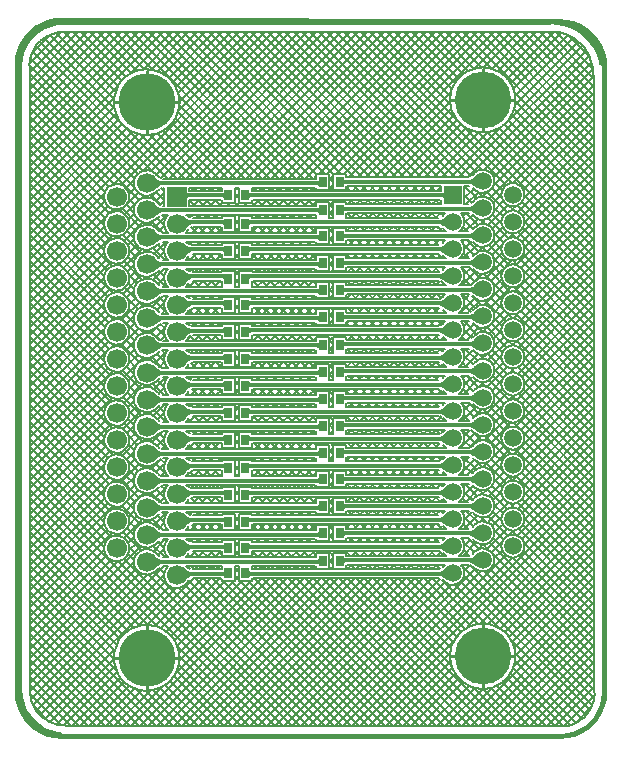
<source format=gtl>
G04*
G04 #@! TF.GenerationSoftware,Altium Limited,Altium Designer,21.0.9 (235)*
G04*
G04 Layer_Physical_Order=1*
G04 Layer_Color=255*
%FSLAX25Y25*%
%MOIN*%
G70*
G04*
G04 #@! TF.SameCoordinates,8E47622B-7771-418E-90A4-0877E0867BD3*
G04*
G04*
G04 #@! TF.FilePolarity,Positive*
G04*
G01*
G75*
%ADD11C,0.01181*%
%ADD12C,0.01000*%
%ADD14R,0.02559X0.03543*%
%ADD18C,0.19095*%
%ADD19R,0.06693X0.06693*%
%ADD20C,0.06693*%
%ADD21C,0.00800*%
%ADD22C,0.05906*%
%ADD23C,0.18898*%
%ADD24R,0.05906X0.05906*%
G36*
X221338Y452671D02*
X221763Y452586D01*
X387497Y452121D01*
X387903Y452201D01*
X390003Y452036D01*
X392444Y451449D01*
X394763Y450489D01*
X396904Y449177D01*
X398813Y447546D01*
X400444Y445637D01*
X401756Y443497D01*
X402716Y441177D01*
X403302Y438736D01*
X403468Y436634D01*
X403388Y436233D01*
X403388Y228000D01*
X403467Y227602D01*
X403304Y225534D01*
X402727Y223128D01*
X401780Y220843D01*
X400488Y218733D01*
X398881Y216852D01*
X397000Y215246D01*
X394890Y213953D01*
X392605Y213006D01*
X390199Y212429D01*
X388131Y212266D01*
X387733Y212345D01*
X221767Y212345D01*
X221369Y212266D01*
X219301Y212429D01*
X216895Y213006D01*
X214610Y213953D01*
X212500Y215246D01*
X210619Y216852D01*
X209012Y218733D01*
X207720Y220843D01*
X206773Y223128D01*
X206195Y225534D01*
X206033Y227602D01*
X206112Y228000D01*
X206112Y437000D01*
X206033Y437398D01*
X206195Y439466D01*
X206773Y441872D01*
X207720Y444157D01*
X209012Y446267D01*
X210619Y448148D01*
X212500Y449754D01*
X214610Y451047D01*
X216895Y451994D01*
X219301Y452571D01*
X221258Y452725D01*
X221338Y452671D01*
D02*
G37*
%LPC*%
G36*
X384755Y450498D02*
X384364Y450404D01*
X384331Y450382D01*
X384300Y450373D01*
X222260Y450379D01*
X221835Y450294D01*
X221804Y450273D01*
X220101Y450139D01*
X217995Y449634D01*
X215994Y448805D01*
X214147Y447673D01*
X212500Y446267D01*
X211094Y444620D01*
X209962Y442773D01*
X209133Y440772D01*
X208627Y438666D01*
X208493Y436963D01*
X208473Y436932D01*
X208388Y436507D01*
X208387Y228260D01*
X208471Y227835D01*
X208713Y227474D01*
X208755Y227446D01*
X208861Y226101D01*
X209366Y223995D01*
X210195Y221994D01*
X211327Y220147D01*
X212733Y218500D01*
X214380Y217094D01*
X216227Y215962D01*
X218228Y215133D01*
X220334Y214627D01*
X221507Y214535D01*
X221707Y214235D01*
X222068Y213994D01*
X222493Y213909D01*
X387940Y213904D01*
X388365Y213988D01*
X388396Y214009D01*
X390099Y214143D01*
X392205Y214649D01*
X394206Y215478D01*
X396053Y216609D01*
X397700Y218016D01*
X399106Y219663D01*
X400238Y221510D01*
X401067Y223511D01*
X401572Y225617D01*
X401706Y227320D01*
X401727Y227351D01*
X401812Y227776D01*
X401813Y436022D01*
X401728Y436448D01*
X401487Y436809D01*
X401127Y437050D01*
X400911Y437092D01*
X400675Y438282D01*
X399982Y440323D01*
X399028Y442257D01*
X397831Y444049D01*
X396409Y445670D01*
X394788Y447092D01*
X392996Y448289D01*
X391062Y449243D01*
X389020Y449936D01*
X386906Y450357D01*
X384755Y450498D01*
X384755Y450498D01*
D02*
G37*
%LPD*%
G36*
X315622Y399069D02*
X315658Y398969D01*
X315717Y398880D01*
X315801Y398803D01*
X315908Y398738D01*
X316039Y398685D01*
X316195Y398644D01*
X316373Y398614D01*
X316576Y398597D01*
X316803Y398590D01*
Y397410D01*
X316576Y397404D01*
X316373Y397386D01*
X316195Y397356D01*
X316039Y397315D01*
X315908Y397262D01*
X315801Y397197D01*
X315717Y397120D01*
X315658Y397031D01*
X315622Y396931D01*
X315610Y396819D01*
Y399181D01*
X315622Y399069D01*
D02*
G37*
G36*
X307390Y396342D02*
X307378Y396455D01*
X307342Y396555D01*
X307283Y396644D01*
X307199Y396721D01*
X307092Y396785D01*
X306961Y396839D01*
X306805Y396880D01*
X306627Y396909D01*
X306424Y396927D01*
X306197Y396933D01*
Y398114D01*
X306424Y398120D01*
X306627Y398138D01*
X306805Y398167D01*
X306961Y398209D01*
X307092Y398262D01*
X307199Y398327D01*
X307283Y398404D01*
X307342Y398492D01*
X307378Y398592D01*
X307390Y398705D01*
Y396342D01*
D02*
G37*
G36*
X360031Y395993D02*
X359719Y396262D01*
X359127Y396715D01*
X358847Y396899D01*
X358577Y397055D01*
X358317Y397183D01*
X358068Y397282D01*
X357829Y397353D01*
X357600Y397395D01*
X357381Y397410D01*
X357302Y398590D01*
X357533Y398606D01*
X357767Y398652D01*
X358005Y398728D01*
X358246Y398835D01*
X358490Y398972D01*
X358737Y399140D01*
X358988Y399339D01*
X359242Y399568D01*
X359500Y399828D01*
X359761Y400118D01*
X360031Y395993D01*
D02*
G37*
G36*
X252728Y399533D02*
X253373Y398973D01*
X253680Y398745D01*
X253976Y398552D01*
X254262Y398394D01*
X254538Y398272D01*
X254803Y398184D01*
X255058Y398132D01*
X255302Y398114D01*
Y396933D01*
X255058Y396916D01*
X254803Y396863D01*
X254538Y396775D01*
X254262Y396653D01*
X253976Y396495D01*
X253680Y396302D01*
X253373Y396075D01*
X253056Y395812D01*
X252390Y395181D01*
Y399866D01*
X252728Y399533D01*
D02*
G37*
G36*
X349071Y392319D02*
X349059Y392431D01*
X349024Y392531D01*
X348964Y392620D01*
X348880Y392697D01*
X348773Y392762D01*
X348642Y392815D01*
X348487Y392856D01*
X348308Y392886D01*
X348105Y392903D01*
X347878Y392910D01*
Y394091D01*
X348105Y394096D01*
X348308Y394114D01*
X348487Y394144D01*
X348642Y394185D01*
X348773Y394238D01*
X348880Y394303D01*
X348964Y394380D01*
X349024Y394468D01*
X349059Y394569D01*
X349071Y394681D01*
Y392319D01*
D02*
G37*
G36*
X284122Y394569D02*
X284158Y394468D01*
X284217Y394380D01*
X284301Y394303D01*
X284408Y394238D01*
X284539Y394185D01*
X284695Y394144D01*
X284873Y394114D01*
X285076Y394096D01*
X285303Y394091D01*
Y392910D01*
X285076Y392903D01*
X284873Y392886D01*
X284695Y392856D01*
X284539Y392815D01*
X284408Y392762D01*
X284301Y392697D01*
X284217Y392620D01*
X284158Y392531D01*
X284122Y392431D01*
X284110Y392319D01*
Y394681D01*
X284122Y394569D01*
D02*
G37*
G36*
X275890Y392311D02*
X275878Y392423D01*
X275842Y392524D01*
X275783Y392612D01*
X275699Y392689D01*
X275592Y392754D01*
X275461Y392807D01*
X275306Y392848D01*
X275127Y392878D01*
X274924Y392896D01*
X274697Y392902D01*
Y394083D01*
X274924Y394089D01*
X275127Y394106D01*
X275306Y394136D01*
X275461Y394177D01*
X275592Y394230D01*
X275699Y394295D01*
X275783Y394372D01*
X275842Y394461D01*
X275878Y394561D01*
X275890Y394673D01*
Y392311D01*
D02*
G37*
G36*
X263334Y394561D02*
X263370Y394461D01*
X263430Y394372D01*
X263513Y394295D01*
X263621Y394230D01*
X263752Y394177D01*
X263907Y394136D01*
X264086Y394106D01*
X264289Y394089D01*
X264515Y394083D01*
Y392902D01*
X264289Y392896D01*
X264086Y392878D01*
X263907Y392848D01*
X263752Y392807D01*
X263621Y392754D01*
X263513Y392689D01*
X263430Y392612D01*
X263370Y392524D01*
X263334Y392423D01*
X263322Y392311D01*
Y394673D01*
X263334Y394561D01*
D02*
G37*
G36*
X315622Y390053D02*
X315658Y389953D01*
X315717Y389864D01*
X315801Y389787D01*
X315908Y389722D01*
X316039Y389669D01*
X316195Y389628D01*
X316373Y389598D01*
X316576Y389581D01*
X316803Y389575D01*
Y388394D01*
X316576Y388388D01*
X316373Y388370D01*
X316195Y388340D01*
X316039Y388299D01*
X315908Y388246D01*
X315801Y388181D01*
X315717Y388104D01*
X315658Y388016D01*
X315622Y387915D01*
X315610Y387803D01*
Y390165D01*
X315622Y390053D01*
D02*
G37*
G36*
X307390Y387319D02*
X307378Y387431D01*
X307342Y387531D01*
X307283Y387620D01*
X307199Y387697D01*
X307092Y387762D01*
X306961Y387815D01*
X306805Y387856D01*
X306627Y387886D01*
X306424Y387903D01*
X306197Y387910D01*
Y389090D01*
X306424Y389096D01*
X306627Y389114D01*
X306805Y389144D01*
X306961Y389185D01*
X307092Y389238D01*
X307199Y389303D01*
X307283Y389380D01*
X307342Y389469D01*
X307378Y389569D01*
X307390Y389681D01*
Y387319D01*
D02*
G37*
G36*
X360031Y386977D02*
X359719Y387246D01*
X359127Y387700D01*
X358847Y387884D01*
X358577Y388039D01*
X358317Y388167D01*
X358068Y388266D01*
X357829Y388337D01*
X357600Y388380D01*
X357381Y388394D01*
X357302Y389575D01*
X357533Y389590D01*
X357767Y389636D01*
X358005Y389712D01*
X358246Y389819D01*
X358490Y389957D01*
X358737Y390125D01*
X358988Y390323D01*
X359242Y390552D01*
X359500Y390812D01*
X359761Y391102D01*
X360031Y386977D01*
D02*
G37*
G36*
X252732Y390511D02*
X253376Y389950D01*
X253682Y389722D01*
X253978Y389529D01*
X254264Y389371D01*
X254539Y389248D01*
X254804Y389161D01*
X255059Y389108D01*
X255303Y389090D01*
X255300Y387910D01*
X255057Y387892D01*
X254802Y387840D01*
X254537Y387752D01*
X254261Y387630D01*
X253975Y387472D01*
X253678Y387280D01*
X253370Y387052D01*
X253052Y386790D01*
X252384Y386160D01*
X252395Y390845D01*
X252732Y390511D01*
D02*
G37*
G36*
X284122Y385565D02*
X284158Y385465D01*
X284217Y385376D01*
X284301Y385299D01*
X284408Y385234D01*
X284539Y385181D01*
X284695Y385140D01*
X284873Y385110D01*
X285076Y385092D01*
X285303Y385087D01*
Y383906D01*
X285076Y383900D01*
X284873Y383882D01*
X284695Y383852D01*
X284539Y383811D01*
X284408Y383758D01*
X284301Y383693D01*
X284217Y383616D01*
X284158Y383528D01*
X284122Y383427D01*
X284110Y383315D01*
Y385677D01*
X284122Y385565D01*
D02*
G37*
G36*
X275890Y383295D02*
X275878Y383407D01*
X275842Y383508D01*
X275783Y383596D01*
X275699Y383673D01*
X275592Y383738D01*
X275461Y383791D01*
X275306Y383833D01*
X275127Y383862D01*
X274924Y383880D01*
X274697Y383886D01*
Y385067D01*
X274924Y385073D01*
X275127Y385090D01*
X275306Y385120D01*
X275461Y385161D01*
X275592Y385215D01*
X275699Y385279D01*
X275783Y385356D01*
X275842Y385445D01*
X275878Y385545D01*
X275890Y385658D01*
Y383295D01*
D02*
G37*
G36*
X350031Y382489D02*
X349719Y382758D01*
X349128Y383211D01*
X348847Y383396D01*
X348577Y383551D01*
X348317Y383679D01*
X348068Y383778D01*
X347829Y383849D01*
X347600Y383891D01*
X347381Y383906D01*
X347303Y385087D01*
X347533Y385102D01*
X347767Y385148D01*
X348005Y385224D01*
X348246Y385331D01*
X348490Y385468D01*
X348737Y385636D01*
X348988Y385835D01*
X349242Y386064D01*
X349500Y386324D01*
X349761Y386614D01*
X350031Y382489D01*
D02*
G37*
G36*
X262439Y386356D02*
X263535Y385640D01*
X263861Y385465D01*
X264165Y385322D01*
X264449Y385210D01*
X264713Y385131D01*
X264957Y385083D01*
X265180Y385067D01*
X265352Y383886D01*
X265094Y383867D01*
X264834Y383811D01*
X264573Y383718D01*
X264310Y383588D01*
X264046Y383420D01*
X263779Y383215D01*
X263512Y382972D01*
X263242Y382693D01*
X262971Y382376D01*
X262699Y382021D01*
X262032Y386659D01*
X262439Y386356D01*
D02*
G37*
G36*
X315622Y381037D02*
X315658Y380937D01*
X315717Y380848D01*
X315801Y380772D01*
X315908Y380707D01*
X316039Y380654D01*
X316195Y380612D01*
X316373Y380583D01*
X316576Y380565D01*
X316803Y380559D01*
Y379378D01*
X316576Y379372D01*
X316373Y379354D01*
X316195Y379325D01*
X316039Y379283D01*
X315908Y379230D01*
X315801Y379165D01*
X315717Y379089D01*
X315658Y379000D01*
X315622Y378900D01*
X315610Y378787D01*
Y381150D01*
X315622Y381037D01*
D02*
G37*
G36*
X307390Y378311D02*
X307378Y378423D01*
X307342Y378524D01*
X307283Y378612D01*
X307199Y378689D01*
X307092Y378754D01*
X306961Y378807D01*
X306805Y378848D01*
X306627Y378878D01*
X306424Y378896D01*
X306197Y378902D01*
Y380083D01*
X306424Y380089D01*
X306627Y380106D01*
X306805Y380136D01*
X306961Y380177D01*
X307092Y380230D01*
X307199Y380295D01*
X307283Y380372D01*
X307342Y380461D01*
X307378Y380561D01*
X307390Y380673D01*
Y378311D01*
D02*
G37*
G36*
X360031Y377961D02*
X359719Y378230D01*
X359127Y378684D01*
X358847Y378868D01*
X358577Y379024D01*
X358317Y379151D01*
X358068Y379250D01*
X357829Y379321D01*
X357600Y379364D01*
X357381Y379378D01*
X357302Y380559D01*
X357533Y380574D01*
X357767Y380620D01*
X358005Y380697D01*
X358246Y380803D01*
X358490Y380941D01*
X358737Y381109D01*
X358988Y381307D01*
X359242Y381536D01*
X359500Y381796D01*
X359761Y382086D01*
X360031Y377961D01*
D02*
G37*
G36*
X252728Y381502D02*
X253373Y380941D01*
X253680Y380713D01*
X253976Y380521D01*
X254262Y380363D01*
X254538Y380240D01*
X254803Y380153D01*
X255058Y380100D01*
X255302Y380083D01*
Y378902D01*
X255058Y378884D01*
X254803Y378832D01*
X254538Y378744D01*
X254262Y378621D01*
X253976Y378464D01*
X253680Y378271D01*
X253373Y378043D01*
X253056Y377780D01*
X252390Y377150D01*
Y381835D01*
X252728Y381502D01*
D02*
G37*
G36*
X284122Y376549D02*
X284158Y376449D01*
X284217Y376360D01*
X284301Y376284D01*
X284408Y376219D01*
X284539Y376165D01*
X284695Y376124D01*
X284873Y376095D01*
X285076Y376077D01*
X285303Y376071D01*
Y374890D01*
X285076Y374884D01*
X284873Y374866D01*
X284695Y374837D01*
X284539Y374795D01*
X284408Y374742D01*
X284301Y374677D01*
X284217Y374600D01*
X284158Y374512D01*
X284122Y374411D01*
X284110Y374299D01*
Y376661D01*
X284122Y376549D01*
D02*
G37*
G36*
X275890Y374279D02*
X275878Y374392D01*
X275842Y374492D01*
X275783Y374581D01*
X275699Y374658D01*
X275592Y374722D01*
X275461Y374776D01*
X275306Y374817D01*
X275127Y374847D01*
X274924Y374864D01*
X274697Y374870D01*
Y376051D01*
X274924Y376057D01*
X275127Y376075D01*
X275306Y376104D01*
X275461Y376146D01*
X275592Y376199D01*
X275699Y376264D01*
X275783Y376341D01*
X275842Y376429D01*
X275878Y376530D01*
X275890Y376642D01*
Y374279D01*
D02*
G37*
G36*
X350031Y373473D02*
X349719Y373742D01*
X349128Y374196D01*
X348847Y374380D01*
X348577Y374536D01*
X348317Y374663D01*
X348068Y374762D01*
X347829Y374833D01*
X347600Y374876D01*
X347381Y374890D01*
X347303Y376071D01*
X347533Y376086D01*
X347767Y376132D01*
X348005Y376208D01*
X348246Y376315D01*
X348490Y376453D01*
X348737Y376621D01*
X348988Y376819D01*
X349242Y377048D01*
X349500Y377308D01*
X349761Y377598D01*
X350031Y373473D01*
D02*
G37*
G36*
X262439Y377341D02*
X263535Y376624D01*
X263861Y376449D01*
X264165Y376306D01*
X264449Y376195D01*
X264713Y376115D01*
X264957Y376067D01*
X265180Y376051D01*
X265352Y374870D01*
X265094Y374851D01*
X264834Y374796D01*
X264573Y374702D01*
X264310Y374572D01*
X264046Y374404D01*
X263779Y374199D01*
X263512Y373957D01*
X263242Y373677D01*
X262971Y373360D01*
X262699Y373006D01*
X262032Y377643D01*
X262439Y377341D01*
D02*
G37*
G36*
X315622Y372022D02*
X315658Y371921D01*
X315717Y371833D01*
X315801Y371756D01*
X315908Y371691D01*
X316039Y371638D01*
X316195Y371597D01*
X316373Y371567D01*
X316576Y371549D01*
X316803Y371543D01*
Y370362D01*
X316576Y370356D01*
X316373Y370339D01*
X316195Y370309D01*
X316039Y370268D01*
X315908Y370215D01*
X315801Y370150D01*
X315717Y370073D01*
X315658Y369984D01*
X315622Y369884D01*
X315610Y369772D01*
Y372134D01*
X315622Y372022D01*
D02*
G37*
G36*
X307390Y369295D02*
X307378Y369408D01*
X307342Y369508D01*
X307283Y369597D01*
X307199Y369673D01*
X307092Y369738D01*
X306961Y369791D01*
X306805Y369833D01*
X306627Y369862D01*
X306424Y369880D01*
X306197Y369886D01*
Y371067D01*
X306424Y371073D01*
X306627Y371091D01*
X306805Y371120D01*
X306961Y371161D01*
X307092Y371215D01*
X307199Y371280D01*
X307283Y371356D01*
X307342Y371445D01*
X307378Y371545D01*
X307390Y371657D01*
Y369295D01*
D02*
G37*
G36*
X360031Y368945D02*
X359719Y369215D01*
X359127Y369668D01*
X358847Y369852D01*
X358577Y370008D01*
X358317Y370135D01*
X358068Y370235D01*
X357829Y370305D01*
X357600Y370348D01*
X357381Y370362D01*
X357302Y371543D01*
X357533Y371559D01*
X357767Y371604D01*
X358005Y371681D01*
X358246Y371788D01*
X358490Y371925D01*
X358737Y372093D01*
X358988Y372292D01*
X359242Y372521D01*
X359500Y372780D01*
X359761Y373070D01*
X360031Y368945D01*
D02*
G37*
G36*
X252728Y372486D02*
X253373Y371925D01*
X253680Y371698D01*
X253976Y371505D01*
X254262Y371347D01*
X254538Y371225D01*
X254803Y371137D01*
X255058Y371084D01*
X255302Y371067D01*
Y369886D01*
X255058Y369868D01*
X254803Y369816D01*
X254538Y369728D01*
X254262Y369605D01*
X253976Y369448D01*
X253680Y369255D01*
X253373Y369027D01*
X253056Y368765D01*
X252390Y368134D01*
Y372819D01*
X252728Y372486D01*
D02*
G37*
G36*
X284134Y367221D02*
X284169Y367186D01*
X284228Y367155D01*
X284311Y367129D01*
X284417Y367106D01*
X284547Y367088D01*
X284878Y367063D01*
X285303Y367055D01*
Y365874D01*
X285077Y365868D01*
X284875Y365850D01*
X284696Y365821D01*
X284541Y365779D01*
X284410Y365726D01*
X284302Y365661D01*
X284219Y365585D01*
X284159Y365496D01*
X284122Y365396D01*
X284110Y365283D01*
X284122Y367260D01*
X284134Y367221D01*
D02*
G37*
G36*
X275890Y365264D02*
X275878Y365376D01*
X275841Y365476D01*
X275781Y365565D01*
X275697Y365642D01*
X275590Y365707D01*
X275459Y365760D01*
X275304Y365801D01*
X275125Y365831D01*
X274923Y365848D01*
X274697Y365854D01*
Y367035D01*
X274921Y367038D01*
X275453Y367071D01*
X275583Y367091D01*
X275689Y367116D01*
X275772Y367145D01*
X275831Y367179D01*
X275866Y367217D01*
X275878Y367260D01*
X275890Y365264D01*
D02*
G37*
G36*
X350031Y364457D02*
X349719Y364726D01*
X349128Y365180D01*
X348847Y365364D01*
X348577Y365520D01*
X348317Y365647D01*
X348068Y365746D01*
X347829Y365817D01*
X347600Y365860D01*
X347381Y365874D01*
X347303Y367055D01*
X347533Y367070D01*
X347767Y367116D01*
X348005Y367193D01*
X348246Y367300D01*
X348490Y367437D01*
X348737Y367605D01*
X348988Y367803D01*
X349242Y368033D01*
X349500Y368292D01*
X349761Y368582D01*
X350031Y364457D01*
D02*
G37*
G36*
X262439Y368325D02*
X263535Y367608D01*
X263861Y367433D01*
X264165Y367290D01*
X264449Y367179D01*
X264713Y367099D01*
X264957Y367051D01*
X265180Y367035D01*
X265352Y365854D01*
X265094Y365836D01*
X264834Y365780D01*
X264573Y365686D01*
X264310Y365556D01*
X264046Y365388D01*
X263779Y365183D01*
X263512Y364941D01*
X263242Y364661D01*
X262971Y364344D01*
X262699Y363990D01*
X262032Y368627D01*
X262439Y368325D01*
D02*
G37*
G36*
X315622Y363006D02*
X315658Y362906D01*
X315717Y362817D01*
X315801Y362740D01*
X315908Y362675D01*
X316039Y362622D01*
X316195Y362581D01*
X316373Y362551D01*
X316576Y362533D01*
X316803Y362528D01*
Y361347D01*
X316576Y361340D01*
X316373Y361323D01*
X316195Y361293D01*
X316039Y361252D01*
X315908Y361199D01*
X315801Y361134D01*
X315717Y361057D01*
X315658Y360968D01*
X315622Y360868D01*
X315610Y360756D01*
Y363118D01*
X315622Y363006D01*
D02*
G37*
G36*
X307390Y360279D02*
X307378Y360392D01*
X307342Y360492D01*
X307283Y360581D01*
X307199Y360658D01*
X307092Y360722D01*
X306961Y360776D01*
X306805Y360817D01*
X306627Y360846D01*
X306424Y360864D01*
X306197Y360870D01*
Y362051D01*
X306424Y362057D01*
X306627Y362075D01*
X306805Y362104D01*
X306961Y362146D01*
X307092Y362199D01*
X307199Y362264D01*
X307283Y362340D01*
X307342Y362429D01*
X307378Y362529D01*
X307390Y362642D01*
Y360279D01*
D02*
G37*
G36*
X360031Y359930D02*
X359719Y360199D01*
X359127Y360652D01*
X358847Y360836D01*
X358577Y360992D01*
X358317Y361120D01*
X358068Y361219D01*
X357829Y361290D01*
X357600Y361332D01*
X357381Y361347D01*
X357302Y362528D01*
X357533Y362543D01*
X357767Y362589D01*
X358005Y362665D01*
X358246Y362772D01*
X358490Y362909D01*
X358737Y363077D01*
X358988Y363276D01*
X359242Y363505D01*
X359500Y363765D01*
X359761Y364055D01*
X360031Y359930D01*
D02*
G37*
G36*
X252728Y363470D02*
X253373Y362910D01*
X253680Y362682D01*
X253976Y362489D01*
X254262Y362332D01*
X254538Y362209D01*
X254803Y362121D01*
X255058Y362069D01*
X255302Y362051D01*
Y360870D01*
X255058Y360853D01*
X254803Y360800D01*
X254538Y360712D01*
X254262Y360590D01*
X253976Y360432D01*
X253680Y360239D01*
X253373Y360012D01*
X253056Y359749D01*
X252390Y359118D01*
Y363803D01*
X252728Y363470D01*
D02*
G37*
G36*
X284122Y358518D02*
X284158Y358417D01*
X284217Y358329D01*
X284301Y358252D01*
X284408Y358187D01*
X284539Y358134D01*
X284695Y358092D01*
X284873Y358063D01*
X285076Y358045D01*
X285303Y358039D01*
Y356858D01*
X285076Y356852D01*
X284873Y356835D01*
X284695Y356805D01*
X284539Y356764D01*
X284408Y356711D01*
X284301Y356646D01*
X284217Y356569D01*
X284158Y356480D01*
X284122Y356380D01*
X284110Y356268D01*
Y358630D01*
X284122Y358518D01*
D02*
G37*
G36*
X275890Y356248D02*
X275878Y356360D01*
X275842Y356461D01*
X275783Y356549D01*
X275699Y356626D01*
X275592Y356691D01*
X275461Y356744D01*
X275306Y356785D01*
X275127Y356815D01*
X274924Y356833D01*
X274697Y356839D01*
Y358020D01*
X274924Y358026D01*
X275127Y358043D01*
X275306Y358073D01*
X275461Y358114D01*
X275592Y358167D01*
X275699Y358232D01*
X275783Y358309D01*
X275842Y358398D01*
X275878Y358498D01*
X275890Y358610D01*
Y356248D01*
D02*
G37*
G36*
X350031Y355441D02*
X349719Y355711D01*
X349128Y356164D01*
X348847Y356348D01*
X348577Y356504D01*
X348317Y356632D01*
X348068Y356731D01*
X347829Y356802D01*
X347600Y356844D01*
X347381Y356858D01*
X347303Y358039D01*
X347533Y358055D01*
X347767Y358101D01*
X348005Y358177D01*
X348246Y358284D01*
X348490Y358421D01*
X348737Y358589D01*
X348988Y358788D01*
X349242Y359017D01*
X349500Y359276D01*
X349761Y359566D01*
X350031Y355441D01*
D02*
G37*
G36*
X262439Y359309D02*
X263535Y358593D01*
X263861Y358418D01*
X264165Y358274D01*
X264449Y358163D01*
X264713Y358083D01*
X264957Y358036D01*
X265180Y358020D01*
X265352Y356839D01*
X265094Y356820D01*
X264834Y356764D01*
X264573Y356671D01*
X264310Y356540D01*
X264046Y356372D01*
X263779Y356167D01*
X263512Y355925D01*
X263242Y355645D01*
X262971Y355328D01*
X262699Y354974D01*
X262032Y359612D01*
X262439Y359309D01*
D02*
G37*
G36*
X315622Y353990D02*
X315658Y353890D01*
X315717Y353801D01*
X315801Y353724D01*
X315908Y353660D01*
X316039Y353606D01*
X316195Y353565D01*
X316373Y353535D01*
X316576Y353518D01*
X316803Y353512D01*
Y352331D01*
X316576Y352325D01*
X316373Y352307D01*
X316195Y352278D01*
X316039Y352236D01*
X315908Y352183D01*
X315801Y352118D01*
X315717Y352041D01*
X315658Y351953D01*
X315622Y351852D01*
X315610Y351740D01*
Y354102D01*
X315622Y353990D01*
D02*
G37*
G36*
X307390Y351264D02*
X307378Y351376D01*
X307342Y351476D01*
X307283Y351565D01*
X307199Y351642D01*
X307092Y351707D01*
X306961Y351760D01*
X306805Y351801D01*
X306627Y351831D01*
X306424Y351848D01*
X306197Y351854D01*
Y353035D01*
X306424Y353041D01*
X306627Y353059D01*
X306805Y353089D01*
X306961Y353130D01*
X307092Y353183D01*
X307199Y353248D01*
X307283Y353325D01*
X307342Y353413D01*
X307378Y353514D01*
X307390Y353626D01*
Y351264D01*
D02*
G37*
G36*
X360031Y350914D02*
X359719Y351183D01*
X359127Y351637D01*
X358847Y351821D01*
X358577Y351976D01*
X358317Y352104D01*
X358068Y352203D01*
X357829Y352274D01*
X357600Y352316D01*
X357381Y352331D01*
X357302Y353512D01*
X357533Y353527D01*
X357767Y353573D01*
X358005Y353649D01*
X358246Y353756D01*
X358490Y353894D01*
X358737Y354062D01*
X358988Y354260D01*
X359242Y354489D01*
X359500Y354749D01*
X359761Y355039D01*
X360031Y350914D01*
D02*
G37*
G36*
X252728Y354454D02*
X253373Y353894D01*
X253680Y353666D01*
X253976Y353473D01*
X254262Y353316D01*
X254538Y353193D01*
X254803Y353105D01*
X255058Y353053D01*
X255302Y353035D01*
Y351854D01*
X255058Y351837D01*
X254803Y351784D01*
X254538Y351697D01*
X254262Y351574D01*
X253976Y351416D01*
X253680Y351224D01*
X253373Y350996D01*
X253056Y350733D01*
X252390Y350102D01*
Y354787D01*
X252728Y354454D01*
D02*
G37*
G36*
X284122Y349502D02*
X284158Y349402D01*
X284217Y349313D01*
X284301Y349236D01*
X284408Y349171D01*
X284539Y349118D01*
X284695Y349077D01*
X284873Y349047D01*
X285076Y349029D01*
X285303Y349024D01*
Y347843D01*
X285076Y347837D01*
X284873Y347819D01*
X284695Y347789D01*
X284539Y347748D01*
X284408Y347695D01*
X284301Y347630D01*
X284217Y347553D01*
X284158Y347465D01*
X284122Y347364D01*
X284110Y347252D01*
Y349614D01*
X284122Y349502D01*
D02*
G37*
G36*
X275890Y347232D02*
X275878Y347344D01*
X275842Y347445D01*
X275783Y347533D01*
X275699Y347610D01*
X275592Y347675D01*
X275461Y347728D01*
X275306Y347770D01*
X275127Y347799D01*
X274924Y347817D01*
X274697Y347823D01*
Y349004D01*
X274924Y349010D01*
X275127Y349028D01*
X275306Y349057D01*
X275461Y349098D01*
X275592Y349152D01*
X275699Y349217D01*
X275783Y349293D01*
X275842Y349382D01*
X275878Y349482D01*
X275890Y349594D01*
Y347232D01*
D02*
G37*
G36*
X350031Y346426D02*
X349719Y346695D01*
X349128Y347148D01*
X348847Y347333D01*
X348577Y347488D01*
X348317Y347616D01*
X348068Y347715D01*
X347829Y347786D01*
X347600Y347828D01*
X347381Y347843D01*
X347303Y349024D01*
X347533Y349039D01*
X347767Y349085D01*
X348005Y349161D01*
X348246Y349268D01*
X348490Y349405D01*
X348737Y349573D01*
X348988Y349772D01*
X349242Y350001D01*
X349500Y350261D01*
X349761Y350551D01*
X350031Y346426D01*
D02*
G37*
G36*
X262439Y350293D02*
X263535Y349577D01*
X263861Y349402D01*
X264165Y349259D01*
X264449Y349147D01*
X264713Y349068D01*
X264957Y349020D01*
X265180Y349004D01*
X265352Y347823D01*
X265094Y347804D01*
X264834Y347748D01*
X264573Y347655D01*
X264310Y347524D01*
X264046Y347357D01*
X263779Y347152D01*
X263512Y346909D01*
X263242Y346630D01*
X262971Y346313D01*
X262699Y345958D01*
X262032Y350596D01*
X262439Y350293D01*
D02*
G37*
G36*
X315622Y344974D02*
X315658Y344874D01*
X315717Y344785D01*
X315801Y344709D01*
X315908Y344644D01*
X316039Y344590D01*
X316195Y344549D01*
X316373Y344520D01*
X316576Y344502D01*
X316803Y344496D01*
Y343315D01*
X316576Y343309D01*
X316373Y343291D01*
X316195Y343262D01*
X316039Y343220D01*
X315908Y343167D01*
X315801Y343102D01*
X315717Y343026D01*
X315658Y342937D01*
X315622Y342837D01*
X315610Y342724D01*
Y345087D01*
X315622Y344974D01*
D02*
G37*
G36*
X307390Y342248D02*
X307378Y342360D01*
X307342Y342461D01*
X307283Y342549D01*
X307199Y342626D01*
X307092Y342691D01*
X306961Y342744D01*
X306805Y342785D01*
X306627Y342815D01*
X306424Y342833D01*
X306197Y342839D01*
Y344020D01*
X306424Y344026D01*
X306627Y344043D01*
X306805Y344073D01*
X306961Y344114D01*
X307092Y344167D01*
X307199Y344232D01*
X307283Y344309D01*
X307342Y344398D01*
X307378Y344498D01*
X307390Y344610D01*
Y342248D01*
D02*
G37*
G36*
X360031Y341898D02*
X359719Y342167D01*
X359127Y342621D01*
X358847Y342805D01*
X358577Y342961D01*
X358317Y343088D01*
X358068Y343187D01*
X357829Y343258D01*
X357600Y343301D01*
X357381Y343315D01*
X357302Y344496D01*
X357533Y344511D01*
X357767Y344557D01*
X358005Y344634D01*
X358246Y344740D01*
X358490Y344878D01*
X358737Y345046D01*
X358988Y345244D01*
X359242Y345473D01*
X359500Y345733D01*
X359761Y346023D01*
X360031Y341898D01*
D02*
G37*
G36*
X252728Y345439D02*
X253373Y344878D01*
X253680Y344650D01*
X253976Y344458D01*
X254262Y344300D01*
X254538Y344177D01*
X254803Y344090D01*
X255058Y344037D01*
X255302Y344020D01*
Y342839D01*
X255058Y342821D01*
X254803Y342769D01*
X254538Y342681D01*
X254262Y342558D01*
X253976Y342401D01*
X253680Y342208D01*
X253373Y341980D01*
X253056Y341717D01*
X252390Y341087D01*
Y345772D01*
X252728Y345439D01*
D02*
G37*
G36*
X284122Y340486D02*
X284158Y340386D01*
X284217Y340297D01*
X284301Y340220D01*
X284408Y340156D01*
X284539Y340102D01*
X284695Y340061D01*
X284873Y340032D01*
X285076Y340014D01*
X285303Y340008D01*
Y338827D01*
X285076Y338821D01*
X284873Y338803D01*
X284695Y338774D01*
X284539Y338732D01*
X284408Y338679D01*
X284301Y338614D01*
X284217Y338537D01*
X284158Y338449D01*
X284122Y338348D01*
X284110Y338236D01*
Y340598D01*
X284122Y340486D01*
D02*
G37*
G36*
X275890Y338216D02*
X275878Y338329D01*
X275842Y338429D01*
X275783Y338518D01*
X275699Y338595D01*
X275592Y338659D01*
X275461Y338713D01*
X275306Y338754D01*
X275127Y338784D01*
X274924Y338801D01*
X274697Y338807D01*
Y339988D01*
X274924Y339994D01*
X275127Y340012D01*
X275306Y340041D01*
X275461Y340083D01*
X275592Y340136D01*
X275699Y340201D01*
X275783Y340278D01*
X275842Y340366D01*
X275878Y340466D01*
X275890Y340579D01*
Y338216D01*
D02*
G37*
G36*
X350031Y337410D02*
X349719Y337679D01*
X349128Y338133D01*
X348847Y338317D01*
X348577Y338473D01*
X348317Y338600D01*
X348068Y338699D01*
X347829Y338770D01*
X347600Y338813D01*
X347381Y338827D01*
X347303Y340008D01*
X347533Y340023D01*
X347767Y340069D01*
X348005Y340145D01*
X348246Y340252D01*
X348490Y340390D01*
X348737Y340558D01*
X348988Y340756D01*
X349242Y340985D01*
X349500Y341245D01*
X349761Y341535D01*
X350031Y337410D01*
D02*
G37*
G36*
X262439Y341278D02*
X263535Y340561D01*
X263861Y340386D01*
X264165Y340243D01*
X264449Y340131D01*
X264713Y340052D01*
X264957Y340004D01*
X265180Y339988D01*
X265352Y338807D01*
X265094Y338788D01*
X264834Y338733D01*
X264573Y338639D01*
X264310Y338509D01*
X264046Y338341D01*
X263779Y338136D01*
X263512Y337894D01*
X263242Y337614D01*
X262971Y337297D01*
X262699Y336943D01*
X262032Y341580D01*
X262439Y341278D01*
D02*
G37*
G36*
X315622Y335959D02*
X315658Y335858D01*
X315717Y335770D01*
X315801Y335693D01*
X315908Y335628D01*
X316039Y335575D01*
X316195Y335533D01*
X316373Y335504D01*
X316576Y335486D01*
X316803Y335480D01*
Y334299D01*
X316576Y334293D01*
X316373Y334276D01*
X316195Y334246D01*
X316039Y334205D01*
X315908Y334152D01*
X315801Y334087D01*
X315717Y334010D01*
X315658Y333921D01*
X315622Y333821D01*
X315610Y333709D01*
Y336071D01*
X315622Y335959D01*
D02*
G37*
G36*
X307390Y333232D02*
X307378Y333345D01*
X307342Y333445D01*
X307283Y333534D01*
X307199Y333610D01*
X307092Y333675D01*
X306961Y333728D01*
X306805Y333770D01*
X306627Y333799D01*
X306424Y333817D01*
X306197Y333823D01*
Y335004D01*
X306424Y335010D01*
X306627Y335028D01*
X306805Y335057D01*
X306961Y335098D01*
X307092Y335152D01*
X307199Y335216D01*
X307283Y335293D01*
X307342Y335382D01*
X307378Y335482D01*
X307390Y335595D01*
Y333232D01*
D02*
G37*
G36*
X360031Y332882D02*
X359719Y333152D01*
X359127Y333605D01*
X358847Y333789D01*
X358577Y333945D01*
X358317Y334072D01*
X358068Y334172D01*
X357829Y334243D01*
X357600Y334285D01*
X357381Y334299D01*
X357302Y335480D01*
X357533Y335496D01*
X357767Y335541D01*
X358005Y335618D01*
X358246Y335725D01*
X358490Y335862D01*
X358737Y336030D01*
X358988Y336229D01*
X359242Y336458D01*
X359500Y336717D01*
X359761Y337007D01*
X360031Y332882D01*
D02*
G37*
G36*
X252728Y336423D02*
X253373Y335862D01*
X253680Y335635D01*
X253976Y335442D01*
X254262Y335284D01*
X254538Y335162D01*
X254803Y335074D01*
X255058Y335021D01*
X255302Y335004D01*
Y333823D01*
X255058Y333805D01*
X254803Y333753D01*
X254538Y333665D01*
X254262Y333542D01*
X253976Y333385D01*
X253680Y333192D01*
X253373Y332964D01*
X253056Y332702D01*
X252390Y332071D01*
Y336756D01*
X252728Y336423D01*
D02*
G37*
G36*
X284122Y331470D02*
X284158Y331370D01*
X284217Y331281D01*
X284301Y331205D01*
X284408Y331140D01*
X284539Y331087D01*
X284695Y331045D01*
X284873Y331016D01*
X285076Y330998D01*
X285303Y330992D01*
Y329811D01*
X285076Y329805D01*
X284873Y329787D01*
X284695Y329758D01*
X284539Y329716D01*
X284408Y329663D01*
X284301Y329598D01*
X284217Y329522D01*
X284158Y329433D01*
X284122Y329333D01*
X284110Y329221D01*
Y331583D01*
X284122Y331470D01*
D02*
G37*
G36*
X275890Y329201D02*
X275878Y329313D01*
X275842Y329413D01*
X275783Y329502D01*
X275699Y329579D01*
X275592Y329644D01*
X275461Y329697D01*
X275306Y329738D01*
X275127Y329768D01*
X274924Y329785D01*
X274697Y329791D01*
Y330972D01*
X274924Y330978D01*
X275127Y330996D01*
X275306Y331026D01*
X275461Y331067D01*
X275592Y331120D01*
X275699Y331185D01*
X275783Y331262D01*
X275842Y331350D01*
X275878Y331451D01*
X275890Y331563D01*
Y329201D01*
D02*
G37*
G36*
X350031Y328394D02*
X349719Y328663D01*
X349128Y329117D01*
X348847Y329301D01*
X348577Y329457D01*
X348317Y329584D01*
X348068Y329683D01*
X347829Y329754D01*
X347600Y329797D01*
X347381Y329811D01*
X347303Y330992D01*
X347533Y331007D01*
X347767Y331053D01*
X348005Y331130D01*
X348246Y331237D01*
X348490Y331374D01*
X348737Y331542D01*
X348988Y331740D01*
X349242Y331969D01*
X349500Y332229D01*
X349761Y332519D01*
X350031Y328394D01*
D02*
G37*
G36*
X262439Y332262D02*
X263535Y331545D01*
X263861Y331370D01*
X264165Y331227D01*
X264449Y331116D01*
X264713Y331036D01*
X264957Y330988D01*
X265180Y330972D01*
X265352Y329791D01*
X265094Y329773D01*
X264834Y329717D01*
X264573Y329624D01*
X264310Y329493D01*
X264046Y329325D01*
X263779Y329120D01*
X263512Y328878D01*
X263242Y328598D01*
X262971Y328281D01*
X262699Y327927D01*
X262032Y332564D01*
X262439Y332262D01*
D02*
G37*
G36*
X315622Y326943D02*
X315658Y326842D01*
X315717Y326754D01*
X315801Y326677D01*
X315908Y326612D01*
X316039Y326559D01*
X316195Y326518D01*
X316373Y326488D01*
X316576Y326470D01*
X316803Y326465D01*
Y325284D01*
X316576Y325278D01*
X316373Y325260D01*
X316195Y325230D01*
X316039Y325189D01*
X315908Y325136D01*
X315801Y325071D01*
X315717Y324994D01*
X315658Y324905D01*
X315622Y324805D01*
X315610Y324693D01*
Y327055D01*
X315622Y326943D01*
D02*
G37*
G36*
X307390Y324217D02*
X307378Y324329D01*
X307342Y324429D01*
X307283Y324518D01*
X307199Y324594D01*
X307092Y324659D01*
X306961Y324713D01*
X306805Y324754D01*
X306627Y324783D01*
X306424Y324801D01*
X306197Y324807D01*
Y325988D01*
X306424Y325994D01*
X306627Y326012D01*
X306805Y326041D01*
X306961Y326083D01*
X307092Y326136D01*
X307199Y326201D01*
X307283Y326278D01*
X307342Y326366D01*
X307378Y326466D01*
X307390Y326579D01*
Y324217D01*
D02*
G37*
G36*
X360031Y323867D02*
X359719Y324136D01*
X359127Y324589D01*
X358847Y324773D01*
X358577Y324929D01*
X358317Y325057D01*
X358068Y325156D01*
X357829Y325227D01*
X357600Y325269D01*
X357381Y325284D01*
X357302Y326465D01*
X357533Y326480D01*
X357767Y326526D01*
X358005Y326602D01*
X358246Y326709D01*
X358490Y326846D01*
X358737Y327014D01*
X358988Y327213D01*
X359242Y327442D01*
X359500Y327701D01*
X359761Y327992D01*
X360031Y323867D01*
D02*
G37*
G36*
X252728Y327407D02*
X253373Y326847D01*
X253680Y326619D01*
X253976Y326426D01*
X254262Y326269D01*
X254538Y326146D01*
X254803Y326058D01*
X255058Y326006D01*
X255302Y325988D01*
Y324807D01*
X255058Y324790D01*
X254803Y324737D01*
X254538Y324649D01*
X254262Y324527D01*
X253976Y324369D01*
X253680Y324176D01*
X253373Y323949D01*
X253056Y323686D01*
X252390Y323055D01*
Y327740D01*
X252728Y327407D01*
D02*
G37*
G36*
X284122Y322455D02*
X284158Y322354D01*
X284217Y322266D01*
X284301Y322189D01*
X284408Y322124D01*
X284539Y322071D01*
X284695Y322029D01*
X284873Y322000D01*
X285076Y321982D01*
X285303Y321976D01*
Y320795D01*
X285076Y320789D01*
X284873Y320772D01*
X284695Y320742D01*
X284539Y320701D01*
X284408Y320648D01*
X284301Y320583D01*
X284217Y320506D01*
X284158Y320417D01*
X284122Y320317D01*
X284110Y320205D01*
Y322567D01*
X284122Y322455D01*
D02*
G37*
G36*
X275890Y320185D02*
X275878Y320297D01*
X275842Y320398D01*
X275783Y320486D01*
X275699Y320563D01*
X275592Y320628D01*
X275461Y320681D01*
X275306Y320722D01*
X275127Y320752D01*
X274924Y320770D01*
X274697Y320776D01*
Y321957D01*
X274924Y321963D01*
X275127Y321980D01*
X275306Y322010D01*
X275461Y322051D01*
X275592Y322104D01*
X275699Y322169D01*
X275783Y322246D01*
X275842Y322335D01*
X275878Y322435D01*
X275890Y322547D01*
Y320185D01*
D02*
G37*
G36*
X350031Y319378D02*
X349719Y319648D01*
X349128Y320101D01*
X348847Y320285D01*
X348577Y320441D01*
X348317Y320569D01*
X348068Y320668D01*
X347829Y320739D01*
X347600Y320781D01*
X347381Y320795D01*
X347303Y321976D01*
X347533Y321992D01*
X347767Y322038D01*
X348005Y322114D01*
X348246Y322221D01*
X348490Y322358D01*
X348737Y322526D01*
X348988Y322725D01*
X349242Y322954D01*
X349500Y323213D01*
X349761Y323503D01*
X350031Y319378D01*
D02*
G37*
G36*
X262439Y323246D02*
X263535Y322530D01*
X263861Y322355D01*
X264165Y322211D01*
X264449Y322100D01*
X264713Y322020D01*
X264957Y321973D01*
X265180Y321957D01*
X265352Y320776D01*
X265094Y320757D01*
X264834Y320701D01*
X264573Y320608D01*
X264310Y320477D01*
X264046Y320309D01*
X263779Y320104D01*
X263512Y319862D01*
X263242Y319583D01*
X262971Y319266D01*
X262699Y318911D01*
X262032Y323549D01*
X262439Y323246D01*
D02*
G37*
G36*
X315622Y317927D02*
X315658Y317827D01*
X315717Y317738D01*
X315801Y317661D01*
X315908Y317597D01*
X316039Y317543D01*
X316195Y317502D01*
X316373Y317472D01*
X316576Y317455D01*
X316803Y317449D01*
Y316268D01*
X316576Y316262D01*
X316373Y316244D01*
X316195Y316215D01*
X316039Y316173D01*
X315908Y316120D01*
X315801Y316055D01*
X315717Y315978D01*
X315658Y315890D01*
X315622Y315789D01*
X315610Y315677D01*
Y318039D01*
X315622Y317927D01*
D02*
G37*
G36*
X307390Y315201D02*
X307378Y315313D01*
X307342Y315413D01*
X307283Y315502D01*
X307199Y315579D01*
X307092Y315644D01*
X306961Y315697D01*
X306805Y315738D01*
X306627Y315768D01*
X306424Y315785D01*
X306197Y315791D01*
Y316972D01*
X306424Y316978D01*
X306627Y316996D01*
X306805Y317026D01*
X306961Y317067D01*
X307092Y317120D01*
X307199Y317185D01*
X307283Y317262D01*
X307342Y317350D01*
X307378Y317451D01*
X307390Y317563D01*
Y315201D01*
D02*
G37*
G36*
X360031Y314851D02*
X359719Y315120D01*
X359127Y315574D01*
X358847Y315758D01*
X358577Y315914D01*
X358317Y316041D01*
X358068Y316140D01*
X357829Y316211D01*
X357600Y316253D01*
X357381Y316268D01*
X357302Y317449D01*
X357533Y317464D01*
X357767Y317510D01*
X358005Y317586D01*
X358246Y317693D01*
X358490Y317831D01*
X358737Y317999D01*
X358988Y318197D01*
X359242Y318426D01*
X359500Y318686D01*
X359761Y318976D01*
X360031Y314851D01*
D02*
G37*
G36*
X252728Y318391D02*
X253373Y317831D01*
X253680Y317603D01*
X253976Y317410D01*
X254262Y317253D01*
X254538Y317130D01*
X254803Y317042D01*
X255058Y316990D01*
X255302Y316972D01*
Y315791D01*
X255058Y315774D01*
X254803Y315721D01*
X254538Y315634D01*
X254262Y315511D01*
X253976Y315353D01*
X253680Y315161D01*
X253373Y314933D01*
X253056Y314670D01*
X252390Y314039D01*
Y318724D01*
X252728Y318391D01*
D02*
G37*
G36*
X284122Y313439D02*
X284158Y313339D01*
X284217Y313250D01*
X284301Y313173D01*
X284408Y313108D01*
X284539Y313055D01*
X284695Y313014D01*
X284873Y312984D01*
X285076Y312966D01*
X285303Y312961D01*
Y311779D01*
X285076Y311774D01*
X284873Y311756D01*
X284695Y311726D01*
X284539Y311685D01*
X284408Y311632D01*
X284301Y311567D01*
X284217Y311490D01*
X284158Y311402D01*
X284122Y311301D01*
X284110Y311189D01*
Y313551D01*
X284122Y313439D01*
D02*
G37*
G36*
X275890Y311169D02*
X275878Y311281D01*
X275842Y311382D01*
X275783Y311471D01*
X275699Y311547D01*
X275592Y311612D01*
X275461Y311665D01*
X275306Y311707D01*
X275127Y311736D01*
X274924Y311754D01*
X274697Y311760D01*
Y312941D01*
X274924Y312947D01*
X275127Y312965D01*
X275306Y312994D01*
X275461Y313035D01*
X275592Y313089D01*
X275699Y313154D01*
X275783Y313230D01*
X275842Y313319D01*
X275878Y313419D01*
X275890Y313531D01*
Y311169D01*
D02*
G37*
G36*
X350031Y310363D02*
X349719Y310632D01*
X349128Y311085D01*
X348847Y311269D01*
X348577Y311425D01*
X348317Y311553D01*
X348068Y311652D01*
X347829Y311723D01*
X347600Y311765D01*
X347381Y311779D01*
X347303Y312961D01*
X347533Y312976D01*
X347767Y313022D01*
X348005Y313098D01*
X348246Y313205D01*
X348490Y313342D01*
X348737Y313510D01*
X348988Y313709D01*
X349242Y313938D01*
X349500Y314198D01*
X349761Y314488D01*
X350031Y310363D01*
D02*
G37*
G36*
X262439Y314230D02*
X263535Y313514D01*
X263861Y313339D01*
X264165Y313196D01*
X264449Y313084D01*
X264713Y313005D01*
X264957Y312957D01*
X265180Y312941D01*
X265352Y311760D01*
X265094Y311741D01*
X264834Y311685D01*
X264573Y311592D01*
X264310Y311461D01*
X264046Y311294D01*
X263779Y311089D01*
X263512Y310846D01*
X263242Y310567D01*
X262971Y310250D01*
X262699Y309896D01*
X262032Y314533D01*
X262439Y314230D01*
D02*
G37*
G36*
X315622Y308911D02*
X315658Y308811D01*
X315717Y308722D01*
X315801Y308646D01*
X315908Y308581D01*
X316039Y308528D01*
X316195Y308486D01*
X316373Y308457D01*
X316576Y308439D01*
X316803Y308433D01*
Y307252D01*
X316576Y307246D01*
X316373Y307228D01*
X316195Y307199D01*
X316039Y307157D01*
X315908Y307104D01*
X315801Y307039D01*
X315717Y306963D01*
X315658Y306874D01*
X315622Y306774D01*
X315610Y306661D01*
Y309024D01*
X315622Y308911D01*
D02*
G37*
G36*
X307390Y306185D02*
X307378Y306297D01*
X307342Y306398D01*
X307283Y306486D01*
X307199Y306563D01*
X307092Y306628D01*
X306961Y306681D01*
X306805Y306722D01*
X306627Y306752D01*
X306424Y306770D01*
X306197Y306776D01*
Y307957D01*
X306424Y307963D01*
X306627Y307980D01*
X306805Y308010D01*
X306961Y308051D01*
X307092Y308104D01*
X307199Y308169D01*
X307283Y308246D01*
X307342Y308335D01*
X307378Y308435D01*
X307390Y308547D01*
Y306185D01*
D02*
G37*
G36*
X360031Y305835D02*
X359719Y306104D01*
X359127Y306558D01*
X358847Y306742D01*
X358577Y306898D01*
X358317Y307025D01*
X358068Y307124D01*
X357829Y307195D01*
X357600Y307238D01*
X357381Y307252D01*
X357302Y308433D01*
X357533Y308448D01*
X357767Y308494D01*
X358005Y308571D01*
X358246Y308677D01*
X358490Y308815D01*
X358737Y308983D01*
X358988Y309181D01*
X359242Y309410D01*
X359500Y309670D01*
X359761Y309960D01*
X360031Y305835D01*
D02*
G37*
G36*
X252728Y309376D02*
X253373Y308815D01*
X253680Y308587D01*
X253976Y308395D01*
X254262Y308237D01*
X254538Y308114D01*
X254803Y308027D01*
X255058Y307974D01*
X255302Y307957D01*
Y306776D01*
X255058Y306758D01*
X254803Y306705D01*
X254538Y306618D01*
X254262Y306495D01*
X253976Y306338D01*
X253680Y306145D01*
X253373Y305917D01*
X253056Y305654D01*
X252390Y305024D01*
Y309709D01*
X252728Y309376D01*
D02*
G37*
G36*
X284134Y304200D02*
X284169Y304146D01*
X284228Y304099D01*
X284311Y304058D01*
X284417Y304024D01*
X284547Y303995D01*
X284701Y303973D01*
X284878Y303958D01*
X285303Y303945D01*
Y302764D01*
X285077Y302758D01*
X284875Y302740D01*
X284696Y302711D01*
X284541Y302669D01*
X284410Y302616D01*
X284302Y302551D01*
X284219Y302474D01*
X284159Y302386D01*
X284122Y302285D01*
X284110Y302173D01*
X284122Y304260D01*
X284134Y304200D01*
D02*
G37*
G36*
X275890Y302153D02*
X275878Y302266D01*
X275841Y302366D01*
X275781Y302455D01*
X275698Y302532D01*
X275590Y302596D01*
X275459Y302650D01*
X275304Y302691D01*
X275126Y302720D01*
X274923Y302738D01*
X274697Y302744D01*
Y303925D01*
X274921Y303928D01*
X275299Y303955D01*
X275453Y303979D01*
X275583Y304009D01*
X275689Y304046D01*
X275772Y304089D01*
X275831Y304139D01*
X275866Y304196D01*
X275878Y304260D01*
X275890Y302153D01*
D02*
G37*
G36*
X350031Y301347D02*
X349719Y301616D01*
X349128Y302069D01*
X348847Y302254D01*
X348577Y302410D01*
X348317Y302537D01*
X348068Y302636D01*
X347829Y302707D01*
X347600Y302750D01*
X347381Y302764D01*
X347303Y303945D01*
X347533Y303960D01*
X347767Y304006D01*
X348005Y304082D01*
X348246Y304189D01*
X348490Y304327D01*
X348737Y304495D01*
X348988Y304693D01*
X349242Y304922D01*
X349500Y305182D01*
X349761Y305472D01*
X350031Y301347D01*
D02*
G37*
G36*
X262439Y305215D02*
X263535Y304498D01*
X263861Y304323D01*
X264165Y304180D01*
X264449Y304068D01*
X264713Y303989D01*
X264957Y303941D01*
X265180Y303925D01*
X265352Y302744D01*
X265094Y302726D01*
X264834Y302670D01*
X264573Y302576D01*
X264310Y302446D01*
X264046Y302278D01*
X263779Y302073D01*
X263512Y301831D01*
X263242Y301551D01*
X262971Y301234D01*
X262699Y300880D01*
X262032Y305517D01*
X262439Y305215D01*
D02*
G37*
G36*
X315622Y299896D02*
X315658Y299795D01*
X315717Y299707D01*
X315801Y299630D01*
X315908Y299565D01*
X316039Y299512D01*
X316195Y299470D01*
X316373Y299441D01*
X316576Y299423D01*
X316803Y299417D01*
Y298236D01*
X316576Y298230D01*
X316373Y298213D01*
X316195Y298183D01*
X316039Y298142D01*
X315908Y298089D01*
X315801Y298024D01*
X315717Y297947D01*
X315658Y297858D01*
X315622Y297758D01*
X315610Y297646D01*
Y300008D01*
X315622Y299896D01*
D02*
G37*
G36*
X307378Y297240D02*
X307366Y297339D01*
X307331Y297427D01*
X307272Y297505D01*
X307189Y297573D01*
X307083Y297630D01*
X306953Y297677D01*
X306799Y297713D01*
X306622Y297739D01*
X306421Y297755D01*
X306197Y297760D01*
Y298941D01*
X306423Y298947D01*
X306626Y298965D01*
X306804Y298994D01*
X306959Y299035D01*
X307090Y299089D01*
X307198Y299153D01*
X307281Y299230D01*
X307341Y299319D01*
X307378Y299419D01*
X307390Y299532D01*
X307378Y297240D01*
D02*
G37*
G36*
X360031Y296819D02*
X359719Y297089D01*
X359127Y297542D01*
X358847Y297726D01*
X358577Y297882D01*
X358317Y298009D01*
X358068Y298109D01*
X357829Y298180D01*
X357600Y298222D01*
X357381Y298236D01*
X357302Y299417D01*
X357533Y299433D01*
X357767Y299478D01*
X358005Y299555D01*
X358246Y299662D01*
X358490Y299799D01*
X358737Y299967D01*
X358988Y300166D01*
X359242Y300395D01*
X359500Y300654D01*
X359761Y300944D01*
X360031Y296819D01*
D02*
G37*
G36*
X252728Y300360D02*
X253373Y299799D01*
X253680Y299572D01*
X253976Y299379D01*
X254262Y299221D01*
X254538Y299099D01*
X254803Y299011D01*
X255058Y298958D01*
X255302Y298941D01*
Y297760D01*
X255058Y297742D01*
X254803Y297690D01*
X254538Y297602D01*
X254262Y297480D01*
X253976Y297322D01*
X253680Y297129D01*
X253373Y296901D01*
X253056Y296639D01*
X252390Y296008D01*
Y300693D01*
X252728Y300360D01*
D02*
G37*
G36*
X284134Y295197D02*
X284169Y295141D01*
X284228Y295091D01*
X284311Y295048D01*
X284417Y295012D01*
X284547Y294982D01*
X284701Y294959D01*
X284878Y294942D01*
X285303Y294929D01*
Y293748D01*
X285077Y293742D01*
X284875Y293724D01*
X284696Y293695D01*
X284541Y293653D01*
X284410Y293600D01*
X284302Y293535D01*
X284219Y293459D01*
X284159Y293370D01*
X284122Y293270D01*
X284110Y293158D01*
X284122Y295260D01*
X284134Y295197D01*
D02*
G37*
G36*
X275890Y293138D02*
X275878Y293250D01*
X275841Y293350D01*
X275781Y293439D01*
X275698Y293516D01*
X275590Y293581D01*
X275459Y293634D01*
X275304Y293675D01*
X275126Y293705D01*
X274923Y293722D01*
X274697Y293728D01*
Y294909D01*
X274921Y294913D01*
X275299Y294941D01*
X275453Y294966D01*
X275583Y294997D01*
X275689Y295036D01*
X275772Y295081D01*
X275831Y295134D01*
X275866Y295193D01*
X275878Y295260D01*
X275890Y293138D01*
D02*
G37*
G36*
X350031Y292331D02*
X349719Y292600D01*
X349128Y293054D01*
X348847Y293238D01*
X348577Y293394D01*
X348317Y293521D01*
X348068Y293620D01*
X347829Y293691D01*
X347600Y293734D01*
X347381Y293748D01*
X347303Y294929D01*
X347533Y294944D01*
X347767Y294990D01*
X348005Y295067D01*
X348246Y295174D01*
X348490Y295311D01*
X348737Y295479D01*
X348988Y295677D01*
X349242Y295906D01*
X349500Y296166D01*
X349761Y296456D01*
X350031Y292331D01*
D02*
G37*
G36*
X262439Y296199D02*
X263535Y295482D01*
X263861Y295307D01*
X264165Y295164D01*
X264449Y295053D01*
X264713Y294973D01*
X264957Y294925D01*
X265180Y294909D01*
X265352Y293728D01*
X265094Y293710D01*
X264834Y293654D01*
X264573Y293561D01*
X264310Y293430D01*
X264046Y293262D01*
X263779Y293057D01*
X263512Y292815D01*
X263242Y292535D01*
X262971Y292218D01*
X262699Y291864D01*
X262032Y296501D01*
X262439Y296199D01*
D02*
G37*
G36*
X315622Y290880D02*
X315658Y290779D01*
X315717Y290691D01*
X315801Y290614D01*
X315908Y290549D01*
X316039Y290496D01*
X316195Y290455D01*
X316373Y290425D01*
X316576Y290407D01*
X316803Y290402D01*
Y289220D01*
X316576Y289215D01*
X316373Y289197D01*
X316195Y289167D01*
X316039Y289126D01*
X315908Y289073D01*
X315801Y289008D01*
X315717Y288931D01*
X315658Y288843D01*
X315622Y288742D01*
X315610Y288630D01*
Y290992D01*
X315622Y290880D01*
D02*
G37*
G36*
X307378Y288240D02*
X307366Y288336D01*
X307331Y288422D01*
X307272Y288497D01*
X307189Y288563D01*
X307083Y288618D01*
X306953Y288664D01*
X306799Y288699D01*
X306622Y288724D01*
X306421Y288739D01*
X306197Y288744D01*
Y289925D01*
X306423Y289931D01*
X306626Y289949D01*
X306804Y289978D01*
X306959Y290020D01*
X307090Y290073D01*
X307198Y290138D01*
X307281Y290215D01*
X307341Y290303D01*
X307378Y290404D01*
X307390Y290516D01*
X307378Y288240D01*
D02*
G37*
G36*
X360031Y287804D02*
X359719Y288073D01*
X359127Y288526D01*
X358847Y288710D01*
X358577Y288866D01*
X358317Y288994D01*
X358068Y289093D01*
X357829Y289164D01*
X357600Y289206D01*
X357381Y289220D01*
X357302Y290402D01*
X357533Y290417D01*
X357767Y290463D01*
X358005Y290539D01*
X358246Y290646D01*
X358490Y290783D01*
X358737Y290951D01*
X358988Y291150D01*
X359242Y291379D01*
X359500Y291638D01*
X359761Y291929D01*
X360031Y287804D01*
D02*
G37*
G36*
X252728Y291344D02*
X253373Y290784D01*
X253680Y290556D01*
X253976Y290363D01*
X254262Y290206D01*
X254538Y290083D01*
X254803Y289995D01*
X255058Y289943D01*
X255302Y289925D01*
Y288744D01*
X255058Y288727D01*
X254803Y288674D01*
X254538Y288586D01*
X254262Y288464D01*
X253976Y288306D01*
X253680Y288113D01*
X253373Y287886D01*
X253056Y287623D01*
X252390Y286992D01*
Y291677D01*
X252728Y291344D01*
D02*
G37*
G36*
X284134Y286194D02*
X284169Y286135D01*
X284228Y286083D01*
X284311Y286038D01*
X284417Y286000D01*
X284547Y285969D01*
X284701Y285945D01*
X284878Y285927D01*
X285303Y285913D01*
Y284732D01*
X285077Y284726D01*
X284875Y284709D01*
X284696Y284679D01*
X284541Y284638D01*
X284410Y284585D01*
X284302Y284520D01*
X284219Y284443D01*
X284159Y284354D01*
X284122Y284254D01*
X284110Y284142D01*
X284122Y286260D01*
X284134Y286194D01*
D02*
G37*
G36*
X275890Y284122D02*
X275878Y284234D01*
X275841Y284335D01*
X275781Y284423D01*
X275698Y284500D01*
X275590Y284565D01*
X275459Y284618D01*
X275304Y284660D01*
X275126Y284689D01*
X274923Y284707D01*
X274697Y284713D01*
Y285894D01*
X274921Y285897D01*
X275299Y285927D01*
X275453Y285952D01*
X275583Y285985D01*
X275689Y286025D01*
X275772Y286073D01*
X275831Y286128D01*
X275866Y286190D01*
X275878Y286260D01*
X275890Y284122D01*
D02*
G37*
G36*
X350031Y283315D02*
X349719Y283585D01*
X349128Y284038D01*
X348847Y284222D01*
X348577Y284378D01*
X348317Y284506D01*
X348068Y284605D01*
X347829Y284676D01*
X347600Y284718D01*
X347381Y284732D01*
X347303Y285913D01*
X347533Y285929D01*
X347767Y285975D01*
X348005Y286051D01*
X348246Y286158D01*
X348490Y286295D01*
X348737Y286463D01*
X348988Y286662D01*
X349242Y286891D01*
X349500Y287150D01*
X349761Y287440D01*
X350031Y283315D01*
D02*
G37*
G36*
X262439Y287183D02*
X263535Y286467D01*
X263861Y286292D01*
X264165Y286148D01*
X264449Y286037D01*
X264713Y285957D01*
X264957Y285910D01*
X265180Y285894D01*
X265352Y284713D01*
X265094Y284694D01*
X264834Y284638D01*
X264573Y284545D01*
X264310Y284414D01*
X264046Y284246D01*
X263779Y284042D01*
X263512Y283799D01*
X263242Y283520D01*
X262971Y283203D01*
X262699Y282848D01*
X262032Y287486D01*
X262439Y287183D01*
D02*
G37*
G36*
X315622Y281864D02*
X315658Y281764D01*
X315717Y281675D01*
X315801Y281598D01*
X315908Y281534D01*
X316039Y281480D01*
X316195Y281439D01*
X316373Y281410D01*
X316576Y281392D01*
X316803Y281386D01*
Y280205D01*
X316576Y280199D01*
X316373Y280181D01*
X316195Y280152D01*
X316039Y280110D01*
X315908Y280057D01*
X315801Y279992D01*
X315717Y279915D01*
X315658Y279827D01*
X315622Y279726D01*
X315610Y279614D01*
Y281976D01*
X315622Y281864D01*
D02*
G37*
G36*
X307378Y279240D02*
X307366Y279333D01*
X307331Y279416D01*
X307272Y279489D01*
X307189Y279553D01*
X307083Y279606D01*
X306953Y279650D01*
X306799Y279684D01*
X306622Y279709D01*
X306421Y279724D01*
X306197Y279728D01*
Y280909D01*
X306423Y280915D01*
X306626Y280933D01*
X306804Y280963D01*
X306959Y281004D01*
X307090Y281057D01*
X307198Y281122D01*
X307281Y281199D01*
X307341Y281287D01*
X307378Y281388D01*
X307390Y281500D01*
X307378Y279240D01*
D02*
G37*
G36*
X360031Y278788D02*
X359719Y279057D01*
X359127Y279510D01*
X358847Y279695D01*
X358577Y279851D01*
X358317Y279978D01*
X358068Y280077D01*
X357829Y280148D01*
X357600Y280191D01*
X357381Y280205D01*
X357302Y281386D01*
X357533Y281401D01*
X357767Y281447D01*
X358005Y281523D01*
X358246Y281630D01*
X358490Y281768D01*
X358737Y281936D01*
X358988Y282134D01*
X359242Y282363D01*
X359500Y282623D01*
X359761Y282913D01*
X360031Y278788D01*
D02*
G37*
G36*
X252728Y282329D02*
X253373Y281768D01*
X253680Y281540D01*
X253976Y281347D01*
X254262Y281190D01*
X254538Y281067D01*
X254803Y280979D01*
X255058Y280927D01*
X255302Y280909D01*
Y279728D01*
X255058Y279711D01*
X254803Y279658D01*
X254538Y279571D01*
X254262Y279448D01*
X253976Y279290D01*
X253680Y279098D01*
X253373Y278870D01*
X253056Y278607D01*
X252390Y277976D01*
Y282661D01*
X252728Y282329D01*
D02*
G37*
G36*
X284122Y277376D02*
X284158Y277276D01*
X284217Y277187D01*
X284301Y277110D01*
X284408Y277045D01*
X284539Y276992D01*
X284695Y276951D01*
X284873Y276921D01*
X285076Y276904D01*
X285303Y276898D01*
Y275716D01*
X285076Y275711D01*
X284873Y275693D01*
X284695Y275663D01*
X284539Y275622D01*
X284408Y275569D01*
X284301Y275504D01*
X284217Y275427D01*
X284158Y275339D01*
X284122Y275238D01*
X284110Y275126D01*
Y277488D01*
X284122Y277376D01*
D02*
G37*
G36*
X275890Y275106D02*
X275878Y275219D01*
X275842Y275319D01*
X275783Y275408D01*
X275699Y275484D01*
X275592Y275549D01*
X275461Y275602D01*
X275306Y275644D01*
X275127Y275673D01*
X274924Y275691D01*
X274697Y275697D01*
Y276878D01*
X274924Y276884D01*
X275127Y276902D01*
X275306Y276931D01*
X275461Y276972D01*
X275592Y277026D01*
X275699Y277091D01*
X275783Y277167D01*
X275842Y277256D01*
X275878Y277356D01*
X275890Y277468D01*
Y275106D01*
D02*
G37*
G36*
X350031Y274300D02*
X349719Y274569D01*
X349128Y275022D01*
X348847Y275206D01*
X348577Y275362D01*
X348317Y275490D01*
X348068Y275589D01*
X347829Y275660D01*
X347600Y275702D01*
X347381Y275716D01*
X347303Y276898D01*
X347533Y276913D01*
X347767Y276959D01*
X348005Y277035D01*
X348246Y277142D01*
X348490Y277279D01*
X348737Y277447D01*
X348988Y277646D01*
X349242Y277875D01*
X349500Y278135D01*
X349761Y278425D01*
X350031Y274300D01*
D02*
G37*
G36*
X262439Y278167D02*
X263535Y277451D01*
X263861Y277276D01*
X264165Y277133D01*
X264449Y277021D01*
X264713Y276942D01*
X264957Y276894D01*
X265180Y276878D01*
X265352Y275697D01*
X265094Y275678D01*
X264834Y275622D01*
X264573Y275529D01*
X264310Y275399D01*
X264046Y275231D01*
X263779Y275026D01*
X263512Y274783D01*
X263242Y274504D01*
X262971Y274187D01*
X262699Y273833D01*
X262032Y278470D01*
X262439Y278167D01*
D02*
G37*
G36*
X315622Y272848D02*
X315658Y272748D01*
X315717Y272659D01*
X315801Y272583D01*
X315908Y272518D01*
X316039Y272465D01*
X316195Y272423D01*
X316373Y272394D01*
X316576Y272376D01*
X316803Y272370D01*
Y271189D01*
X316576Y271183D01*
X316373Y271165D01*
X316195Y271136D01*
X316039Y271094D01*
X315908Y271041D01*
X315801Y270976D01*
X315717Y270900D01*
X315658Y270811D01*
X315622Y270711D01*
X315610Y270598D01*
Y272961D01*
X315622Y272848D01*
D02*
G37*
G36*
X307390Y270122D02*
X307378Y270234D01*
X307342Y270335D01*
X307283Y270423D01*
X307199Y270500D01*
X307092Y270565D01*
X306961Y270618D01*
X306805Y270659D01*
X306627Y270689D01*
X306424Y270707D01*
X306197Y270713D01*
Y271894D01*
X306424Y271900D01*
X306627Y271917D01*
X306805Y271947D01*
X306961Y271988D01*
X307092Y272041D01*
X307199Y272106D01*
X307283Y272183D01*
X307342Y272272D01*
X307378Y272372D01*
X307390Y272484D01*
Y270122D01*
D02*
G37*
G36*
X360031Y269772D02*
X359719Y270041D01*
X359127Y270495D01*
X358847Y270679D01*
X358577Y270835D01*
X358317Y270962D01*
X358068Y271061D01*
X357829Y271132D01*
X357600Y271175D01*
X357381Y271189D01*
X357302Y272370D01*
X357533Y272385D01*
X357767Y272431D01*
X358005Y272508D01*
X358246Y272614D01*
X358490Y272752D01*
X358737Y272920D01*
X358988Y273118D01*
X359242Y273347D01*
X359500Y273607D01*
X359761Y273897D01*
X360031Y269772D01*
D02*
G37*
G36*
X252728Y273313D02*
X253373Y272752D01*
X253680Y272524D01*
X253976Y272332D01*
X254262Y272174D01*
X254538Y272051D01*
X254803Y271964D01*
X255058Y271911D01*
X255302Y271894D01*
Y270713D01*
X255058Y270695D01*
X254803Y270642D01*
X254538Y270555D01*
X254262Y270432D01*
X253976Y270275D01*
X253680Y270082D01*
X253373Y269854D01*
X253056Y269591D01*
X252390Y268961D01*
Y273646D01*
X252728Y273313D01*
D02*
G37*
G36*
X284122Y268360D02*
X284158Y268260D01*
X284217Y268171D01*
X284301Y268094D01*
X284408Y268029D01*
X284539Y267976D01*
X284695Y267935D01*
X284873Y267905D01*
X285076Y267888D01*
X285303Y267882D01*
Y266701D01*
X285076Y266695D01*
X284873Y266677D01*
X284695Y266648D01*
X284539Y266606D01*
X284408Y266553D01*
X284301Y266488D01*
X284217Y266411D01*
X284158Y266323D01*
X284122Y266222D01*
X284110Y266110D01*
Y268472D01*
X284122Y268360D01*
D02*
G37*
G36*
X275890Y266090D02*
X275878Y266203D01*
X275842Y266303D01*
X275783Y266392D01*
X275699Y266469D01*
X275592Y266533D01*
X275461Y266587D01*
X275306Y266628D01*
X275127Y266657D01*
X274924Y266675D01*
X274697Y266681D01*
Y267862D01*
X274924Y267868D01*
X275127Y267886D01*
X275306Y267915D01*
X275461Y267957D01*
X275592Y268010D01*
X275699Y268075D01*
X275783Y268152D01*
X275842Y268240D01*
X275878Y268340D01*
X275890Y268453D01*
Y266090D01*
D02*
G37*
G36*
X350031Y265284D02*
X349719Y265553D01*
X349128Y266007D01*
X348847Y266191D01*
X348577Y266347D01*
X348317Y266474D01*
X348068Y266573D01*
X347829Y266644D01*
X347600Y266687D01*
X347381Y266701D01*
X347303Y267882D01*
X347533Y267897D01*
X347767Y267943D01*
X348005Y268019D01*
X348246Y268126D01*
X348490Y268264D01*
X348737Y268432D01*
X348988Y268630D01*
X349242Y268859D01*
X349500Y269119D01*
X349761Y269409D01*
X350031Y265284D01*
D02*
G37*
G36*
X262439Y269152D02*
X263535Y268435D01*
X263861Y268260D01*
X264165Y268117D01*
X264449Y268005D01*
X264713Y267926D01*
X264957Y267878D01*
X265180Y267862D01*
X265352Y266681D01*
X265094Y266663D01*
X264834Y266606D01*
X264573Y266513D01*
X264310Y266383D01*
X264046Y266215D01*
X263779Y266010D01*
X263512Y265768D01*
X263242Y265488D01*
X262971Y265171D01*
X262699Y264817D01*
X262032Y269454D01*
X262439Y269152D01*
D02*
G37*
D11*
X250008Y388500D02*
X308646D01*
X250000Y388508D02*
X250008Y388500D01*
X260000Y393492D02*
X277138D01*
X260000Y384476D02*
X276669D01*
X260000Y375461D02*
X276685D01*
X260000Y366445D02*
X276366D01*
X260000Y357429D02*
X276716D01*
X260000Y348413D02*
X276732D01*
X260000Y339398D02*
X276748D01*
X260000Y330382D02*
X276764D01*
X260000Y321366D02*
X276780D01*
X260000Y312350D02*
X276795D01*
X260000Y303335D02*
X276366D01*
X260000Y294319D02*
X276366D01*
X260000Y285303D02*
X276366D01*
X260000Y276287D02*
X276858D01*
X260000Y267272D02*
X276917D01*
X282854Y267500D02*
X283063Y267291D01*
X349500D01*
X314634Y271779D02*
X359500D01*
X314354Y271500D02*
X314634Y271779D01*
X283161Y276307D02*
X349500D01*
X282854Y276000D02*
X283161Y276307D01*
X314354Y281000D02*
X314559Y280795D01*
X359500D01*
X282854Y284500D02*
X283677Y285323D01*
X349500D01*
X314354Y290000D02*
X314543Y289811D01*
X359500D01*
X282854Y293500D02*
X283693Y294339D01*
X349500D01*
X314528Y298827D02*
X359500D01*
X314354Y299000D02*
X314528Y298827D01*
X282854Y302500D02*
X283709Y303354D01*
X349500D01*
X314697Y307842D02*
X359500D01*
X314354Y307500D02*
X314697Y307842D01*
X283224Y312370D02*
X349500D01*
X282854Y312000D02*
X283224Y312370D01*
X314354Y316500D02*
X314713Y316858D01*
X359500D01*
X283240Y321386D02*
X349500D01*
X282854Y321000D02*
X283240Y321386D01*
X314728Y325874D02*
X359500D01*
X314354Y325500D02*
X314728Y325874D01*
X282854Y330000D02*
X283256Y330402D01*
X349500D01*
X314744Y334890D02*
X359500D01*
X314354Y334500D02*
X314744Y334890D01*
X283272Y339417D02*
X349500D01*
X282854Y339000D02*
X283272Y339417D01*
X314760Y343905D02*
X359500D01*
X314354Y343500D02*
X314760Y343905D01*
X282854Y348000D02*
X283287Y348433D01*
X349500D01*
X314433Y352921D02*
X359500D01*
X314354Y353000D02*
X314433Y352921D01*
X282854Y357000D02*
X283303Y357449D01*
X349500D01*
X314417Y361937D02*
X359500D01*
X314354Y362000D02*
X314417Y361937D01*
X283740Y366465D02*
X349500D01*
X282854Y365500D02*
Y365579D01*
X283740Y366465D01*
X314354Y371000D02*
X314402Y370953D01*
X359500D01*
X282854Y375000D02*
X283335Y375480D01*
X349500D01*
X314354Y380000D02*
X314386Y379969D01*
X359500D01*
X282854Y384000D02*
X283350Y384496D01*
X349500D01*
X314839Y388984D02*
X359500D01*
X314354Y388500D02*
X314839Y388984D01*
X349488Y393500D02*
X349500Y393512D01*
X282854Y393500D02*
X349488D01*
X314354Y398000D02*
X359500D01*
X250000Y271303D02*
X308449D01*
X308646Y271500D01*
X250000Y280319D02*
X307965D01*
X308646Y281000D01*
X307980Y289335D02*
X308646Y290000D01*
X250000Y289335D02*
X307980D01*
X250000Y298350D02*
X307996D01*
X308646Y299000D01*
X250000Y307366D02*
X308512D01*
X308646Y307500D01*
X250000Y316382D02*
X308528D01*
X308646Y316500D01*
X250000Y325398D02*
X308543D01*
X308646Y325500D01*
X250000Y334413D02*
X308559D01*
X308646Y334500D01*
X250000Y343429D02*
X308575D01*
X308646Y343500D01*
X250000Y352445D02*
X308091D01*
X308646Y353000D01*
X308106Y361461D02*
X308646Y362000D01*
X250000Y361461D02*
X308106D01*
X250000Y370476D02*
X308122D01*
X308646Y371000D01*
X308138Y379492D02*
X308646Y380000D01*
X250000Y379492D02*
X308138D01*
X250000Y397524D02*
X308169D01*
X308646Y398000D01*
X277138Y393492D02*
X277146Y393500D01*
X276917Y267272D02*
X277146Y267500D01*
X276858Y276287D02*
X277146Y276000D01*
X276366Y285303D02*
X277146Y284524D01*
Y284500D02*
Y284524D01*
X276366Y294319D02*
X277146Y293539D01*
Y293500D02*
Y293539D01*
X276366Y303335D02*
X277146Y302555D01*
Y302500D02*
Y302555D01*
X276795Y312350D02*
X277146Y312000D01*
X276780Y321366D02*
X277146Y321000D01*
X276764Y330382D02*
X277146Y330000D01*
X276748Y339398D02*
X277146Y339000D01*
X276732Y348413D02*
X277146Y348000D01*
X276716Y357429D02*
X277146Y357000D01*
Y365500D02*
Y365665D01*
X276366Y366445D02*
X277146Y365665D01*
X276685Y375461D02*
X277146Y375000D01*
X276669Y384476D02*
X277146Y384000D01*
D12*
X362000Y425280D02*
Y435728D01*
Y425280D02*
X372449D01*
X362000Y414831D02*
Y425280D01*
X351551D02*
X362000D01*
Y239846D02*
X372449D01*
X362000D02*
Y250295D01*
Y229398D02*
Y239846D01*
X351551D02*
X362000D01*
X250000Y424512D02*
X260547D01*
X250000D02*
Y435059D01*
Y413965D02*
Y424512D01*
X239453D02*
X250000D01*
Y228768D02*
Y239315D01*
X260547D01*
X250000D02*
Y249862D01*
X239453Y239315D02*
X250000D01*
D14*
X314354Y271500D02*
D03*
X308646D02*
D03*
X314354Y281000D02*
D03*
X308646D02*
D03*
X314354Y290000D02*
D03*
X308646D02*
D03*
X314354Y299000D02*
D03*
X308646D02*
D03*
X314354Y307500D02*
D03*
X308646D02*
D03*
X314354Y316500D02*
D03*
X308646D02*
D03*
X314354Y325500D02*
D03*
X308646D02*
D03*
X314354Y334500D02*
D03*
X308646D02*
D03*
X314354Y343500D02*
D03*
X308646D02*
D03*
X314354Y353000D02*
D03*
X308646D02*
D03*
X314354Y362000D02*
D03*
X308646D02*
D03*
X314354Y371000D02*
D03*
X308646D02*
D03*
X314354Y380000D02*
D03*
X308646D02*
D03*
X314354Y388500D02*
D03*
X308646D02*
D03*
X314354Y398000D02*
D03*
X308646D02*
D03*
X282854Y393500D02*
D03*
X277146D02*
D03*
X282854Y384000D02*
D03*
X277146D02*
D03*
X282854Y375000D02*
D03*
X277146D02*
D03*
X282854Y365500D02*
D03*
X277146D02*
D03*
X282854Y357000D02*
D03*
X277146D02*
D03*
X282854Y348000D02*
D03*
X277146D02*
D03*
X282854Y339000D02*
D03*
X277146D02*
D03*
X282854Y330000D02*
D03*
X277146D02*
D03*
X282854Y321000D02*
D03*
X277146D02*
D03*
X282854Y312000D02*
D03*
X277146D02*
D03*
X282854Y302500D02*
D03*
X277146D02*
D03*
X282854Y293500D02*
D03*
X277146D02*
D03*
X282854Y284500D02*
D03*
X277146D02*
D03*
X282854Y276000D02*
D03*
X277146D02*
D03*
X282854Y267500D02*
D03*
X277146D02*
D03*
D18*
X250000Y424512D02*
D03*
Y239315D02*
D03*
D19*
X260000Y393016D02*
D03*
D20*
Y384000D02*
D03*
Y374984D02*
D03*
Y365968D02*
D03*
Y356953D02*
D03*
Y347937D02*
D03*
Y338921D02*
D03*
Y329906D02*
D03*
Y320890D02*
D03*
Y311874D02*
D03*
Y302858D02*
D03*
Y293843D02*
D03*
Y284827D02*
D03*
Y275811D02*
D03*
Y266795D02*
D03*
X250000Y397524D02*
D03*
Y388508D02*
D03*
Y379492D02*
D03*
Y370476D02*
D03*
Y361461D02*
D03*
Y352445D02*
D03*
Y343429D02*
D03*
Y334413D02*
D03*
Y325398D02*
D03*
Y316382D02*
D03*
Y307366D02*
D03*
Y298350D02*
D03*
Y289335D02*
D03*
Y280319D02*
D03*
Y271303D02*
D03*
X240000Y393016D02*
D03*
Y384000D02*
D03*
Y374984D02*
D03*
Y365968D02*
D03*
Y356953D02*
D03*
Y347937D02*
D03*
Y338921D02*
D03*
Y329906D02*
D03*
Y320890D02*
D03*
Y311874D02*
D03*
Y302858D02*
D03*
Y293843D02*
D03*
Y284827D02*
D03*
Y275811D02*
D03*
D21*
X398801Y434016D02*
X398765Y435025D01*
X398656Y436029D01*
X398475Y437023D01*
X398224Y438001D01*
X397903Y438959D01*
X397514Y439891D01*
X397058Y440792D01*
X396540Y441659D01*
X395960Y442486D01*
X395322Y443269D01*
X394630Y444005D01*
X393887Y444688D01*
X393096Y445317D01*
X392263Y445887D01*
X391390Y446396D01*
X390484Y446841D01*
X389547Y447219D01*
X388586Y447530D01*
X387605Y447770D01*
X386609Y447939D01*
X385604Y448037D01*
X398801Y434016D02*
X399211Y433027D01*
X384754Y447771D02*
X385604Y448037D01*
X365853Y398193D02*
X365716Y399210D01*
X365316Y400155D01*
X364680Y400960D01*
X363855Y401570D01*
X362897Y401940D01*
X361877Y402044D01*
X360864Y401874D01*
X359933Y401444D01*
X359148Y400783D01*
X359508Y395254D02*
X360322Y394725D01*
X361242Y394415D01*
X362211Y394346D01*
X363166Y394521D01*
X364047Y394929D01*
X364798Y395544D01*
X365371Y396328D01*
X365730Y397230D01*
X365853Y398193D01*
X375853Y393705D02*
X375722Y394702D01*
X375337Y395631D01*
X374724Y396429D01*
X373926Y397041D01*
X372997Y397426D01*
X372000Y397557D01*
X371003Y397426D01*
X370074Y397041D01*
X369276Y396429D01*
X368663Y395631D01*
X368279Y394702D01*
X368147Y393705D01*
X368279Y392707D01*
X368663Y391778D01*
X369276Y390980D01*
X370074Y390368D01*
X371003Y389983D01*
X372000Y389852D01*
X372997Y389983D01*
X373926Y390368D01*
X374724Y390980D01*
X375337Y391778D01*
X375722Y392707D01*
X375853Y393705D01*
X365853Y389177D02*
X365716Y390194D01*
X365316Y391139D01*
X364680Y391945D01*
X363855Y392554D01*
X362897Y392924D01*
X361877Y393028D01*
X360864Y392859D01*
X359933Y392428D01*
X359148Y391767D01*
X375853Y375673D02*
X375722Y376670D01*
X375337Y377600D01*
X374724Y378397D01*
X373926Y379010D01*
X372997Y379395D01*
X372000Y379526D01*
X371003Y379395D01*
X370074Y379010D01*
X369276Y378397D01*
X368663Y377600D01*
X368279Y376670D01*
X368147Y375673D01*
X368279Y374676D01*
X368663Y373747D01*
X369276Y372949D01*
X370074Y372337D01*
X371003Y371952D01*
X372000Y371820D01*
X372997Y371952D01*
X373926Y372337D01*
X374724Y372949D01*
X375337Y373747D01*
X375722Y374676D01*
X375853Y375673D01*
Y384689D02*
X375722Y385686D01*
X375337Y386615D01*
X374724Y387413D01*
X373926Y388026D01*
X372997Y388410D01*
X372000Y388542D01*
X371003Y388410D01*
X370074Y388026D01*
X369276Y387413D01*
X368663Y386615D01*
X368279Y385686D01*
X368147Y384689D01*
X368279Y383692D01*
X368663Y382763D01*
X369276Y381965D01*
X370074Y381352D01*
X371003Y380967D01*
X372000Y380836D01*
X372997Y380967D01*
X373926Y381352D01*
X374724Y381965D01*
X375337Y382763D01*
X375722Y383692D01*
X375853Y384689D01*
X359508Y386239D02*
X360322Y385709D01*
X361242Y385400D01*
X362211Y385330D01*
X363166Y385505D01*
X364047Y385913D01*
X364798Y386528D01*
X365371Y387312D01*
X365730Y388214D01*
X365853Y389177D01*
Y380161D02*
X365716Y381178D01*
X365316Y382123D01*
X364680Y382929D01*
X363855Y383538D01*
X362897Y383908D01*
X361877Y384012D01*
X360864Y383843D01*
X359933Y383413D01*
X359148Y382752D01*
X359508Y377223D02*
X360322Y376693D01*
X361242Y376384D01*
X362211Y376314D01*
X363166Y376489D01*
X364047Y376897D01*
X364798Y377513D01*
X365371Y378296D01*
X365730Y379198D01*
X365853Y380161D01*
Y371146D02*
X365716Y372163D01*
X365316Y373108D01*
X364680Y373913D01*
X363855Y374523D01*
X362897Y374892D01*
X361877Y374996D01*
X360864Y374827D01*
X359933Y374397D01*
X359148Y373736D01*
X372849Y425280D02*
X372802Y426280D01*
X372664Y427273D01*
X372435Y428248D01*
X372116Y429199D01*
X371711Y430115D01*
X371224Y430991D01*
X370657Y431817D01*
X370017Y432588D01*
X369309Y433297D01*
X368538Y433937D01*
X367711Y434503D01*
X366836Y434991D01*
X365919Y435396D01*
X364969Y435714D01*
X363994Y435944D01*
X363001Y436082D01*
X362000Y436128D01*
X360999Y436082D01*
X360006Y435944D01*
X359031Y435714D01*
X358081Y435396D01*
X357164Y434991D01*
X356289Y434503D01*
X355462Y433937D01*
X354691Y433297D01*
X353983Y432588D01*
X353343Y431817D01*
X352776Y430991D01*
X352289Y430115D01*
X351884Y429199D01*
X351565Y428248D01*
X351336Y427273D01*
X351198Y426280D01*
X351151Y425280D01*
X351198Y424278D01*
X351336Y423286D01*
X351565Y422311D01*
X351884Y421360D01*
X352289Y420444D01*
X352776Y419568D01*
X353343Y418742D01*
X353983Y417971D01*
X354691Y417262D01*
X355462Y416622D01*
X356289Y416056D01*
X357164Y415568D01*
X358081Y415163D01*
X359031Y414845D01*
X360006Y414615D01*
X360999Y414477D01*
X362000Y414431D01*
X363001Y414477D01*
X363994Y414615D01*
X364969Y414845D01*
X365919Y415163D01*
X366836Y415568D01*
X367711Y416056D01*
X368538Y416622D01*
X369309Y417262D01*
X370017Y417971D01*
X370657Y418742D01*
X371224Y419568D01*
X371711Y420444D01*
X372116Y421360D01*
X372435Y422311D01*
X372664Y423286D01*
X372802Y424278D01*
X372849Y425280D01*
X349359Y387494D02*
X349148Y387279D01*
X354100Y381459D02*
X354830Y382075D01*
X355386Y382852D01*
X355734Y383741D01*
X355853Y384689D01*
X355711Y385723D01*
X355297Y386682D01*
X354641Y387494D01*
X349508Y381750D02*
X349900Y381459D01*
X355853Y375673D02*
X355711Y376708D01*
X355297Y377666D01*
X354642Y378478D01*
X354100Y372443D02*
X354830Y373059D01*
X355386Y373836D01*
X355734Y374725D01*
X355853Y375673D01*
X349359Y378478D02*
X349148Y378263D01*
X375853Y366657D02*
X375722Y367655D01*
X375337Y368584D01*
X374724Y369382D01*
X373926Y369994D01*
X372997Y370379D01*
X372000Y370510D01*
X371003Y370379D01*
X370074Y369994D01*
X369276Y369382D01*
X368663Y368584D01*
X368279Y367655D01*
X368147Y366657D01*
X368279Y365660D01*
X368663Y364731D01*
X369276Y363933D01*
X370074Y363321D01*
X371003Y362936D01*
X372000Y362805D01*
X372997Y362936D01*
X373926Y363321D01*
X374724Y363933D01*
X375337Y364731D01*
X375722Y365660D01*
X375853Y366657D01*
X359508Y368207D02*
X360322Y367678D01*
X361242Y367368D01*
X362211Y367299D01*
X363166Y367474D01*
X364047Y367882D01*
X364798Y368497D01*
X365371Y369281D01*
X365730Y370182D01*
X365853Y371146D01*
X375853Y357642D02*
X375722Y358639D01*
X375337Y359568D01*
X374724Y360366D01*
X373926Y360978D01*
X372997Y361363D01*
X372000Y361494D01*
X371003Y361363D01*
X370074Y360978D01*
X369276Y360366D01*
X368663Y359568D01*
X368279Y358639D01*
X368147Y357642D01*
X368279Y356645D01*
X368663Y355715D01*
X369276Y354917D01*
X370074Y354305D01*
X371003Y353920D01*
X372000Y353789D01*
X372997Y353920D01*
X373926Y354305D01*
X374724Y354917D01*
X375337Y355715D01*
X375722Y356645D01*
X375853Y357642D01*
X365853Y362130D02*
X365716Y363147D01*
X365316Y364092D01*
X364680Y364897D01*
X363855Y365507D01*
X362897Y365877D01*
X361877Y365981D01*
X360864Y365811D01*
X359933Y365381D01*
X359148Y364720D01*
X359508Y359191D02*
X360322Y358662D01*
X361242Y358352D01*
X362211Y358283D01*
X363166Y358458D01*
X364047Y358866D01*
X364798Y359481D01*
X365371Y360265D01*
X365730Y361167D01*
X365853Y362130D01*
X359508Y350176D02*
X360322Y349646D01*
X361242Y349337D01*
X362211Y349267D01*
X363166Y349442D01*
X364047Y349850D01*
X364798Y350465D01*
X365371Y351249D01*
X365730Y352151D01*
X365853Y353114D01*
X365716Y354131D01*
X365316Y355076D01*
X364680Y355882D01*
X363855Y356491D01*
X362897Y356861D01*
X361877Y356965D01*
X360864Y356796D01*
X359933Y356365D01*
X359148Y355704D01*
X355853Y357642D02*
X355711Y358676D01*
X355297Y359634D01*
X354641Y360447D01*
X375853Y348626D02*
X375722Y349623D01*
X375337Y350552D01*
X374724Y351350D01*
X373926Y351963D01*
X372997Y352347D01*
X372000Y352479D01*
X371003Y352347D01*
X370074Y351963D01*
X369276Y351350D01*
X368663Y350552D01*
X368279Y349623D01*
X368147Y348626D01*
X368279Y347629D01*
X368663Y346700D01*
X369276Y345902D01*
X370074Y345289D01*
X371003Y344904D01*
X372000Y344773D01*
X372997Y344904D01*
X373926Y345289D01*
X374724Y345902D01*
X375337Y346700D01*
X375722Y347629D01*
X375853Y348626D01*
Y339610D02*
X375722Y340607D01*
X375337Y341537D01*
X374724Y342335D01*
X373926Y342947D01*
X372997Y343332D01*
X372000Y343463D01*
X371003Y343332D01*
X370074Y342947D01*
X369276Y342335D01*
X368663Y341537D01*
X368279Y340607D01*
X368147Y339610D01*
X368279Y338613D01*
X368663Y337684D01*
X369276Y336886D01*
X370074Y336274D01*
X371003Y335889D01*
X372000Y335757D01*
X372997Y335889D01*
X373926Y336274D01*
X374724Y336886D01*
X375337Y337684D01*
X375722Y338613D01*
X375853Y339610D01*
X365853Y344098D02*
X365716Y345115D01*
X365316Y346060D01*
X364680Y346866D01*
X363855Y347475D01*
X362897Y347845D01*
X361877Y347949D01*
X360864Y347780D01*
X359933Y347350D01*
X359148Y346689D01*
X359508Y341160D02*
X360322Y340630D01*
X361242Y340321D01*
X362211Y340251D01*
X363166Y340426D01*
X364047Y340834D01*
X364798Y341450D01*
X365371Y342233D01*
X365730Y343135D01*
X365853Y344098D01*
X355853Y348626D02*
X355711Y349660D01*
X355297Y350619D01*
X354641Y351431D01*
X365853Y335083D02*
X365716Y336100D01*
X365316Y337045D01*
X364680Y337850D01*
X363855Y338460D01*
X362897Y338829D01*
X361877Y338933D01*
X360864Y338764D01*
X359933Y338334D01*
X359148Y337673D01*
X355853Y366657D02*
X355711Y367692D01*
X355297Y368650D01*
X354641Y369462D01*
X349508Y372735D02*
X349900Y372443D01*
X349359Y369462D02*
X349148Y369248D01*
X354100Y363428D02*
X354830Y364043D01*
X355386Y364820D01*
X355734Y365710D01*
X355853Y366657D01*
X349508Y363719D02*
X349900Y363428D01*
X349359Y360447D02*
X349148Y360232D01*
X354100Y354412D02*
X354830Y355028D01*
X355386Y355804D01*
X355734Y356694D01*
X355853Y357642D01*
X349508Y354703D02*
X349900Y354412D01*
X349508Y345688D02*
X349900Y345396D01*
X349359Y351431D02*
X349148Y351216D01*
X355853Y339610D02*
X355711Y340645D01*
X355297Y341603D01*
X354641Y342415D01*
X354100Y345396D02*
X354830Y346012D01*
X355386Y346789D01*
X355734Y347678D01*
X355853Y348626D01*
X349359Y342415D02*
X349148Y342200D01*
X349508Y336672D02*
X349900Y336380D01*
X354100D02*
X354830Y336996D01*
X355386Y337773D01*
X355734Y338662D01*
X355853Y339610D01*
X349359Y333399D02*
X349148Y333185D01*
X375853Y330594D02*
X375722Y331592D01*
X375337Y332521D01*
X374724Y333319D01*
X373926Y333931D01*
X372997Y334316D01*
X372000Y334447D01*
X371003Y334316D01*
X370074Y333931D01*
X369276Y333319D01*
X368663Y332521D01*
X368279Y331592D01*
X368147Y330594D01*
X368279Y329597D01*
X368663Y328668D01*
X369276Y327870D01*
X370074Y327258D01*
X371003Y326873D01*
X372000Y326742D01*
X372997Y326873D01*
X373926Y327258D01*
X374724Y327870D01*
X375337Y328668D01*
X375722Y329597D01*
X375853Y330594D01*
Y321579D02*
X375722Y322576D01*
X375337Y323505D01*
X374724Y324303D01*
X373926Y324915D01*
X372997Y325300D01*
X372000Y325431D01*
X371003Y325300D01*
X370074Y324915D01*
X369276Y324303D01*
X368663Y323505D01*
X368279Y322576D01*
X368147Y321579D01*
X368279Y320582D01*
X368663Y319652D01*
X369276Y318854D01*
X370074Y318242D01*
X371003Y317857D01*
X372000Y317726D01*
X372997Y317857D01*
X373926Y318242D01*
X374724Y318854D01*
X375337Y319652D01*
X375722Y320582D01*
X375853Y321579D01*
X359508Y332144D02*
X360322Y331615D01*
X361242Y331305D01*
X362211Y331236D01*
X363166Y331411D01*
X364047Y331819D01*
X364798Y332434D01*
X365371Y333218D01*
X365730Y334120D01*
X365853Y335083D01*
Y326067D02*
X365716Y327084D01*
X365316Y328029D01*
X364680Y328835D01*
X363855Y329444D01*
X362897Y329814D01*
X361877Y329918D01*
X360864Y329749D01*
X359933Y329318D01*
X359148Y328657D01*
X359508Y323129D02*
X360322Y322599D01*
X361242Y322289D01*
X362211Y322220D01*
X363166Y322395D01*
X364047Y322803D01*
X364798Y323418D01*
X365371Y324202D01*
X365730Y325104D01*
X365853Y326067D01*
Y317051D02*
X365716Y318068D01*
X365316Y319013D01*
X364680Y319819D01*
X363855Y320428D01*
X362897Y320798D01*
X361877Y320902D01*
X360864Y320733D01*
X359933Y320302D01*
X359148Y319641D01*
X359508Y314113D02*
X360322Y313583D01*
X361242Y313274D01*
X362211Y313204D01*
X363166Y313379D01*
X364047Y313787D01*
X364798Y314402D01*
X365371Y315186D01*
X365730Y316088D01*
X365853Y317051D01*
X375853Y294531D02*
X375722Y295529D01*
X375337Y296458D01*
X374724Y297256D01*
X373926Y297868D01*
X372997Y298253D01*
X372000Y298384D01*
X371003Y298253D01*
X370074Y297868D01*
X369276Y297256D01*
X368663Y296458D01*
X368279Y295529D01*
X368147Y294531D01*
X368279Y293534D01*
X368663Y292605D01*
X369276Y291807D01*
X370074Y291195D01*
X371003Y290810D01*
X372000Y290679D01*
X372997Y290810D01*
X373926Y291195D01*
X374724Y291807D01*
X375337Y292605D01*
X375722Y293534D01*
X375853Y294531D01*
Y312563D02*
X375722Y313560D01*
X375337Y314489D01*
X374724Y315287D01*
X373926Y315900D01*
X372997Y316284D01*
X372000Y316416D01*
X371003Y316284D01*
X370074Y315900D01*
X369276Y315287D01*
X368663Y314489D01*
X368279Y313560D01*
X368147Y312563D01*
X368279Y311566D01*
X368663Y310637D01*
X369276Y309839D01*
X370074Y309226D01*
X371003Y308841D01*
X372000Y308710D01*
X372997Y308841D01*
X373926Y309226D01*
X374724Y309839D01*
X375337Y310637D01*
X375722Y311566D01*
X375853Y312563D01*
Y303547D02*
X375722Y304544D01*
X375337Y305474D01*
X374724Y306272D01*
X373926Y306884D01*
X372997Y307269D01*
X372000Y307400D01*
X371003Y307269D01*
X370074Y306884D01*
X369276Y306272D01*
X368663Y305474D01*
X368279Y304544D01*
X368147Y303547D01*
X368279Y302550D01*
X368663Y301621D01*
X369276Y300823D01*
X370074Y300211D01*
X371003Y299826D01*
X372000Y299694D01*
X372997Y299826D01*
X373926Y300211D01*
X374724Y300823D01*
X375337Y301621D01*
X375722Y302550D01*
X375853Y303547D01*
X365853Y308035D02*
X365716Y309052D01*
X365316Y309997D01*
X364680Y310803D01*
X363855Y311412D01*
X362897Y311782D01*
X361877Y311886D01*
X360864Y311717D01*
X359933Y311287D01*
X359148Y310626D01*
X359508Y305097D02*
X360322Y304567D01*
X361242Y304258D01*
X362211Y304188D01*
X363166Y304363D01*
X364047Y304771D01*
X364798Y305387D01*
X365371Y306170D01*
X365730Y307072D01*
X365853Y308035D01*
Y299020D02*
X365716Y300037D01*
X365316Y300982D01*
X364680Y301787D01*
X363855Y302397D01*
X362897Y302766D01*
X361877Y302870D01*
X360864Y302701D01*
X359933Y302271D01*
X359148Y301610D01*
X359508Y296081D02*
X360322Y295552D01*
X361242Y295242D01*
X362211Y295173D01*
X363166Y295347D01*
X364047Y295756D01*
X364798Y296371D01*
X365371Y297154D01*
X365730Y298057D01*
X365853Y299020D01*
X355853Y330594D02*
X355711Y331629D01*
X355297Y332587D01*
X354642Y333399D01*
X355853Y321579D02*
X355711Y322613D01*
X355297Y323571D01*
X354641Y324383D01*
X349508Y327656D02*
X349900Y327365D01*
X354100D02*
X354830Y327980D01*
X355386Y328757D01*
X355734Y329647D01*
X355853Y330594D01*
X349359Y324383D02*
X349148Y324169D01*
X354100Y318349D02*
X354830Y318965D01*
X355386Y319741D01*
X355734Y320631D01*
X355853Y321579D01*
X349508Y318640D02*
X349900Y318349D01*
X349359Y315368D02*
X349148Y315153D01*
X355853Y312563D02*
X355711Y313597D01*
X355297Y314556D01*
X354641Y315368D01*
X354100Y309333D02*
X354830Y309949D01*
X355386Y310726D01*
X355734Y311615D01*
X355853Y312563D01*
Y303547D02*
X355711Y304581D01*
X355297Y305540D01*
X354641Y306352D01*
X349508Y309625D02*
X349900Y309333D01*
X349359Y306352D02*
X349148Y306137D01*
X355853Y294531D02*
X355711Y295566D01*
X355297Y296524D01*
X354641Y297336D01*
X354100Y300317D02*
X354830Y300933D01*
X355386Y301710D01*
X355734Y302599D01*
X355853Y303547D01*
X349508Y300609D02*
X349900Y300317D01*
X349359Y297336D02*
X349148Y297122D01*
X375853Y285516D02*
X375722Y286513D01*
X375337Y287442D01*
X374724Y288240D01*
X373926Y288852D01*
X372997Y289237D01*
X372000Y289369D01*
X371003Y289237D01*
X370074Y288852D01*
X369276Y288240D01*
X368663Y287442D01*
X368279Y286513D01*
X368147Y285516D01*
X368279Y284519D01*
X368663Y283589D01*
X369276Y282791D01*
X370074Y282179D01*
X371003Y281794D01*
X372000Y281663D01*
X372997Y281794D01*
X373926Y282179D01*
X374724Y282791D01*
X375337Y283589D01*
X375722Y284519D01*
X375853Y285516D01*
X365853Y290004D02*
X365716Y291021D01*
X365316Y291966D01*
X364680Y292772D01*
X363855Y293381D01*
X362897Y293751D01*
X361877Y293855D01*
X360864Y293686D01*
X359933Y293255D01*
X359148Y292594D01*
X359508Y287066D02*
X360322Y286536D01*
X361242Y286226D01*
X362211Y286157D01*
X363166Y286332D01*
X364047Y286740D01*
X364798Y287355D01*
X365371Y288139D01*
X365730Y289041D01*
X365853Y290004D01*
X375853Y276500D02*
X375722Y277497D01*
X375337Y278426D01*
X374724Y279224D01*
X373926Y279837D01*
X372997Y280222D01*
X372000Y280353D01*
X371003Y280222D01*
X370074Y279837D01*
X369276Y279224D01*
X368663Y278426D01*
X368279Y277497D01*
X368147Y276500D01*
X368279Y275503D01*
X368663Y274574D01*
X369276Y273776D01*
X370074Y273163D01*
X371003Y272779D01*
X372000Y272647D01*
X372997Y272779D01*
X373926Y273163D01*
X374724Y273776D01*
X375337Y274574D01*
X375722Y275503D01*
X375853Y276500D01*
X359508Y278050D02*
X360322Y277520D01*
X361242Y277211D01*
X362211Y277141D01*
X363166Y277316D01*
X364047Y277724D01*
X364798Y278339D01*
X365371Y279123D01*
X365730Y280025D01*
X365853Y280988D01*
X365716Y282005D01*
X365316Y282950D01*
X364680Y283756D01*
X363855Y284365D01*
X362897Y284735D01*
X361877Y284839D01*
X360864Y284670D01*
X359933Y284239D01*
X359148Y283578D01*
X365853Y271972D02*
X365716Y272990D01*
X365316Y273934D01*
X364680Y274740D01*
X363855Y275349D01*
X362897Y275719D01*
X361877Y275823D01*
X360864Y275654D01*
X359933Y275224D01*
X359148Y274563D01*
X399209Y227776D02*
X399289Y227293D01*
X388422Y216426D02*
X389411Y216512D01*
X390389Y216683D01*
X391348Y216939D01*
X392281Y217278D01*
X393180Y217697D01*
X394040Y218193D01*
X394853Y218762D01*
X395614Y219400D01*
X396316Y220102D01*
X396954Y220862D01*
X397523Y221675D01*
X398019Y222535D01*
X398438Y223435D01*
X398777Y224368D01*
X399033Y225327D01*
X399204Y226305D01*
X399289Y227293D01*
X359508Y269034D02*
X360322Y268504D01*
X361242Y268195D01*
X362211Y268125D01*
X363166Y268300D01*
X364047Y268708D01*
X364798Y269324D01*
X365371Y270107D01*
X365730Y271009D01*
X365853Y271972D01*
X388422Y216426D02*
X387940Y216506D01*
X354100Y291302D02*
X354830Y291917D01*
X355386Y292694D01*
X355734Y293584D01*
X355853Y294531D01*
X349508Y291593D02*
X349900Y291302D01*
X354100Y282286D02*
X354830Y282902D01*
X355386Y283678D01*
X355734Y284568D01*
X355853Y285516D01*
X349359Y288320D02*
X349148Y288106D01*
X355853Y285516D02*
X355711Y286550D01*
X355297Y287508D01*
X354642Y288320D01*
X349508Y282577D02*
X349900Y282286D01*
X355853Y276500D02*
X355711Y277534D01*
X355297Y278493D01*
X354641Y279305D01*
X349359D02*
X349148Y279090D01*
X355853Y267484D02*
X355711Y268519D01*
X355297Y269477D01*
X354641Y270289D01*
X354100Y273270D02*
X354830Y273886D01*
X355386Y274663D01*
X355734Y275552D01*
X355853Y276500D01*
X349508Y264546D02*
X350322Y264016D01*
X351242Y263707D01*
X352211Y263637D01*
X353166Y263812D01*
X354047Y264220D01*
X354798Y264836D01*
X355371Y265619D01*
X355730Y266521D01*
X355853Y267484D01*
X372849Y239846D02*
X372802Y240847D01*
X372664Y241840D01*
X372435Y242815D01*
X372116Y243765D01*
X371711Y244682D01*
X371224Y245558D01*
X370657Y246384D01*
X370017Y247155D01*
X369309Y247864D01*
X368538Y248504D01*
X367711Y249070D01*
X366836Y249558D01*
X365919Y249963D01*
X364969Y250281D01*
X363994Y250511D01*
X363001Y250649D01*
X362000Y250695D01*
X360999Y250649D01*
X360006Y250511D01*
X359031Y250281D01*
X358081Y249963D01*
X357164Y249558D01*
X356289Y249070D01*
X355462Y248504D01*
X354691Y247864D01*
X353983Y247155D01*
X353343Y246384D01*
X352776Y245558D01*
X352289Y244682D01*
X351884Y243765D01*
X351565Y242815D01*
X351336Y241840D01*
X351198Y240847D01*
X351151Y239846D01*
X351198Y238845D01*
X351336Y237853D01*
X351565Y236877D01*
X351884Y235927D01*
X352289Y235011D01*
X352776Y234135D01*
X353343Y233309D01*
X353983Y232538D01*
X354691Y231829D01*
X355462Y231189D01*
X356289Y230623D01*
X357164Y230135D01*
X358081Y229730D01*
X359031Y229412D01*
X360006Y229182D01*
X360999Y229044D01*
X362000Y228998D01*
X363001Y229044D01*
X363994Y229182D01*
X364969Y229412D01*
X365919Y229730D01*
X366836Y230135D01*
X367711Y230623D01*
X368538Y231189D01*
X369309Y231829D01*
X370017Y232538D01*
X370657Y233309D01*
X371224Y234135D01*
X371711Y235011D01*
X372116Y235927D01*
X372435Y236877D01*
X372664Y237853D01*
X372802Y238845D01*
X372849Y239846D01*
X349508Y273562D02*
X349900Y273270D01*
X349359Y270289D02*
X349148Y270075D01*
X257004Y387010D02*
X256407Y386264D01*
X255992Y385403D01*
X255780Y384472D01*
X255781Y383517D01*
X255996Y382586D01*
X256413Y381727D01*
X257012Y380983D01*
X262988D02*
X263362Y381405D01*
X257012Y378002D02*
X256412Y377256D01*
X255995Y376395D01*
X255781Y375463D01*
Y374506D01*
X255995Y373573D01*
X256412Y372712D01*
X257012Y371967D01*
X262988D02*
X263362Y372390D01*
X260947Y424512D02*
X260902Y425507D01*
X260766Y426495D01*
X260541Y427465D01*
X260229Y428412D01*
X259832Y429326D01*
X259353Y430200D01*
X258798Y431027D01*
X258169Y431800D01*
X257472Y432513D01*
X256714Y433159D01*
X255900Y433734D01*
X255036Y434232D01*
X254132Y434649D01*
X253193Y434983D01*
X252227Y435230D01*
X251243Y435388D01*
X250249Y435456D01*
X249253Y435434D01*
X248263Y435320D01*
X247287Y435118D01*
X246334Y434827D01*
X245411Y434451D01*
X244526Y433992D01*
X243687Y433455D01*
X242900Y432844D01*
X242172Y432164D01*
X241508Y431421D01*
X240915Y430620D01*
X240397Y429768D01*
X239959Y428873D01*
X239604Y427942D01*
X239335Y426982D01*
X239155Y426003D01*
X239064Y425010D01*
Y424014D01*
X239155Y423021D01*
X239335Y422041D01*
X239604Y421082D01*
X239959Y420150D01*
X240397Y419255D01*
X240915Y418404D01*
X241508Y417603D01*
X242172Y416860D01*
X242900Y416179D01*
X243687Y415568D01*
X244526Y415031D01*
X245411Y414573D01*
X246334Y414197D01*
X247287Y413906D01*
X248263Y413703D01*
X249253Y413590D01*
X250249Y413567D01*
X251243Y413635D01*
X252227Y413794D01*
X253193Y414041D01*
X254132Y414374D01*
X255036Y414792D01*
X255899Y415290D01*
X256714Y415865D01*
X257472Y416511D01*
X258169Y417224D01*
X258798Y417997D01*
X259353Y418824D01*
X259832Y419698D01*
X260229Y420612D01*
X260541Y421558D01*
X260766Y422529D01*
X260902Y423516D01*
X260947Y424512D01*
X252960Y400568D02*
X252173Y401172D01*
X251267Y401577D01*
X250293Y401760D01*
X249302Y401712D01*
X248349Y401436D01*
X247487Y400947D01*
X246761Y400270D01*
X246213Y399444D01*
X245870Y398513D01*
X245754Y397528D01*
X245868Y396543D01*
X246208Y395612D01*
X246755Y394784D01*
X247479Y394106D01*
X248341Y393615D01*
X249293Y393337D01*
X250283Y393287D01*
X251258Y393468D01*
X252165Y393870D01*
X252953Y394472D01*
X221778Y447857D02*
X222260Y447776D01*
X221778Y447857D02*
X220789Y447771D01*
X219811Y447600D01*
X218852Y447343D01*
X217919Y447005D01*
X217019Y446586D01*
X216160Y446090D01*
X215346Y445521D01*
X214586Y444883D01*
X213884Y444181D01*
X213246Y443420D01*
X212677Y442607D01*
X212181Y441747D01*
X211762Y440848D01*
X211423Y439915D01*
X211167Y438956D01*
X210996Y437978D01*
X210910Y436989D01*
X210991Y436507D02*
X210910Y436989D01*
X252967Y391546D02*
X252182Y392151D01*
X251277Y392558D01*
X250303Y392744D01*
X249312Y392698D01*
X248359Y392424D01*
X247495Y391937D01*
X246768Y391262D01*
X246217Y390437D01*
X245873Y389507D01*
X245754Y388522D01*
X245866Y387537D01*
X246204Y386605D01*
X246749Y385776D01*
X247471Y385096D01*
X248332Y384603D01*
X249283Y384322D01*
X250273Y384270D01*
X251249Y384449D01*
X252156Y384850D01*
X252946Y385450D01*
X244247Y384000D02*
X244132Y384979D01*
X243795Y385906D01*
X243253Y386730D01*
X242536Y387406D01*
X241682Y387899D01*
X240737Y388182D01*
X239753Y388239D01*
X238782Y388068D01*
X237877Y387678D01*
X237086Y387089D01*
X236452Y386333D01*
X236010Y385452D01*
X235782Y384493D01*
Y383507D01*
X236010Y382548D01*
X236452Y381666D01*
X237086Y380911D01*
X237877Y380323D01*
X238782Y379932D01*
X239753Y379761D01*
X240737Y379818D01*
X241682Y380101D01*
X242536Y380594D01*
X243253Y381270D01*
X243795Y382094D01*
X244132Y383021D01*
X244247Y384000D01*
Y393016D02*
X244132Y393995D01*
X243795Y394922D01*
X243253Y395745D01*
X242536Y396422D01*
X241682Y396915D01*
X240737Y397198D01*
X239753Y397255D01*
X238782Y397084D01*
X237877Y396693D01*
X237086Y396105D01*
X236452Y395349D01*
X236010Y394468D01*
X235782Y393509D01*
Y392523D01*
X236010Y391563D01*
X236452Y390682D01*
X237086Y389927D01*
X237877Y389338D01*
X238782Y388948D01*
X239753Y388776D01*
X240737Y388834D01*
X241682Y389117D01*
X242536Y389610D01*
X243253Y390286D01*
X243795Y391110D01*
X244132Y392037D01*
X244247Y393016D01*
X252960Y382537D02*
X252173Y383140D01*
X251267Y383545D01*
X250293Y383729D01*
X249302Y383681D01*
X248349Y383405D01*
X247487Y382915D01*
X246761Y382239D01*
X246213Y381413D01*
X245870Y380482D01*
X245754Y379497D01*
X245868Y378512D01*
X246208Y377580D01*
X246755Y376753D01*
X247479Y376075D01*
X248341Y375583D01*
X249293Y375305D01*
X250283Y375255D01*
X251258Y375436D01*
X252165Y375839D01*
X252953Y376441D01*
X252960Y373521D02*
X252173Y374125D01*
X251267Y374529D01*
X250293Y374713D01*
X249302Y374665D01*
X248349Y374389D01*
X247487Y373899D01*
X246761Y373223D01*
X246213Y372397D01*
X245870Y371466D01*
X245754Y370481D01*
X245868Y369496D01*
X246208Y368564D01*
X246755Y367737D01*
X247479Y367059D01*
X248341Y366567D01*
X249293Y366289D01*
X250283Y366239D01*
X251258Y366421D01*
X252165Y366823D01*
X252953Y367425D01*
X244247Y374984D02*
X244132Y375964D01*
X243795Y376890D01*
X243253Y377714D01*
X242536Y378390D01*
X241682Y378883D01*
X240737Y379166D01*
X239753Y379223D01*
X238782Y379052D01*
X237877Y378662D01*
X237086Y378073D01*
X236452Y377318D01*
X236010Y376437D01*
X235782Y375477D01*
Y374491D01*
X236010Y373532D01*
X236452Y372651D01*
X237086Y371896D01*
X237877Y371307D01*
X238782Y370916D01*
X239753Y370745D01*
X240737Y370802D01*
X241682Y371085D01*
X242536Y371578D01*
X243253Y372255D01*
X243795Y373078D01*
X244132Y374005D01*
X244247Y374984D01*
X257012Y368986D02*
X256412Y368240D01*
X255995Y367379D01*
X255781Y366447D01*
Y365490D01*
X255995Y364558D01*
X256412Y363697D01*
X257012Y362951D01*
X262988D02*
X263362Y363374D01*
X257012Y359970D02*
X256412Y359225D01*
X255995Y358364D01*
X255781Y357431D01*
Y356474D01*
X255995Y355542D01*
X256412Y354681D01*
X257012Y353935D01*
X262988D02*
X263362Y354358D01*
X262988Y344920D02*
X263362Y345342D01*
X257012Y350954D02*
X256412Y350209D01*
X255995Y349348D01*
X255781Y348415D01*
Y347459D01*
X255995Y346526D01*
X256412Y345665D01*
X257012Y344920D01*
X257012Y341939D02*
X256412Y341193D01*
X255995Y340332D01*
X255781Y339400D01*
Y338443D01*
X255995Y337510D01*
X256412Y336649D01*
X257012Y335904D01*
X262988D02*
X263362Y336327D01*
X252960Y364506D02*
X252173Y365109D01*
X251267Y365513D01*
X250293Y365697D01*
X249302Y365649D01*
X248349Y365373D01*
X247487Y364884D01*
X246761Y364207D01*
X246213Y363381D01*
X245870Y362450D01*
X245754Y361465D01*
X245868Y360480D01*
X246208Y359548D01*
X246755Y358721D01*
X247479Y358043D01*
X248341Y357552D01*
X249293Y357274D01*
X250283Y357224D01*
X251258Y357405D01*
X252165Y357807D01*
X252953Y358409D01*
X252960Y355490D02*
X252173Y356093D01*
X251267Y356498D01*
X250293Y356681D01*
X249302Y356634D01*
X248349Y356357D01*
X247487Y355868D01*
X246761Y355191D01*
X246213Y354365D01*
X245870Y353434D01*
X245754Y352449D01*
X245868Y351464D01*
X246208Y350533D01*
X246755Y349705D01*
X247479Y349027D01*
X248341Y348536D01*
X249293Y348258D01*
X250283Y348208D01*
X251258Y348389D01*
X252165Y348792D01*
X252953Y349394D01*
X244247Y365968D02*
X244132Y366948D01*
X243795Y367874D01*
X243253Y368698D01*
X242536Y369375D01*
X241682Y369868D01*
X240737Y370150D01*
X239753Y370208D01*
X238782Y370037D01*
X237877Y369646D01*
X237086Y369057D01*
X236452Y368302D01*
X236010Y367421D01*
X235782Y366461D01*
Y365476D01*
X236010Y364516D01*
X236452Y363635D01*
X237086Y362880D01*
X237877Y362291D01*
X238782Y361900D01*
X239753Y361729D01*
X240737Y361787D01*
X241682Y362069D01*
X242536Y362562D01*
X243253Y363239D01*
X243795Y364063D01*
X244132Y364989D01*
X244247Y365968D01*
Y356953D02*
X244132Y357932D01*
X243795Y358859D01*
X243253Y359682D01*
X242536Y360359D01*
X241682Y360852D01*
X240737Y361135D01*
X239753Y361192D01*
X238782Y361021D01*
X237877Y360630D01*
X237086Y360041D01*
X236452Y359286D01*
X236010Y358405D01*
X235782Y357446D01*
Y356460D01*
X236010Y355500D01*
X236452Y354619D01*
X237086Y353864D01*
X237877Y353275D01*
X238782Y352885D01*
X239753Y352713D01*
X240737Y352771D01*
X241682Y353054D01*
X242536Y353547D01*
X243253Y354223D01*
X243795Y355047D01*
X244132Y355974D01*
X244247Y356953D01*
X252960Y346474D02*
X252173Y347077D01*
X251267Y347482D01*
X250293Y347666D01*
X249302Y347618D01*
X248349Y347342D01*
X247487Y346852D01*
X246761Y346176D01*
X246213Y345350D01*
X245870Y344419D01*
X245754Y343434D01*
X245868Y342449D01*
X246208Y341517D01*
X246755Y340690D01*
X247479Y340012D01*
X248341Y339520D01*
X249293Y339242D01*
X250283Y339192D01*
X251258Y339373D01*
X252165Y339776D01*
X252953Y340378D01*
X252960Y337458D02*
X252173Y338062D01*
X251267Y338466D01*
X250293Y338650D01*
X249302Y338602D01*
X248349Y338326D01*
X247487Y337836D01*
X246761Y337160D01*
X246213Y336334D01*
X245870Y335403D01*
X245754Y334418D01*
X245868Y333433D01*
X246208Y332501D01*
X246755Y331674D01*
X247479Y330996D01*
X248341Y330504D01*
X249293Y330226D01*
X250283Y330176D01*
X251258Y330358D01*
X252165Y330760D01*
X252953Y331362D01*
X244247Y347937D02*
X244132Y348916D01*
X243795Y349843D01*
X243253Y350667D01*
X242536Y351343D01*
X241682Y351836D01*
X240737Y352119D01*
X239753Y352176D01*
X238782Y352005D01*
X237877Y351615D01*
X237086Y351026D01*
X236452Y350271D01*
X236010Y349389D01*
X235782Y348430D01*
Y347444D01*
X236010Y346485D01*
X236452Y345603D01*
X237086Y344848D01*
X237877Y344260D01*
X238782Y343869D01*
X239753Y343698D01*
X240737Y343755D01*
X241682Y344038D01*
X242536Y344531D01*
X243253Y345207D01*
X243795Y346031D01*
X244132Y346958D01*
X244247Y347937D01*
Y338921D02*
X244132Y339901D01*
X243795Y340827D01*
X243253Y341651D01*
X242536Y342327D01*
X241682Y342820D01*
X240737Y343103D01*
X239753Y343161D01*
X238782Y342989D01*
X237877Y342599D01*
X237086Y342010D01*
X236452Y341255D01*
X236010Y340374D01*
X235782Y339414D01*
Y338428D01*
X236010Y337469D01*
X236452Y336588D01*
X237086Y335833D01*
X237877Y335244D01*
X238782Y334853D01*
X239753Y334682D01*
X240737Y334739D01*
X241682Y335022D01*
X242536Y335515D01*
X243253Y336192D01*
X243795Y337016D01*
X244132Y337942D01*
X244247Y338921D01*
X262988Y326888D02*
X263362Y327311D01*
X257012Y332923D02*
X256412Y332177D01*
X255995Y331316D01*
X255781Y330384D01*
Y329427D01*
X255995Y328495D01*
X256412Y327634D01*
X257012Y326888D01*
X257012Y323907D02*
X256412Y323162D01*
X255995Y322301D01*
X255781Y321368D01*
Y320411D01*
X255995Y319479D01*
X256412Y318618D01*
X257012Y317872D01*
X262988D02*
X263362Y318295D01*
X262988Y308857D02*
X263362Y309280D01*
X257012Y305876D02*
X256412Y305130D01*
X255995Y304269D01*
X255781Y303337D01*
Y302380D01*
X255995Y301447D01*
X256412Y300587D01*
X257012Y299841D01*
Y314891D02*
X256412Y314146D01*
X255995Y313285D01*
X255781Y312352D01*
Y311396D01*
X255995Y310463D01*
X256412Y309602D01*
X257012Y308857D01*
X262988Y299841D02*
X263362Y300264D01*
X257012Y296860D02*
X256412Y296114D01*
X255995Y295253D01*
X255781Y294321D01*
Y293364D01*
X255995Y292432D01*
X256412Y291571D01*
X257012Y290825D01*
X252960Y328443D02*
X252173Y329046D01*
X251267Y329451D01*
X250293Y329634D01*
X249302Y329586D01*
X248349Y329310D01*
X247487Y328821D01*
X246761Y328144D01*
X246213Y327318D01*
X245870Y326387D01*
X245754Y325402D01*
X245868Y324417D01*
X246208Y323485D01*
X246755Y322658D01*
X247479Y321980D01*
X248341Y321489D01*
X249293Y321211D01*
X250283Y321161D01*
X251258Y321342D01*
X252165Y321744D01*
X252953Y322346D01*
X252960Y319427D02*
X252173Y320030D01*
X251267Y320435D01*
X250293Y320618D01*
X249302Y320571D01*
X248349Y320294D01*
X247487Y319805D01*
X246761Y319128D01*
X246213Y318302D01*
X245870Y317371D01*
X245754Y316387D01*
X245868Y315401D01*
X246208Y314470D01*
X246755Y313642D01*
X247479Y312964D01*
X248341Y312473D01*
X249293Y312195D01*
X250283Y312145D01*
X251258Y312326D01*
X252165Y312729D01*
X252953Y313331D01*
X244247Y329906D02*
X244132Y330885D01*
X243795Y331811D01*
X243253Y332635D01*
X242536Y333312D01*
X241682Y333805D01*
X240737Y334087D01*
X239753Y334145D01*
X238782Y333974D01*
X237877Y333583D01*
X237086Y332994D01*
X236452Y332239D01*
X236010Y331358D01*
X235782Y330399D01*
Y329413D01*
X236010Y328453D01*
X236452Y327572D01*
X237086Y326817D01*
X237877Y326228D01*
X238782Y325837D01*
X239753Y325666D01*
X240737Y325724D01*
X241682Y326006D01*
X242536Y326499D01*
X243253Y327176D01*
X243795Y328000D01*
X244132Y328926D01*
X244247Y329906D01*
Y320890D02*
X244132Y321869D01*
X243795Y322796D01*
X243253Y323619D01*
X242536Y324296D01*
X241682Y324789D01*
X240737Y325072D01*
X239753Y325129D01*
X238782Y324958D01*
X237877Y324567D01*
X237086Y323978D01*
X236452Y323223D01*
X236010Y322342D01*
X235782Y321383D01*
Y320397D01*
X236010Y319437D01*
X236452Y318556D01*
X237086Y317801D01*
X237877Y317212D01*
X238782Y316822D01*
X239753Y316651D01*
X240737Y316708D01*
X241682Y316991D01*
X242536Y317484D01*
X243253Y318160D01*
X243795Y318984D01*
X244132Y319911D01*
X244247Y320890D01*
X252960Y310411D02*
X252173Y311015D01*
X251267Y311419D01*
X250293Y311602D01*
X249302Y311555D01*
X248349Y311279D01*
X247487Y310789D01*
X246761Y310113D01*
X246213Y309287D01*
X245870Y308356D01*
X245754Y307371D01*
X245868Y306386D01*
X246208Y305454D01*
X246755Y304627D01*
X247479Y303949D01*
X248341Y303457D01*
X249293Y303179D01*
X250283Y303129D01*
X251258Y303310D01*
X252165Y303713D01*
X252953Y304315D01*
X244247Y311874D02*
X244132Y312853D01*
X243795Y313780D01*
X243253Y314604D01*
X242536Y315280D01*
X241682Y315773D01*
X240737Y316056D01*
X239753Y316113D01*
X238782Y315942D01*
X237877Y315552D01*
X237086Y314963D01*
X236452Y314208D01*
X236010Y313326D01*
X235782Y312367D01*
Y311381D01*
X236010Y310422D01*
X236452Y309541D01*
X237086Y308785D01*
X237877Y308196D01*
X238782Y307806D01*
X239753Y307635D01*
X240737Y307692D01*
X241682Y307975D01*
X242536Y308468D01*
X243253Y309144D01*
X243795Y309968D01*
X244132Y310895D01*
X244247Y311874D01*
Y302858D02*
X244132Y303838D01*
X243795Y304764D01*
X243253Y305588D01*
X242536Y306264D01*
X241682Y306757D01*
X240737Y307040D01*
X239753Y307098D01*
X238782Y306926D01*
X237877Y306536D01*
X237086Y305947D01*
X236452Y305192D01*
X236010Y304311D01*
X235782Y303351D01*
Y302365D01*
X236010Y301406D01*
X236452Y300525D01*
X237086Y299769D01*
X237877Y299181D01*
X238782Y298790D01*
X239753Y298619D01*
X240737Y298676D01*
X241682Y298959D01*
X242536Y299452D01*
X243253Y300129D01*
X243795Y300953D01*
X244132Y301879D01*
X244247Y302858D01*
X252960Y301395D02*
X252173Y301999D01*
X251267Y302403D01*
X250293Y302587D01*
X249302Y302539D01*
X248349Y302263D01*
X247487Y301773D01*
X246761Y301097D01*
X246213Y300271D01*
X245870Y299340D01*
X245754Y298355D01*
X245868Y297370D01*
X246208Y296438D01*
X246755Y295611D01*
X247479Y294933D01*
X248341Y294442D01*
X249293Y294163D01*
X250283Y294113D01*
X251258Y294295D01*
X252165Y294697D01*
X252953Y295299D01*
X244247Y293843D02*
X244132Y294822D01*
X243795Y295748D01*
X243253Y296572D01*
X242536Y297249D01*
X241682Y297742D01*
X240737Y298025D01*
X239753Y298082D01*
X238782Y297911D01*
X237877Y297520D01*
X237086Y296931D01*
X236452Y296176D01*
X236010Y295295D01*
X235782Y294336D01*
Y293350D01*
X236010Y292390D01*
X236452Y291509D01*
X237086Y290754D01*
X237877Y290165D01*
X238782Y289774D01*
X239753Y289603D01*
X240737Y289661D01*
X241682Y289943D01*
X242536Y290436D01*
X243253Y291113D01*
X243795Y291937D01*
X244132Y292863D01*
X244247Y293843D01*
X262988Y290825D02*
X263362Y291248D01*
X257012Y287844D02*
X256412Y287099D01*
X255995Y286238D01*
X255781Y285305D01*
Y284348D01*
X255995Y283416D01*
X256412Y282555D01*
X257012Y281809D01*
X262988D02*
X263362Y282232D01*
X262988Y272794D02*
X263362Y273217D01*
X257012Y278828D02*
X256412Y278083D01*
X255995Y277222D01*
X255781Y276289D01*
Y275333D01*
X255995Y274400D01*
X256412Y273539D01*
X257012Y272794D01*
X257012Y269813D02*
X256394Y269038D01*
X255972Y268141D01*
X255770Y267171D01*
X255798Y266180D01*
X256055Y265223D01*
X256527Y264352D01*
X257188Y263613D01*
X258002Y263048D01*
X258925Y262687D01*
X259906Y262550D01*
X260893Y262644D01*
X261831Y262964D01*
X262669Y263492D01*
X263362Y264201D01*
X252960Y292379D02*
X252173Y292983D01*
X251267Y293388D01*
X250293Y293571D01*
X249302Y293523D01*
X248349Y293247D01*
X247487Y292758D01*
X246761Y292081D01*
X246213Y291255D01*
X245870Y290324D01*
X245754Y289339D01*
X245868Y288354D01*
X246208Y287422D01*
X246755Y286595D01*
X247479Y285917D01*
X248341Y285426D01*
X249293Y285148D01*
X250283Y285098D01*
X251258Y285279D01*
X252165Y285682D01*
X252953Y286283D01*
X252960Y283364D02*
X252173Y283967D01*
X251267Y284372D01*
X250293Y284555D01*
X249302Y284508D01*
X248349Y284231D01*
X247487Y283742D01*
X246761Y283066D01*
X246213Y282239D01*
X245870Y281308D01*
X245754Y280324D01*
X245868Y279338D01*
X246208Y278407D01*
X246755Y277579D01*
X247479Y276902D01*
X248341Y276410D01*
X249293Y276132D01*
X250283Y276082D01*
X251258Y276263D01*
X252165Y276666D01*
X252953Y277268D01*
X252960Y274348D02*
X252173Y274952D01*
X251267Y275356D01*
X250293Y275539D01*
X249302Y275492D01*
X248349Y275216D01*
X247487Y274726D01*
X246761Y274050D01*
X246213Y273224D01*
X245870Y272293D01*
X245754Y271308D01*
X245868Y270323D01*
X246208Y269391D01*
X246755Y268564D01*
X247479Y267886D01*
X248341Y267394D01*
X249293Y267116D01*
X250283Y267066D01*
X251258Y267248D01*
X252165Y267650D01*
X252953Y268252D01*
X244247Y284827D02*
X244132Y285806D01*
X243795Y286733D01*
X243253Y287556D01*
X242536Y288233D01*
X241682Y288726D01*
X240737Y289009D01*
X239753Y289066D01*
X238782Y288895D01*
X237877Y288504D01*
X237086Y287915D01*
X236452Y287160D01*
X236010Y286279D01*
X235782Y285320D01*
Y284334D01*
X236010Y283374D01*
X236452Y282493D01*
X237086Y281738D01*
X237877Y281149D01*
X238782Y280759D01*
X239753Y280588D01*
X240737Y280645D01*
X241682Y280928D01*
X242536Y281421D01*
X243253Y282097D01*
X243795Y282921D01*
X244132Y283847D01*
X244247Y284827D01*
Y275811D02*
X244132Y276790D01*
X243795Y277717D01*
X243253Y278541D01*
X242536Y279217D01*
X241682Y279710D01*
X240737Y279993D01*
X239753Y280050D01*
X238782Y279879D01*
X237877Y279489D01*
X237086Y278900D01*
X236452Y278145D01*
X236010Y277263D01*
X235782Y276304D01*
Y275318D01*
X236010Y274359D01*
X236452Y273478D01*
X237086Y272722D01*
X237877Y272133D01*
X238782Y271743D01*
X239753Y271572D01*
X240737Y271629D01*
X241682Y271912D01*
X242536Y272405D01*
X243253Y273081D01*
X243795Y273905D01*
X244132Y274832D01*
X244247Y275811D01*
X260947Y239315D02*
X260902Y240310D01*
X260766Y241298D01*
X260541Y242268D01*
X260229Y243215D01*
X259832Y244129D01*
X259353Y245003D01*
X258798Y245830D01*
X258169Y246603D01*
X257472Y247316D01*
X256714Y247962D01*
X255900Y248537D01*
X255036Y249035D01*
X254132Y249453D01*
X253193Y249786D01*
X252227Y250033D01*
X251243Y250191D01*
X250249Y250259D01*
X249253Y250237D01*
X248263Y250124D01*
X247287Y249921D01*
X246334Y249630D01*
X245411Y249254D01*
X244526Y248796D01*
X243687Y248258D01*
X242900Y247647D01*
X242172Y246967D01*
X241508Y246224D01*
X240915Y245423D01*
X240397Y244571D01*
X239959Y243676D01*
X239604Y242745D01*
X239335Y241786D01*
X239155Y240806D01*
X239064Y239813D01*
Y238817D01*
X239155Y237824D01*
X239335Y236844D01*
X239604Y235885D01*
X239959Y234954D01*
X240397Y234059D01*
X240915Y233207D01*
X241508Y232406D01*
X242172Y231663D01*
X242900Y230982D01*
X243687Y230371D01*
X244526Y229834D01*
X245411Y229376D01*
X246334Y229000D01*
X247287Y228709D01*
X248263Y228506D01*
X249253Y228393D01*
X250249Y228371D01*
X251243Y228438D01*
X252227Y228597D01*
X253193Y228844D01*
X254132Y229177D01*
X255036Y229595D01*
X255899Y230093D01*
X256714Y230668D01*
X257472Y231314D01*
X258169Y232027D01*
X258798Y232800D01*
X259353Y233627D01*
X259832Y234501D01*
X260229Y235415D01*
X260541Y236361D01*
X260766Y237332D01*
X260902Y238319D01*
X260947Y239315D01*
X223461Y216512D02*
X222494Y216900D01*
X211133Y228260D02*
X211176Y227270D01*
X211306Y226288D01*
X211520Y225320D01*
X211818Y224375D01*
X212198Y223459D01*
X212655Y222580D01*
X213188Y221744D01*
X213791Y220958D01*
X214461Y220227D01*
X215191Y219558D01*
X215978Y218954D01*
X216813Y218422D01*
X217692Y217964D01*
X218608Y217585D01*
X219553Y217287D01*
X220521Y217073D01*
X221503Y216943D01*
X222494Y216900D01*
X211133Y228260D02*
X210989Y228879D01*
X383787Y447771D02*
X399211Y432347D01*
X386423Y447963D02*
X398702Y435685D01*
X390288Y446926D02*
X397665Y439549D01*
X378130Y447771D02*
X399211Y426690D01*
X380958Y447771D02*
X399211Y429519D01*
X372473Y447771D02*
X399210Y421034D01*
X375301Y447771D02*
X399210Y423862D01*
X366816Y447771D02*
X399210Y415377D01*
X369644Y447771D02*
X399210Y418205D01*
X363987Y447772D02*
X399210Y412548D01*
X370655Y418738D02*
X395258Y443342D01*
X358330Y447772D02*
X399210Y406892D01*
X361159Y447772D02*
X399210Y409720D01*
X357064Y399490D02*
X397498Y439924D01*
X372100Y397556D02*
X399211Y424666D01*
X372522Y427923D02*
X399210Y401235D01*
X372837Y424779D02*
X399210Y398406D01*
X374224Y396851D02*
X399210Y421838D01*
X375505Y395304D02*
X399210Y419009D01*
X372444Y422344D02*
X399210Y395578D01*
X375716Y392686D02*
X399210Y416181D01*
X365607Y399548D02*
X399150Y433091D01*
X365525Y396638D02*
X399211Y430323D01*
X362424Y402022D02*
X398264Y437862D01*
X364421Y401190D02*
X398723Y435493D01*
X364114Y392398D02*
X399211Y427495D01*
X371646Y420314D02*
X399210Y392750D01*
X370541Y418590D02*
X399210Y389921D01*
X370180Y432406D02*
X385798Y448024D01*
X367017Y434899D02*
X379889Y447771D01*
X368733Y433786D02*
X382717Y447771D01*
X372778Y426518D02*
X392192Y445932D01*
X372724Y423635D02*
X393827Y444739D01*
X371363Y430760D02*
X388229Y447626D01*
X372254Y428823D02*
X390337Y446905D01*
X362574Y436113D02*
X374232Y447771D01*
X364996Y435707D02*
X377060Y447771D01*
X359459Y435827D02*
X371404Y447771D01*
X365837Y397839D02*
X368457Y395218D01*
X361916Y393029D02*
X363555Y394668D01*
X360578Y394612D02*
X362164Y393026D01*
X370805Y390042D02*
X372319Y388528D01*
X365032Y395815D02*
X368337Y392510D01*
X365445Y390901D02*
X368148Y393604D01*
X358596Y395967D02*
X359140Y395550D01*
X359431Y395298D01*
X358833Y400458D02*
X359078Y400731D01*
X358609Y400232D02*
X358833Y400458D01*
Y391442D02*
X359078Y391715D01*
X358609Y391217D02*
X358833Y391442D01*
X373899Y388041D02*
X399210Y413352D01*
X375324Y386637D02*
X399210Y410524D01*
X375835Y384320D02*
X399210Y407696D01*
X373546Y379202D02*
X399210Y404867D01*
X375114Y377942D02*
X399210Y402039D01*
X375849Y375849D02*
X399210Y399210D01*
X374877Y369220D02*
X399210Y393553D01*
X375847Y393486D02*
X399210Y370122D01*
X369167Y417135D02*
X399210Y387093D01*
X373546Y379202D02*
X399210Y404867D01*
X367529Y415945D02*
X399210Y384264D01*
X365600Y415046D02*
X399210Y381436D01*
X363308Y414510D02*
X399210Y378607D01*
X373160Y370332D02*
X399210Y396382D01*
X360447Y414542D02*
X399210Y375779D01*
X375797Y367312D02*
X399210Y390725D01*
X374614Y360472D02*
X399210Y385068D01*
X375094Y391409D02*
X399210Y367294D01*
X375840Y385008D02*
X399210Y361637D01*
X375697Y358726D02*
X399210Y382240D01*
X374867Y355068D02*
X399210Y379411D01*
X375307Y382712D02*
X399210Y358809D01*
X375732Y376630D02*
X399210Y353152D01*
X373514Y390162D02*
X399210Y364465D01*
X371544Y388515D02*
X373018Y389989D01*
X372737Y361423D02*
X399210Y387896D01*
X374325Y351698D02*
X399210Y376583D01*
X373870Y381320D02*
X399210Y355980D01*
X363411Y394608D02*
X370023Y387996D01*
X365774Y388401D02*
X368854Y391481D01*
X365849Y389341D02*
X368631Y386559D01*
X365251Y387110D02*
X368181Y384181D01*
X363780Y383579D02*
X370401Y390200D01*
X363775Y385758D02*
X370369Y379164D01*
X365254Y382224D02*
X368174Y385145D01*
X365849Y379991D02*
X368648Y382790D01*
X361328Y383955D02*
X362776Y385403D01*
X358596Y386951D02*
X359140Y386534D01*
X359431Y386283D01*
X361320Y385385D02*
X362768Y383937D01*
X358833Y382426D02*
X359078Y382700D01*
X371492Y380870D02*
X372956Y379405D01*
X370872Y379357D02*
X372369Y380854D01*
X365775Y380929D02*
X368835Y377870D01*
X365443Y378433D02*
X368148Y375729D01*
X363415Y374729D02*
X370052Y381365D01*
X364110Y376938D02*
X370747Y370301D01*
X365034Y373520D02*
X368316Y376801D01*
X359140Y377518D02*
X359431Y377267D01*
X358609Y382201D02*
X358833Y382426D01*
X358596Y377935D02*
X359140Y377518D01*
X361910Y376310D02*
X363544Y374675D01*
X360588Y374730D02*
X362170Y376312D01*
X349845Y447772D02*
X361500Y436117D01*
X352673Y447772D02*
X364644Y435801D01*
X344188Y447772D02*
X357034Y434925D01*
X347016Y447772D02*
X359065Y435724D01*
X321559Y447773D02*
X371781Y397551D01*
X355502Y447772D02*
X399210Y404063D01*
X318731Y447773D02*
X369705Y396799D01*
X317466Y399490D02*
X365747Y447771D01*
X315902Y447773D02*
X361646Y402029D01*
X312990Y400672D02*
X360090Y447772D01*
X313074Y447773D02*
X359623Y401225D01*
X310162Y400672D02*
X357262Y447772D01*
X310245Y447773D02*
X358161Y399858D01*
X315819Y400672D02*
X362919Y447772D01*
X307417Y447773D02*
X355700Y399490D01*
X354236D02*
X396486Y441741D01*
X351407Y399490D02*
X368541Y416624D01*
X355853Y396510D02*
X357263D01*
X355853Y396509D02*
X359933Y392429D01*
X355853Y392622D02*
X358936Y395706D01*
X355853Y395451D02*
X356911Y396510D01*
X355853Y393681D02*
X358455Y391078D01*
X320294Y399490D02*
X368575Y447771D01*
X340093Y399490D02*
X356520Y415917D01*
X316903Y399490D02*
X357183D01*
X348579D02*
X363644Y414556D01*
X345750Y399490D02*
X360761Y414502D01*
X342922Y399490D02*
X358457Y415026D01*
X338531Y447772D02*
X353856Y432447D01*
X341359Y447772D02*
X355311Y433821D01*
X332874Y447773D02*
X351766Y428880D01*
X335702Y447772D02*
X352666Y430809D01*
X328780Y399490D02*
X351573Y422284D01*
X331608Y399490D02*
X352381Y420263D01*
X327217Y447773D02*
X351263Y423726D01*
X330045Y447773D02*
X351230Y426587D01*
X324388Y447773D02*
X353135Y419026D01*
X307333Y400672D02*
X354434Y447772D01*
X301760Y447774D02*
X350043Y399490D01*
X304588Y447774D02*
X352871Y399490D01*
X302848Y399014D02*
X351605Y447772D01*
X323123Y399490D02*
X351453Y427821D01*
X325951Y399490D02*
X351166Y424706D01*
X347367Y396510D02*
X348147Y395729D01*
Y395021D02*
Y396510D01*
X344079Y394990D02*
X345598Y396510D01*
X344539D02*
X346058Y394990D01*
X346907D02*
X348147Y396231D01*
Y390475D02*
Y391979D01*
X342391Y390475D02*
X343926Y392009D01*
X343382D02*
X344916Y390475D01*
X334437Y399490D02*
X353493Y418547D01*
X337265Y399490D02*
X354874Y417099D01*
X341250Y394990D02*
X342769Y396510D01*
X316903D02*
X348147D01*
X341710D02*
X343229Y394990D01*
X340553Y392009D02*
X342088Y390475D01*
X339563D02*
X341098Y392009D01*
X356534Y390475D02*
X360645Y394586D01*
X355853Y390475D02*
X357183D01*
X355853D02*
Y396510D01*
Y390852D02*
X356230Y390475D01*
X356383Y387494D02*
X360272Y383605D01*
X356003Y381459D02*
X360276Y385732D01*
X355806Y384090D02*
X358636Y386920D01*
X355814Y385234D02*
X358728Y382320D01*
X355396Y386509D02*
X356381Y387494D01*
X354641D02*
X357263D01*
X316903D02*
X349359D01*
X355746Y416415D02*
X399210Y372951D01*
X354642Y378478D02*
X357263D01*
X355853Y375652D02*
X358316Y378115D01*
X355380Y382840D02*
X356761Y381459D01*
X355197Y377824D02*
X355851Y378478D01*
X356913D02*
X360641Y374751D01*
X355473Y372443D02*
X359937Y376907D01*
X355647Y376916D02*
X358984Y373579D01*
X355552Y374182D02*
X357273Y372461D01*
X354100Y381459D02*
X357183D01*
X349140Y382046D02*
X349431Y381795D01*
X316903Y381459D02*
X349900D01*
X316903Y378478D02*
X349359D01*
X347898Y387494D02*
X348636Y386755D01*
X348833Y386954D02*
X349078Y387227D01*
X345220Y390475D02*
X346755Y392009D01*
X346210D02*
X347745Y390475D01*
X346389Y385987D02*
X347896Y387494D01*
X348609Y386729D02*
X348833Y386954D01*
X345069Y387494D02*
X346576Y385987D01*
X343900Y383005D02*
X345447Y381459D01*
X316903Y390475D02*
X348147D01*
X316534Y385987D02*
X347183D01*
X340732D02*
X342239Y387494D01*
X342241D02*
X343748Y385987D01*
X343560D02*
X345067Y387494D01*
X341861Y381459D02*
X343408Y383005D01*
X341072D02*
X342618Y381459D01*
X348596Y382463D02*
X349140Y382046D01*
X346729Y383005D02*
X348275Y381459D01*
X347518D02*
X348551Y382492D01*
X348428Y378478D02*
X348897Y378009D01*
X348833Y377938D02*
X349078Y378211D01*
X348609Y377713D02*
X348833Y377938D01*
X344689Y381459D02*
X346236Y383005D01*
X342771Y378478D02*
X344278Y376971D01*
X339943Y378478D02*
X341450Y376971D01*
X340201D02*
X341708Y378478D01*
X345600D02*
X347107Y376971D01*
X345858D02*
X347365Y378478D01*
X343030Y376971D02*
X344537Y378478D01*
X369864Y369864D02*
X371825Y371825D01*
X372056Y371821D02*
X373827Y370050D01*
X365837Y371494D02*
X368471Y374128D01*
X365837Y371494D02*
X368471Y374128D01*
X375491Y374043D02*
X399210Y350323D01*
X375558Y350103D02*
X399210Y373754D01*
X365605Y369786D02*
X368186Y367205D01*
X365530Y372690D02*
X369066Y369154D01*
X363018Y365846D02*
X369731Y372559D01*
X364789Y364789D02*
X368794Y368794D01*
X364417Y368145D02*
X371161Y361402D01*
X362419Y367316D02*
X369322Y360412D01*
X358090Y363747D02*
X361652Y367309D01*
X365767Y362938D02*
X368326Y365498D01*
X365732Y361174D02*
X368276Y358630D01*
X365653Y354339D02*
X368218Y356905D01*
X364698Y359380D02*
X371618Y352460D01*
X372268Y352469D02*
X374574Y354775D01*
X365346Y351203D02*
X369170Y355028D01*
X365819Y352602D02*
X368406Y350014D01*
X362580Y356923D02*
X369437Y363780D01*
X364517Y356031D02*
X371346Y362861D01*
X362872Y358377D02*
X369605Y351644D01*
X358596Y368919D02*
X359140Y368503D01*
X359431Y368251D01*
X358833Y373411D02*
X359078Y373684D01*
X358609Y373185D02*
X358833Y373411D01*
X357469Y369437D02*
X361044Y365862D01*
X358090Y363747D02*
X361652Y367309D01*
X358833Y364395D02*
X359078Y364668D01*
X358609Y364169D02*
X358833Y364395D01*
X355823Y367137D02*
X357970Y369284D01*
X354989Y369088D02*
X359250Y364828D01*
X354970Y369112D02*
X355320Y369462D01*
X354641D02*
X357263D01*
X354942Y363428D02*
X359626Y368111D01*
X355692Y365557D02*
X357711Y363538D01*
X358366Y360054D02*
X361488Y356933D01*
X359140Y359487D02*
X359431Y359235D01*
X358596Y359904D02*
X359140Y359487D01*
X358833Y355379D02*
X359078Y355652D01*
X357257Y354428D02*
X361191Y358363D01*
X359140Y350471D02*
X359431Y350220D01*
X358609Y355154D02*
X358833Y355379D01*
X358596Y350888D02*
X359140Y350471D01*
X355146Y360447D02*
X359525Y356067D01*
X355794Y356970D02*
X358056Y354708D01*
X354641Y360447D02*
X357263D01*
X355740Y358568D02*
X357575Y360403D01*
X355615Y349958D02*
X357088Y351431D01*
X354641D02*
X357263D01*
X354867Y355068D02*
X355523Y354412D01*
X375636Y347352D02*
X399210Y370926D01*
X375387Y341446D02*
X399210Y365269D01*
X375392Y368484D02*
X399210Y344667D01*
X375643Y365405D02*
X399210Y341838D01*
X375811Y339041D02*
X399210Y362440D01*
X375186Y332760D02*
X399210Y356784D01*
X374497Y363723D02*
X399210Y339010D01*
X375760Y356803D02*
X399210Y333353D01*
X374197Y372508D02*
X399210Y347495D01*
X364219Y347248D02*
X370915Y353945D01*
X364953Y350639D02*
X368441Y347152D01*
X374010Y342897D02*
X399210Y368097D01*
X373666Y334068D02*
X399210Y359612D01*
X372547Y362844D02*
X399210Y336181D01*
X371738Y343454D02*
X373274Y344990D01*
X370526Y345066D02*
X372131Y343461D01*
X365853Y344083D02*
X368570Y341365D01*
X371282Y335825D02*
X372729Y334378D01*
X371113Y334344D02*
X372569Y335800D01*
X365836Y334723D02*
X368713Y337600D01*
X365813Y335637D02*
X368764Y332686D01*
X363283Y349481D02*
X369914Y342849D01*
X365719Y343091D02*
X368928Y346301D01*
X365503Y345704D02*
X368157Y348358D01*
X365181Y341925D02*
X368215Y338892D01*
X363894Y338438D02*
X370523Y345067D01*
X363658Y340621D02*
X370251Y334027D01*
X365321Y337036D02*
X368156Y339872D01*
X362092Y347950D02*
X363911Y349769D01*
X360257Y349678D02*
X361984Y347951D01*
X358833Y346363D02*
X359078Y346637D01*
X358609Y346138D02*
X358833Y346363D01*
X356710Y345396D02*
X360775Y349461D01*
X358596Y341872D02*
X359140Y341455D01*
X355676Y351431D02*
X359827Y347280D01*
X355499Y347014D02*
X359036Y350551D01*
X355848Y348431D02*
X358361Y345918D01*
X355456Y341314D02*
X356557Y342415D01*
X356207D02*
X360156Y338465D01*
X355105Y346345D02*
X356054Y345396D01*
X361535Y338907D02*
X363007Y340380D01*
X361097Y340353D02*
X362555Y338895D01*
X359140Y341455D02*
X359431Y341204D01*
X358833Y337348D02*
X359078Y337621D01*
X359140Y332440D02*
X359431Y332188D01*
X358609Y337122D02*
X358833Y337348D01*
X355766Y338795D02*
X358736Y341765D01*
X356179Y336380D02*
X360395Y340596D01*
X355837Y339956D02*
X358640Y337153D01*
X355316Y337649D02*
X356584Y336380D01*
X354642Y333399D02*
X357263D01*
X358596Y332856D02*
X359140Y332440D01*
X355266Y332638D02*
X356027Y333399D01*
X354100Y372443D02*
X357183D01*
X354603Y363817D02*
X354993Y363428D01*
X349140Y364014D02*
X349431Y363763D01*
X349140Y373030D02*
X349431Y372779D01*
X316903Y372443D02*
X349900D01*
X348596Y373447D02*
X349140Y373030D01*
X316903Y369462D02*
X349359D01*
X347967Y364797D02*
X349336Y363428D01*
X348596Y364431D02*
X349140Y364014D01*
X348833Y368922D02*
X349078Y369196D01*
X349285Y363428D02*
X349546Y363688D01*
X354100Y363428D02*
X357183D01*
X348833Y359907D02*
X349078Y360180D01*
X354100Y354412D02*
X357183D01*
X349140Y354999D02*
X349431Y354747D01*
X316903Y363428D02*
X349900D01*
X316903Y360447D02*
X349359D01*
X347757Y359071D02*
X349133Y360447D01*
X348596Y355415D02*
X349140Y354999D01*
X348755Y354412D02*
X349248Y354905D01*
X316903Y354412D02*
X349900D01*
X348755D02*
X349248Y354905D01*
X347259Y373990D02*
X348806Y372443D01*
X346987D02*
X348224Y373680D01*
X344159Y372443D02*
X345706Y373990D01*
X344431D02*
X345977Y372443D01*
X346130Y369462D02*
X347574Y368018D01*
X348609Y368697D02*
X348833Y368922D01*
X343302Y369462D02*
X344809Y367955D01*
X345328D02*
X346835Y369462D01*
X341331Y372443D02*
X342877Y373990D01*
X341602D02*
X343149Y372443D01*
X339671Y367955D02*
X341178Y369462D01*
X340473D02*
X341980Y367955D01*
X342499D02*
X344006Y369462D01*
X342133Y364974D02*
X343679Y363428D01*
X340800D02*
X342347Y364974D01*
X346660Y360447D02*
X347941Y359165D01*
X348609Y359681D02*
X348833Y359907D01*
X344961Y364974D02*
X346508Y363428D01*
X346457D02*
X347868Y364839D01*
X344797Y358939D02*
X346304Y360447D01*
X345926Y354412D02*
X347449Y355934D01*
X343832Y360447D02*
X345339Y358939D01*
X343629Y363428D02*
X345175Y364974D01*
X341969Y358939D02*
X343476Y360447D01*
X341003D02*
X342511Y358939D01*
X339835Y355958D02*
X341381Y354412D01*
X342663Y355958D02*
X344210Y354412D01*
X343098D02*
X344645Y355958D01*
X340270Y354412D02*
X341816Y355958D01*
X354412Y354412D02*
X359326Y359326D01*
X349140Y345983D02*
X349431Y345731D01*
X354100Y345396D02*
X357183D01*
X316903Y351431D02*
X349359D01*
X348596Y346400D02*
X349140Y345983D01*
X348833Y350891D02*
X349078Y351164D01*
X348609Y350665D02*
X348833Y350891D01*
X316903Y345396D02*
X349900D01*
X316903Y342415D02*
X349359D01*
X348224Y345396D02*
X348954Y346125D01*
X354641Y342415D02*
X357263D01*
X348833Y341875D02*
X349078Y342148D01*
X349140Y336967D02*
X349431Y336716D01*
X354100Y336380D02*
X357183D01*
X348833Y332859D02*
X349078Y333133D01*
X348596Y337384D02*
X349140Y336967D01*
X316903Y336380D02*
X349900D01*
X348609Y341650D02*
X348833Y341875D01*
X347694Y336380D02*
X348654Y337340D01*
X316903Y333399D02*
X349359D01*
X348609Y332634D02*
X348833Y332859D01*
X348252Y333399D02*
X348812Y332839D01*
X345492Y355958D02*
X347038Y354412D01*
X347191Y351431D02*
X348258Y350364D01*
X344267Y349924D02*
X345774Y351431D01*
X344267Y349924D02*
X345774Y351431D01*
X347095Y349924D02*
X348602Y351431D01*
X346022Y346942D02*
X347569Y345396D01*
X344362Y351431D02*
X345869Y349924D01*
X345396Y345396D02*
X346942Y346942D01*
X341438Y349924D02*
X342945Y351431D01*
X341534D02*
X343041Y349924D01*
X339739Y345396D02*
X341286Y346942D01*
X339739Y345396D02*
X341286Y346942D01*
X342568Y345396D02*
X344114Y346942D01*
X343194D02*
X344740Y345396D01*
X340365Y346942D02*
X341912Y345396D01*
X346565Y340908D02*
X348072Y342415D01*
X347721D02*
X348545Y341592D01*
X343736Y340908D02*
X345243Y342415D01*
X344893D02*
X346400Y340908D01*
X344866Y336380D02*
X346412Y337927D01*
X346553D02*
X348099Y336380D01*
X343724Y337927D02*
X345271Y336380D01*
X342064Y342415D02*
X343572Y340908D01*
X316534D02*
X347183D01*
X340908D02*
X342415Y342415D01*
X340896Y337927D02*
X342442Y336380D01*
X342037D02*
X343584Y337927D01*
X316534Y331892D02*
X347183D01*
X339767Y333399D02*
X341274Y331892D01*
X335594Y394990D02*
X337112Y396510D01*
X336053D02*
X337572Y394990D01*
X332765D02*
X334284Y396510D01*
X333225D02*
X334744Y394990D01*
X338422D02*
X339941Y396510D01*
X338882D02*
X340401Y394990D01*
X332068Y392009D02*
X333603Y390475D01*
X333906D02*
X335441Y392009D01*
X329937Y394990D02*
X331456Y396510D01*
X330396D02*
X331915Y394990D01*
X327108D02*
X328627Y396510D01*
X327568D02*
X329087Y394990D01*
X329240Y392009D02*
X330774Y390475D01*
X331078D02*
X332612Y392009D01*
X328249Y390475D02*
X329784Y392009D01*
X336735Y390475D02*
X338269Y392009D01*
X337725D02*
X339260Y390475D01*
X334896Y392009D02*
X336431Y390475D01*
X335075Y385987D02*
X336582Y387494D01*
X339412D02*
X340919Y385987D01*
X339033Y381459D02*
X340579Y383005D01*
X336584Y387494D02*
X338091Y385987D01*
X337903D02*
X339410Y387494D01*
X329418Y385987D02*
X330925Y387494D01*
X330927D02*
X332434Y385987D01*
X326590D02*
X328097Y387494D01*
X328099D02*
X329606Y385987D01*
X332246D02*
X333753Y387494D01*
X333755D02*
X335262Y385987D01*
X326930Y383005D02*
X328476Y381459D01*
X324280Y394990D02*
X325799Y396510D01*
X324740D02*
X326258Y394990D01*
X321451D02*
X322970Y396510D01*
X321911D02*
X323430Y394990D01*
X325421Y390475D02*
X326956Y392009D01*
X326411D02*
X327946Y390475D01*
X322592D02*
X324127Y392009D01*
X323583D02*
X325117Y390475D01*
X318623Y394990D02*
X320142Y396510D01*
X319083D02*
X320602Y394990D01*
X316534Y396230D02*
X317773Y394990D01*
X316936Y390475D02*
X318470Y392009D01*
X319764Y390475D02*
X321299Y392009D01*
X320754D02*
X322289Y390475D01*
X317926Y392009D02*
X319461Y390475D01*
X323761Y385987D02*
X325268Y387494D01*
X325270D02*
X326777Y385987D01*
X320933D02*
X322440Y387494D01*
X322442D02*
X323949Y385987D01*
X324101Y383005D02*
X325648Y381459D01*
X324890D02*
X326437Y383005D01*
X321273D02*
X322819Y381459D01*
X322062D02*
X323608Y383005D01*
X318104Y385987D02*
X319611Y387494D01*
X319613D02*
X321120Y385987D01*
X316803Y387476D02*
X318292Y385987D01*
X316534Y381490D02*
Y382672D01*
X318444Y383005D02*
X319991Y381459D01*
X319234D02*
X320780Y383005D01*
X316534Y382088D02*
X317162Y381459D01*
X336204D02*
X337751Y383005D01*
X338244D02*
X339790Y381459D01*
X333376D02*
X334922Y383005D01*
X335415D02*
X336962Y381459D01*
X337114Y378478D02*
X338621Y376971D01*
X337373D02*
X338880Y378478D01*
X334286D02*
X335793Y376971D01*
X334544D02*
X336052Y378478D01*
X330547Y381459D02*
X332094Y383005D01*
X332587D02*
X334133Y381459D01*
X329758Y383005D02*
X331305Y381459D01*
X328629Y378478D02*
X330136Y376971D01*
X331457Y378478D02*
X332964Y376971D01*
X331716D02*
X333223Y378478D01*
X328888Y376971D02*
X330395Y378478D01*
X338502Y372443D02*
X340049Y373990D01*
X338774D02*
X340320Y372443D01*
X335674D02*
X337220Y373990D01*
X335946D02*
X337492Y372443D01*
X336842Y367955D02*
X338350Y369462D01*
X337645D02*
X339152Y367955D01*
X334014D02*
X335521Y369462D01*
X334816D02*
X336323Y367955D01*
X332845Y372443D02*
X334392Y373990D01*
X333117D02*
X334664Y372443D01*
X330017D02*
X331563Y373990D01*
X330289D02*
X331835Y372443D01*
X331186Y367955D02*
X332693Y369462D01*
X331988D02*
X333495Y367955D01*
X329159Y369462D02*
X330666Y367955D01*
X327719Y381459D02*
X329265Y383005D01*
X323231Y376971D02*
X324738Y378478D01*
X320402Y376971D02*
X321909Y378478D01*
X322972D02*
X324479Y376971D01*
X325800Y378478D02*
X327308Y376971D01*
X326059D02*
X327566Y378478D01*
X321532Y372443D02*
X323078Y373990D01*
X321803D02*
X323350Y372443D01*
X317574Y376971D02*
X319081Y378478D01*
X320144D02*
X321651Y376971D01*
X317315Y378478D02*
X318822Y376971D01*
X316534Y377328D02*
Y378447D01*
X318703Y372443D02*
X320250Y373990D01*
X318975D02*
X320521Y372443D01*
X316534Y373102D02*
X317421Y373990D01*
X327188Y372443D02*
X328735Y373990D01*
X327460D02*
X329007Y372443D01*
X324360D02*
X325906Y373990D01*
X324632D02*
X326178Y372443D01*
X326331Y369462D02*
X327838Y367955D01*
X328357D02*
X329864Y369462D01*
X325529Y367955D02*
X327036Y369462D01*
X317846D02*
X319353Y367955D01*
X319872D02*
X321379Y369462D01*
X316534Y372474D02*
Y373672D01*
X317043Y367955D02*
X318550Y369462D01*
X322700Y367955D02*
X324207Y369462D01*
X323502D02*
X325010Y367955D01*
X320674Y369462D02*
X322181Y367955D01*
X316534Y395730D02*
X317313Y396510D01*
X316132Y395328D02*
X316534Y395730D01*
Y399521D02*
Y400672D01*
X312175Y395328D02*
X316534D01*
Y396479D01*
X315794Y394990D02*
X316132Y395328D01*
X312966Y394990D02*
X313304Y395328D01*
X314607D02*
X314945Y394990D01*
X312175Y400672D02*
X316534D01*
X310825Y395678D02*
X312175Y397028D01*
X310825Y398506D02*
X312175Y399856D01*
X310825Y399110D02*
X312175Y397761D01*
Y395328D02*
Y400672D01*
X310825Y390021D02*
X312813Y392009D01*
X310825Y396282D02*
X312116Y394990D01*
X315097Y392009D02*
X315935Y391172D01*
X316534Y390506D02*
Y391172D01*
X312269Y392009D02*
X313107Y391172D01*
X314804D02*
X315642Y392009D01*
X316534Y387245D02*
X316764Y387475D01*
X316534Y385987D02*
Y387463D01*
X314789Y382672D02*
X315123Y383005D01*
X315616D02*
X315950Y382672D01*
X312175Y391172D02*
X316534D01*
X310825Y387796D02*
X312175Y386447D01*
X310825Y390625D02*
X312175Y389275D01*
X310825Y387193D02*
X312175Y388542D01*
Y385987D02*
Y391172D01*
Y382672D02*
X316534D01*
X310825Y385987D02*
X312175D01*
X310475Y395328D02*
X310825Y395678D01*
X306466Y395328D02*
X310825D01*
X306466Y400672D02*
X310825D01*
X306466Y395328D02*
Y396002D01*
X310825Y395328D02*
Y400672D01*
X310138Y394990D02*
X310475Y395328D01*
X307309Y394990D02*
X307647Y395328D01*
X308950D02*
X309288Y394990D01*
X306466Y399045D02*
Y400672D01*
X305676Y399014D02*
X306466Y399804D01*
X301652Y394990D02*
X302695Y396033D01*
X302589D02*
X303631Y394990D01*
X304481D02*
X305523Y396033D01*
X305417D02*
X306459Y394990D01*
X302309Y389990D02*
X304328Y392009D01*
X309147Y391172D02*
X309985Y392009D01*
X309441D02*
X310278Y391172D01*
X306612Y392009D02*
X307450Y391172D01*
X306466Y385987D02*
Y386979D01*
X310825Y385987D02*
Y391172D01*
X306466Y382672D02*
X310825D01*
X307131Y383005D02*
X307465Y382672D01*
X305138Y389990D02*
X307157Y392009D01*
X306466Y391172D02*
X310825D01*
X303784Y392009D02*
X305803Y389990D01*
X306466Y390021D02*
Y391172D01*
X303962Y385987D02*
X304985Y387010D01*
X305955D02*
X306466Y386499D01*
X303127Y387010D02*
X304150Y385987D01*
X316534Y381588D02*
X317952Y383005D01*
X312175Y377328D02*
X316534D01*
X312788Y383005D02*
X313122Y382672D01*
X312808Y377328D02*
X313165Y376971D01*
X314745D02*
X315103Y377328D01*
X315636D02*
X315994Y376971D01*
X313318Y373990D02*
X313636Y373672D01*
X314275D02*
X314593Y373990D01*
X310825Y381536D02*
X312295Y383005D01*
X310825Y379311D02*
X312175Y377961D01*
X310825Y382139D02*
X312175Y380790D01*
X310825Y378708D02*
X312175Y380057D01*
Y377328D02*
Y382672D01*
X311917Y376971D02*
X312275Y377328D01*
X310825Y373051D02*
X311764Y373990D01*
X312175Y373672D02*
X316534D01*
Y373602D02*
X317693Y372443D01*
X316146Y373990D02*
X316465Y373672D01*
X312175Y368328D02*
Y373672D01*
X316534Y368328D02*
Y369431D01*
X316151Y368328D02*
X316524Y367955D01*
X313323Y368328D02*
X313696Y367955D01*
X314215D02*
X314588Y368328D01*
X310825Y370222D02*
X312175Y371572D01*
X310825Y370826D02*
X312175Y369476D01*
X306466Y373672D02*
X310825D01*
Y373654D02*
X312175Y372305D01*
X311386Y367955D02*
X312175Y368743D01*
X310494Y368328D02*
X310868Y367955D01*
X310825Y368328D02*
Y373672D01*
X309959Y383005D02*
X310293Y382672D01*
X306466Y377328D02*
X310825D01*
X309133Y382672D02*
X309466Y383005D01*
X306466Y377328D02*
Y377971D01*
X310825Y377328D02*
Y382672D01*
X309980Y377328D02*
X310337Y376971D01*
X307151Y377328D02*
X307509Y376971D01*
X309089D02*
X309446Y377328D01*
X304615Y380983D02*
X306638Y383005D01*
X306466Y381013D02*
Y382672D01*
X301787Y380983D02*
X303809Y383005D01*
X304302D02*
X306304Y381003D01*
X303649Y378002D02*
X304680Y376971D01*
X306260D02*
X306618Y377328D01*
X303432Y376971D02*
X304462Y378002D01*
X308618Y373672D02*
X308936Y373990D01*
X310490D02*
X310808Y373672D01*
X307661Y373990D02*
X307979Y373672D01*
X306466Y368328D02*
Y368955D01*
X308558Y367955D02*
X308931Y368328D01*
X306466D02*
X310825D01*
X307666D02*
X308039Y367955D01*
X304833Y373990D02*
X306466Y372356D01*
Y371998D02*
Y373672D01*
X302004Y373990D02*
X304027Y371967D01*
X304085D02*
X306107Y373990D01*
X304180Y368986D02*
X305211Y367955D01*
X305730D02*
X306466Y368692D01*
X302901Y367955D02*
X303932Y368986D01*
X336476Y364974D02*
X338022Y363428D01*
X337972D02*
X339518Y364974D01*
X333648D02*
X335194Y363428D01*
X335143D02*
X336690Y364974D01*
X339304D02*
X340851Y363428D01*
X335347Y360447D02*
X336854Y358939D01*
X332518Y360447D02*
X334025Y358939D01*
X333484D02*
X334991Y360447D01*
X330819Y364974D02*
X332366Y363428D01*
X332315D02*
X333861Y364974D01*
X327991D02*
X329537Y363428D01*
X329486D02*
X331033Y364974D01*
X329690Y360447D02*
X331197Y358939D01*
X330655D02*
X332162Y360447D01*
X327827Y358939D02*
X329334Y360447D01*
X338175D02*
X339682Y358939D01*
X339140D02*
X340648Y360447D01*
X336312Y358939D02*
X337819Y360447D01*
X334613Y354412D02*
X336159Y355958D01*
X338610Y349924D02*
X340117Y351431D01*
X338706D02*
X340213Y349924D01*
X337006Y355958D02*
X338553Y354412D01*
X337441D02*
X338988Y355958D01*
X331350D02*
X332896Y354412D01*
X331784D02*
X333331Y355958D01*
X328521D02*
X330068Y354412D01*
X328956D02*
X330502Y355958D01*
X334178D02*
X335724Y354412D01*
X327392Y351431D02*
X328899Y349924D01*
X327296D02*
X328803Y351431D01*
X325162Y364974D02*
X326709Y363428D01*
X326658D02*
X328204Y364974D01*
X322334D02*
X323880Y363428D01*
X323830D02*
X325376Y364974D01*
X324998Y358939D02*
X326505Y360447D01*
X326861D02*
X328368Y358939D01*
X322170D02*
X323677Y360447D01*
X324033D02*
X325540Y358939D01*
X319505Y364974D02*
X321052Y363428D01*
X321001D02*
X322548Y364974D01*
X316677D02*
X318223Y363428D01*
X318173D02*
X319719Y364974D01*
X319341Y358939D02*
X320848Y360447D01*
X321204D02*
X322712Y358939D01*
X318376Y360447D02*
X319883Y358939D01*
X325693Y355958D02*
X327239Y354412D01*
X326128D02*
X327674Y355958D01*
X322864D02*
X324411Y354412D01*
X323299D02*
X324846Y355958D01*
X324468Y349924D02*
X325975Y351431D01*
X324563D02*
X326070Y349924D01*
X321639D02*
X323146Y351431D01*
X321735D02*
X323242Y349924D01*
X320036Y355958D02*
X321582Y354412D01*
X320471D02*
X322017Y355958D01*
X317207D02*
X318754Y354412D01*
X317642D02*
X319189Y355958D01*
X318811Y349924D02*
X320318Y351431D01*
X318907D02*
X320414Y349924D01*
X316534Y350475D02*
X317490Y351431D01*
X335782Y349924D02*
X337289Y351431D01*
X335877D02*
X337384Y349924D01*
X332953D02*
X334460Y351431D01*
X333049D02*
X334556Y349924D01*
X336911Y345396D02*
X338457Y346942D01*
X337537D02*
X339083Y345396D01*
X334082D02*
X335629Y346942D01*
X334708D02*
X336255Y345396D01*
X331254D02*
X332800Y346942D01*
X331880D02*
X333426Y345396D01*
X330125Y349924D02*
X331632Y351431D01*
X330220D02*
X331727Y349924D01*
X330751Y342415D02*
X332258Y340908D01*
X332423D02*
X333930Y342415D01*
X329594Y340908D02*
X331101Y342415D01*
X336408D02*
X337915Y340908D01*
X338079D02*
X339586Y342415D01*
X335251Y340908D02*
X336758Y342415D01*
X335251Y340908D02*
X336758Y342415D01*
X339236D02*
X340743Y340908D01*
X339209Y336380D02*
X340755Y337927D01*
X336380Y336380D02*
X337927Y337927D01*
X338067D02*
X339614Y336380D01*
X333579Y342415D02*
X335086Y340908D01*
X330724Y336380D02*
X332270Y337927D01*
X329582D02*
X331129Y336380D01*
X330724D02*
X332270Y337927D01*
X333552Y336380D02*
X335098Y337927D01*
X335239D02*
X336785Y336380D01*
X332411Y337927D02*
X333957Y336380D01*
X325597Y345396D02*
X327144Y346942D01*
X326223D02*
X327770Y345396D01*
X322769D02*
X324315Y346942D01*
X323395D02*
X324941Y345396D01*
X328426D02*
X329972Y346942D01*
X329052D02*
X330598Y345396D01*
X322266Y342415D02*
X323773Y340908D01*
X323937D02*
X325444Y342415D01*
X319940Y345396D02*
X321487Y346942D01*
X320566D02*
X322113Y345396D01*
X317112D02*
X318658Y346942D01*
X317738D02*
X319284Y345396D01*
X319437Y342415D02*
X320944Y340908D01*
X321109D02*
X322616Y342415D01*
X318280Y340908D02*
X319788Y342415D01*
X326766Y340908D02*
X328273Y342415D01*
X327922D02*
X329429Y340908D01*
X325094Y342415D02*
X326601Y340908D01*
X323925Y337927D02*
X325472Y336380D01*
X326754Y337927D02*
X328300Y336380D01*
X327895D02*
X329441Y337927D01*
X325067Y336380D02*
X326613Y337927D01*
X316606Y336405D02*
X318128Y337927D01*
X318268D02*
X319815Y336380D01*
X316631Y342392D02*
X318116Y340908D01*
X316534Y336833D02*
X316986Y336380D01*
X321097Y337927D02*
X322643Y336380D01*
X322238D02*
X323785Y337927D01*
X319410Y336380D02*
X320956Y337927D01*
X316534Y364617D02*
X316891Y364974D01*
X312175Y364672D02*
X316534D01*
X313760D02*
X314062Y364974D01*
X313848D02*
X314151Y364672D01*
X316513Y358939D02*
X318020Y360447D01*
X316534Y359460D02*
X317055Y358939D01*
X316534Y363458D02*
Y364672D01*
Y359328D02*
Y360416D01*
X312175Y368328D02*
X316534D01*
X310825Y362340D02*
X312175Y360991D01*
X311020Y364974D02*
X312175Y363819D01*
X310825Y361737D02*
X312175Y363087D01*
Y359328D02*
Y364672D01*
X310856Y358939D02*
X312175Y360258D01*
X310825Y359512D02*
X311398Y358939D01*
X313837Y359328D02*
X314226Y358939D01*
X314379Y355958D02*
X314666Y355672D01*
X313685Y358939D02*
X314073Y359328D01*
X313245Y355672D02*
X313532Y355958D01*
X316534Y350328D02*
Y351400D01*
X312175Y350328D02*
X316534D01*
X316074Y355672D02*
X316360Y355958D01*
X316534Y354443D02*
Y355672D01*
X312175Y359328D02*
X316534D01*
X312175Y355672D02*
X316534D01*
X311551Y355958D02*
X312175Y355334D01*
X310825Y353252D02*
X312175Y354601D01*
Y350328D02*
Y355672D01*
X310825Y350423D02*
X312175Y351773D01*
X310825Y353855D02*
X312175Y352506D01*
X310825Y364565D02*
X311234Y364974D01*
X306466Y364672D02*
X310825D01*
X308103D02*
X308405Y364974D01*
X308192D02*
X308494Y364672D01*
X310825Y359328D02*
Y364672D01*
X308028Y358939D02*
X308417Y359328D01*
X306466Y362982D02*
Y364672D01*
Y359328D02*
Y359939D01*
X303554Y362951D02*
X305577Y364974D01*
X305363D02*
X306466Y363871D01*
X302535Y364974D02*
X304558Y362951D01*
X301882Y359970D02*
X302913Y358939D01*
X304710Y359970D02*
X305741Y358939D01*
X305199D02*
X306212Y359952D01*
X302371Y358939D02*
X303401Y359970D01*
X308722Y355958D02*
X309009Y355672D01*
X310417D02*
X310703Y355958D01*
X308180Y359328D02*
X308570Y358939D01*
X307588Y355672D02*
X307875Y355958D01*
X310825Y350328D02*
Y355672D01*
X306466Y350328D02*
X310825D01*
X306466D02*
Y350924D01*
Y359328D02*
X310825D01*
X306466Y355672D02*
X310825D01*
X305894Y355958D02*
X306466Y355386D01*
Y353966D02*
Y355672D01*
X303065Y355958D02*
X305088Y353935D01*
X305852D02*
X306466Y354549D01*
X303024Y353935D02*
X305047Y355958D01*
X316534Y350975D02*
X317585Y349924D01*
X315983D02*
X316387Y350328D01*
X313154Y349924D02*
X313559Y350328D01*
X314352D02*
X314757Y349924D01*
X315059Y346172D02*
X315830Y346942D01*
X316534Y345427D02*
Y346172D01*
X312230D02*
X313001Y346942D01*
X314910D02*
X315680Y346172D01*
X312081Y346942D02*
X312852Y346172D01*
X312175D02*
X316534D01*
X310825Y351027D02*
X311928Y349924D01*
X310825Y344766D02*
X312175Y346116D01*
Y340908D02*
Y346172D01*
X310825Y341938D02*
X312175Y343287D01*
X310825Y345370D02*
X312175Y344020D01*
X316534Y341990D02*
X316959Y342415D01*
X312175Y337172D02*
X316534D01*
Y340908D02*
Y342384D01*
X312612Y337927D02*
X313367Y337172D01*
X316195D02*
X316534Y336833D01*
Y336411D02*
Y337172D01*
X314544D02*
X315299Y337927D01*
X315440D02*
X316195Y337172D01*
X310825Y340908D02*
X312175D01*
X310825Y336281D02*
X312471Y337927D01*
X310825Y342542D02*
X312175Y341192D01*
X310538Y337172D02*
X310825Y336885D01*
Y333453D02*
X312175Y334802D01*
X310825Y334056D02*
X312175Y332707D01*
X310825Y336885D02*
X312175Y335535D01*
X310326Y349924D02*
X310730Y350328D01*
X306466Y346172D02*
X310825D01*
X307497Y349924D02*
X307902Y350328D01*
X308695D02*
X309100Y349924D01*
X309253Y346942D02*
X310023Y346172D01*
X309402D02*
X310173Y346942D01*
X306574Y346172D02*
X307345Y346942D01*
X306466Y344950D02*
Y346172D01*
X304669Y349924D02*
X305699Y350954D01*
X305241D02*
X306272Y349924D01*
X301840D02*
X302871Y350954D01*
X302412D02*
X303443Y349924D01*
X303596Y346942D02*
X305619Y344920D01*
X306424Y346942D02*
X307195Y346172D01*
X302493Y344920D02*
X304516Y346942D01*
X310825Y340908D02*
Y346172D01*
X306466Y337172D02*
X310825D01*
X306466Y340908D02*
Y341908D01*
X306955Y337927D02*
X307710Y337172D01*
X308887D02*
X309643Y337927D01*
X309783D02*
X310538Y337172D01*
X306466Y335935D02*
Y337172D01*
X305322Y344920D02*
X306466Y346064D01*
X305771Y341939D02*
X306466Y341244D01*
X302943Y341939D02*
X303974Y340908D01*
X304138D02*
X305169Y341939D01*
X304126Y337927D02*
X306139Y335914D01*
X304791Y335904D02*
X306814Y337927D01*
X301963Y335904D02*
X303986Y337927D01*
X375853Y330598D02*
X399210Y353955D01*
X374958Y324047D02*
X399210Y348298D01*
X375834Y348244D02*
X399210Y324868D01*
X375820Y322080D02*
X399210Y345470D01*
X375018Y346231D02*
X399210Y322039D01*
X375735Y313509D02*
X399210Y336984D01*
X375851Y339742D02*
X399210Y316382D01*
X375239Y337524D02*
X399210Y313554D01*
X374770Y354964D02*
X399210Y330524D01*
X373292Y325208D02*
X399210Y351127D01*
X372988Y353918D02*
X399210Y327696D01*
X363540Y329599D02*
X370164Y336223D01*
X372882Y316313D02*
X399210Y342641D01*
X374704Y315307D02*
X399210Y339813D01*
X373389Y345032D02*
X399210Y319211D01*
X371878Y326744D02*
X373490Y325132D01*
X365848Y326250D02*
X368526Y328928D01*
X370282Y325027D02*
X371997Y326742D01*
X373755Y336180D02*
X399210Y310725D01*
X365642Y327322D02*
X368986Y323979D01*
X365796Y317712D02*
X368370Y320287D01*
X364002Y331791D02*
X370618Y325175D01*
X364318Y322990D02*
X371019Y316289D01*
X363154Y320727D02*
X369834Y327408D01*
X364873Y319618D02*
X368551Y323296D01*
X362730Y311818D02*
X369532Y318620D01*
X364610Y310870D02*
X371499Y317759D01*
X364949Y319530D02*
X369234Y315245D01*
X365383Y333239D02*
X368149Y330472D01*
X360860Y329747D02*
X362359Y331247D01*
X361725Y331240D02*
X363255Y329710D01*
X365110Y328341D02*
X368251Y331481D01*
X365555Y324581D02*
X368167Y321969D01*
X356737Y333399D02*
X360514Y329622D01*
X358833Y328332D02*
X359078Y328605D01*
X355847Y330392D02*
X358425Y332969D01*
X355723Y331585D02*
X358900Y328407D01*
X358609Y328106D02*
X358833Y328332D01*
X357269Y324382D02*
X360906Y320745D01*
X355839Y321898D02*
X358088Y324147D01*
X362257Y322223D02*
X364479Y320001D01*
X359140Y323424D02*
X359431Y323172D01*
X359839Y320240D02*
X361817Y322218D01*
X365694Y315957D02*
X368241Y313410D01*
X359140Y314408D02*
X359431Y314157D01*
X358833Y310300D02*
X359078Y310574D01*
X358596Y323841D02*
X359140Y323424D01*
X358596Y314825D02*
X359140Y314408D01*
X358833Y319316D02*
X359078Y319589D01*
X358609Y319091D02*
X358833Y319316D01*
X357983Y315183D02*
X361335Y311830D01*
X358609Y310075D02*
X358833Y310300D01*
X355772Y313346D02*
X357714Y315288D01*
X375608Y304898D02*
X399210Y328499D01*
X375520Y301981D02*
X399210Y325671D01*
X375783Y331324D02*
X399210Y307897D01*
X375553Y323068D02*
X399210Y299412D01*
X399209Y227776D02*
X399211Y433027D01*
X375448Y296252D02*
X399210Y320014D01*
X375596Y320197D02*
X399210Y296584D01*
X375772Y293748D02*
X399210Y317185D01*
X372430Y307376D02*
X399210Y334156D01*
X374424Y306542D02*
X399210Y331328D01*
X375433Y328846D02*
X399210Y305069D01*
X374091Y327359D02*
X399210Y302240D01*
X374118Y297750D02*
X399210Y322842D01*
X374400Y318565D02*
X399210Y293755D01*
X372391Y317746D02*
X399210Y290927D01*
X375256Y287575D02*
X399210Y311528D01*
X375849Y285339D02*
X399210Y308700D01*
X375726Y311582D02*
X399210Y288098D01*
X374682Y309797D02*
X399210Y285270D01*
X375037Y278871D02*
X399210Y303043D01*
X375837Y276842D02*
X399210Y300215D01*
X375815Y303008D02*
X399210Y279613D01*
X374939Y301056D02*
X399209Y276785D01*
X373784Y288931D02*
X399210Y314357D01*
X372847Y308804D02*
X399210Y282441D01*
X373420Y280082D02*
X399210Y305872D01*
X373259Y299906D02*
X399209Y273956D01*
X364608Y314215D02*
X371461Y307362D01*
X362727Y313267D02*
X369508Y306486D01*
X365695Y309126D02*
X368250Y311681D01*
X364926Y305529D02*
X369256Y309859D01*
X364321Y302095D02*
X371054Y308828D01*
X364871Y305466D02*
X368598Y301740D01*
X365795Y307371D02*
X368359Y304807D01*
X362261Y302864D02*
X364507Y305110D01*
X357451Y309367D02*
X361339Y313256D01*
X355765Y311744D02*
X357947Y309562D01*
X358596Y305809D02*
X359140Y305392D01*
X359825Y304855D02*
X361812Y302868D01*
X359140Y305392D02*
X359431Y305141D01*
X370193Y300145D02*
X371953Y298384D01*
X371923Y298383D02*
X373567Y300027D01*
X365556Y300502D02*
X368171Y303117D01*
X365640Y297758D02*
X369005Y301123D01*
X363150Y304358D02*
X369809Y297700D01*
X364005Y293294D02*
X370650Y299939D01*
X365848Y298832D02*
X368512Y296168D01*
X356886Y300317D02*
X360909Y304340D01*
X358833Y301285D02*
X359078Y301558D01*
X355836Y303188D02*
X358262Y300761D01*
X358609Y301059D02*
X358833Y301285D01*
X356031Y297336D02*
X360044Y293323D01*
X355649Y327365D02*
X360046Y331762D01*
X354100Y327365D02*
X357183D01*
X355499Y328981D02*
X357115Y327365D01*
X354641Y324383D02*
X357263D01*
X355362Y323461D02*
X359164Y319659D01*
X355048Y323935D02*
X355496Y324383D01*
X316903Y327365D02*
X349900D01*
X348596Y328368D02*
X349140Y327951D01*
X349431Y327700D01*
X316903Y324383D02*
X349359D01*
X355650Y320344D02*
X357580Y318414D01*
X354100Y318349D02*
X357183D01*
X355118D02*
X359726Y322957D01*
X354641Y315368D02*
X357263D01*
X354510Y318656D02*
X354817Y318349D01*
X349140Y318936D02*
X349431Y318684D01*
X316903Y318349D02*
X349900D01*
X347685Y319824D02*
X349160Y318349D01*
X348596Y319352D02*
X349140Y318936D01*
X348187Y314246D02*
X349309Y315368D01*
X316903D02*
X349359D01*
X348833Y314828D02*
X349078Y315101D01*
X346034Y331892D02*
X347541Y333399D01*
X347083Y328911D02*
X348630Y327365D01*
X345423Y333399D02*
X346930Y331892D01*
X344335Y327365D02*
X345882Y328911D01*
X347164Y327365D02*
X348336Y328537D01*
X348782Y324383D02*
X349064Y324101D01*
X345504Y322876D02*
X347011Y324383D01*
X345954D02*
X347431Y322907D01*
X342595Y333399D02*
X344102Y331892D01*
X343206D02*
X344713Y333399D01*
X341426Y328911D02*
X342973Y327365D01*
X341507D02*
X343053Y328911D01*
X344255D02*
X345801Y327365D01*
X343125Y324383D02*
X344633Y322876D01*
X342675D02*
X344182Y324383D01*
X348833Y323844D02*
X349078Y324117D01*
X348609Y323618D02*
X348833Y323844D01*
X343805Y318349D02*
X345351Y319895D01*
X344785D02*
X346332Y318349D01*
X346633D02*
X347991Y319707D01*
X348609Y314602D02*
X348833Y314828D01*
X344973Y313861D02*
X346480Y315368D01*
X346484D02*
X347828Y314024D01*
X316534Y322876D02*
X347183D01*
X316534Y313861D02*
X347183D01*
X340976Y318349D02*
X342523Y319895D01*
X341957D02*
X343503Y318349D01*
X342145Y313861D02*
X343652Y315368D01*
X343656D02*
X345163Y313861D01*
X340827Y315368D02*
X342335Y313861D01*
X354970Y315368D02*
X359431Y310907D01*
X354100Y309333D02*
X357183D01*
X354588D02*
X359420Y314166D01*
X354641Y306352D02*
X357263D01*
X354782Y309898D02*
X355347Y309333D01*
X348985Y310038D02*
X349691Y309333D01*
X316903D02*
X349900D01*
X349140Y309920D02*
X349431Y309668D01*
X348931Y309333D02*
X349343Y309745D01*
X316903Y306352D02*
X349359D01*
X355500D02*
X359724Y302128D01*
X355301Y301561D02*
X359136Y305396D01*
X355661Y304749D02*
X357264Y306352D01*
X354100Y300317D02*
X357183D01*
X355512Y296115D02*
X356733Y297336D01*
X354641D02*
X357263D01*
X355029Y301166D02*
X355878Y300317D01*
X349140Y300904D02*
X349431Y300653D01*
X316903Y300317D02*
X349900D01*
X318332Y216509D02*
X399210Y297386D01*
X316903Y297336D02*
X349359D01*
X348596Y310337D02*
X349140Y309920D01*
X348833Y305812D02*
X349078Y306085D01*
X345316Y310879D02*
X346862Y309333D01*
X346103D02*
X347601Y310832D01*
X347290Y304864D02*
X348778Y306352D01*
X348609Y305587D02*
X348833Y305812D01*
X344443Y304845D02*
X345950Y306352D01*
X347015D02*
X348157Y305210D01*
X343274Y309333D02*
X344821Y310879D01*
X316534Y304845D02*
X347183D01*
X340446Y309333D02*
X341992Y310879D01*
X342487D02*
X344034Y309333D01*
X341615Y304845D02*
X343122Y306352D01*
X344186D02*
X345693Y304845D01*
X341358Y306352D02*
X342865Y304845D01*
X348596Y301321D02*
X349140Y300904D01*
X348833Y296796D02*
X349078Y297070D01*
X345846Y301864D02*
X347393Y300317D01*
X348401D02*
X349054Y300970D01*
X347545Y297336D02*
X348452Y296429D01*
X348609Y296571D02*
X348833Y296796D01*
X346741Y295829D02*
X348248Y297336D01*
X343018Y301864D02*
X344564Y300317D01*
X345572D02*
X347119Y301864D01*
X342744Y300317D02*
X344290Y301864D01*
X341084Y295829D02*
X342591Y297336D01*
X343912Y295829D02*
X345420Y297336D01*
X344717D02*
X346224Y295829D01*
X341888Y297336D02*
X343395Y295829D01*
X371056Y290796D02*
X372518Y289334D01*
X371335Y289311D02*
X372784Y290759D01*
X365384Y291845D02*
X368148Y294609D01*
X365812Y289444D02*
X368781Y292414D01*
X375852Y294485D02*
X399209Y271128D01*
X365836Y290359D02*
X368697Y287498D01*
X365319Y288048D02*
X368160Y285207D01*
X365108Y296743D02*
X368265Y293587D01*
X363537Y295487D02*
X370136Y288888D01*
X361730Y293847D02*
X363262Y295379D01*
X363661Y284465D02*
X370280Y291084D01*
X363891Y286647D02*
X370493Y280046D01*
X371691Y281675D02*
X373208Y280158D01*
X370599Y280089D02*
X372177Y281667D01*
X365183Y283159D02*
X368205Y286180D01*
X365853Y281000D02*
X368585Y283732D01*
X365720Y281990D02*
X368909Y278800D01*
X365501Y279380D02*
X368154Y276727D01*
X365819Y272481D02*
X368418Y275080D01*
X363286Y275604D02*
X369941Y282259D01*
X361530Y286180D02*
X363001Y284709D01*
X364955Y274445D02*
X368411Y277901D01*
X362088Y277136D02*
X363901Y275324D01*
X359140Y296377D02*
X359431Y296125D01*
X360854Y295341D02*
X362355Y293840D01*
X358596Y296793D02*
X359140Y296377D01*
X358833Y292269D02*
X359078Y292542D01*
X356561Y288320D02*
X360392Y284489D01*
X359140Y287361D02*
X359431Y287109D01*
X358609Y292043D02*
X358833Y292269D01*
X358596Y287778D02*
X359140Y287361D01*
X355707Y293481D02*
X358835Y296610D01*
X356356Y291302D02*
X360518Y295464D01*
X355850Y294689D02*
X358549Y291989D01*
X355332Y287450D02*
X356203Y288320D01*
X355825Y282286D02*
X360159Y286620D01*
X355777Y286276D02*
X358816Y283237D01*
X355833Y285122D02*
X358531Y287820D01*
X361103Y284735D02*
X362560Y286192D01*
X359140Y278345D02*
X359431Y278094D01*
X358833Y283253D02*
X359078Y283526D01*
X358609Y283028D02*
X358833Y283253D01*
X360266Y275413D02*
X361988Y277135D01*
X359140Y269329D02*
X359431Y269078D01*
X358833Y274237D02*
X359078Y274511D01*
X358609Y274012D02*
X358833Y274237D01*
X357091Y279305D02*
X360772Y275624D01*
X358596Y278762D02*
X359140Y278345D01*
X355441Y283783D02*
X356939Y282286D01*
X355850Y276654D02*
X358203Y279007D01*
X355535Y278033D02*
X359068Y274499D01*
X358596Y269746D02*
X359140Y269329D01*
X355603Y275136D02*
X357438Y273302D01*
X375169Y292340D02*
X399209Y268299D01*
X373637Y291044D02*
X399209Y265471D01*
X375818Y286034D02*
X399209Y262643D01*
X375372Y283652D02*
X399209Y259814D01*
X373983Y282212D02*
X399209Y256986D01*
X370733Y246283D02*
X399209Y274759D01*
X375658Y277708D02*
X399209Y254157D01*
X375546Y274993D02*
X399209Y251329D01*
X356905Y249424D02*
X399210Y291729D01*
X360953Y250645D02*
X399210Y288901D01*
X363699Y250561D02*
X399210Y286072D01*
X365926Y249960D02*
X399210Y283244D01*
X367805Y249011D02*
X399210Y280416D01*
X369401Y247779D02*
X399210Y277587D01*
X364216Y277837D02*
X399209Y242844D01*
X372537Y242429D02*
X399209Y269102D01*
X372849Y239912D02*
X399209Y266273D01*
X374300Y273409D02*
X399209Y248500D01*
X372227Y272654D02*
X399209Y245672D01*
X372346Y236581D02*
X399209Y263445D01*
X389000Y216465D02*
X399250Y226716D01*
X371793Y244514D02*
X399209Y271930D01*
X357929Y216507D02*
X399209Y257788D01*
X360757Y216507D02*
X399209Y254960D01*
X363585Y216507D02*
X399209Y252131D01*
X366414Y216507D02*
X399209Y249303D01*
X369242Y216507D02*
X399209Y246474D01*
X372071Y216507D02*
X399209Y243646D01*
X365351Y273873D02*
X399209Y240015D01*
X365652Y270744D02*
X399209Y237187D01*
X364514Y269053D02*
X399209Y234358D01*
X362576Y268163D02*
X399209Y231530D01*
X371485Y245112D02*
X396401Y220196D01*
X374899Y216507D02*
X399209Y240817D01*
X372790Y240979D02*
X394940Y218829D01*
X372726Y238215D02*
X393222Y217719D01*
X355800Y268119D02*
X357844Y270163D01*
X357696Y270214D02*
X399209Y228702D01*
X355731Y266523D02*
X398546Y223708D01*
X377727Y216507D02*
X399209Y237989D01*
X380556Y216507D02*
X399209Y235160D01*
X372135Y235977D02*
X391214Y216898D01*
X392936Y217574D02*
X398142Y222779D01*
X383384Y216507D02*
X399209Y232332D01*
X386212Y216506D02*
X399209Y229503D01*
X366720Y230078D02*
X380292Y216507D01*
X364645Y229325D02*
X377463Y216507D01*
X358847Y229466D02*
X371806Y216507D01*
X362143Y228999D02*
X374635Y216507D01*
X371195Y234089D02*
X388833Y216451D01*
X369970Y232486D02*
X385949Y216506D01*
X368481Y231146D02*
X383120Y216507D01*
X355249Y292461D02*
X356408Y291302D01*
X354100D02*
X357183D01*
X354642Y288320D02*
X357263D01*
X349140Y291888D02*
X349431Y291637D01*
X316903Y291302D02*
X349900D01*
X348596Y292305D02*
X349140Y291888D01*
X316903Y288320D02*
X349359D01*
X348596Y283289D02*
X349140Y282873D01*
X349431Y282621D01*
X348833Y287781D02*
X349078Y288054D01*
X354100Y282286D02*
X357183D01*
X354641Y279305D02*
X357263D01*
X355123Y278756D02*
X355672Y279305D01*
X355295Y273270D02*
X359829Y277805D01*
X354100Y273270D02*
X357183D01*
X354414Y273497D02*
X354641Y273270D01*
X316903Y282286D02*
X349900D01*
X316903Y279305D02*
X349359D01*
X348833Y278765D02*
X349078Y279038D01*
X349140Y273857D02*
X349431Y273605D01*
X316903Y273270D02*
X349900D01*
X348596Y274274D02*
X349140Y273857D01*
X346376Y292848D02*
X347923Y291302D01*
X347870D02*
X348753Y292185D01*
X343548Y292848D02*
X345094Y291302D01*
X345042D02*
X346588Y292848D01*
X348076Y288320D02*
X348725Y287672D01*
X348609Y287555D02*
X348833Y287781D01*
X345247Y288320D02*
X346754Y286813D01*
X346210D02*
X347717Y288320D01*
X342213Y291302D02*
X343760Y292848D01*
X342419Y288320D02*
X343926Y286813D01*
X340720Y292848D02*
X342266Y291302D01*
X340554Y286813D02*
X342061Y288320D01*
X343382Y286813D02*
X344889Y288320D01*
X341683Y282286D02*
X343229Y283832D01*
X341250D02*
X342797Y282286D01*
X348606Y279305D02*
X348981Y278930D01*
X348609Y278539D02*
X348833Y278765D01*
X346907Y283832D02*
X348453Y282286D01*
X347340D02*
X348443Y283389D01*
X345680Y277798D02*
X347187Y279305D01*
X345778D02*
X347267Y277815D01*
X344609Y274816D02*
X346156Y273270D01*
X344078Y283832D02*
X345625Y282286D01*
X344511D02*
X346058Y283832D01*
X342851Y277798D02*
X344359Y279305D01*
X342949D02*
X344456Y277798D01*
X341781Y274816D02*
X343327Y273270D01*
X343981D02*
X345527Y274816D01*
X341152Y273270D02*
X342699Y274816D01*
X354641Y270289D02*
X357263D01*
X354888Y270035D02*
X355142Y270289D01*
X354793D02*
X399149Y225933D01*
X345140Y265801D02*
X360369Y250572D01*
X342311Y265801D02*
X358130Y249982D01*
X312675Y216509D02*
X369630Y273463D01*
X309847Y216509D02*
X361492Y268153D01*
X307019Y216509D02*
X359527Y269018D01*
X339483Y265801D02*
X356242Y249041D01*
X321161Y216509D02*
X399210Y294558D01*
X315504Y216509D02*
X371657Y272662D01*
X308370Y265801D02*
X357663Y216507D01*
X352867Y263730D02*
X367265Y249332D01*
X348351Y265417D02*
X363133Y250636D01*
X354695Y264731D02*
X397610Y221815D01*
X355100Y216508D02*
X399209Y260616D01*
X352272Y216508D02*
X365265Y229501D01*
X349444Y216508D02*
X361934Y228998D01*
X311198Y265801D02*
X360492Y216507D01*
X346616Y216508D02*
X359417Y229310D01*
X340959Y216508D02*
X355564Y231113D01*
X343787Y216508D02*
X357332Y230053D01*
X316855Y265801D02*
X366149Y216507D01*
X319684Y265801D02*
X368978Y216507D01*
X314027Y265801D02*
X363320Y216507D01*
X347462Y274792D02*
X348984Y273270D01*
X346809D02*
X348109Y274570D01*
X348833Y269749D02*
X349078Y270023D01*
X348609Y269524D02*
X348833Y269749D01*
X345149Y268782D02*
X346657Y270289D01*
X346308D02*
X347706Y268891D01*
X343480Y270289D02*
X344987Y268782D01*
X316903Y270289D02*
X349359D01*
X340651D02*
X342159Y268782D01*
X342321D02*
X343828Y270289D01*
X328169Y265801D02*
X351479Y242491D01*
X322512Y265801D02*
X351619Y236694D01*
X325341Y265801D02*
X351152Y239989D01*
X333826Y265801D02*
X353300Y246327D01*
X336654Y265801D02*
X354639Y247816D01*
X348596Y265258D02*
X349140Y264841D01*
X349431Y264590D01*
X335302Y216508D02*
X352835Y234041D01*
X338130Y216508D02*
X354068Y232445D01*
X332474Y216508D02*
X351886Y235921D01*
X330997Y265801D02*
X352232Y244566D01*
X323989Y216509D02*
X352422Y244942D01*
X304190Y216509D02*
X351365Y263684D01*
X326817Y216508D02*
X351202Y240893D01*
X302713Y265801D02*
X352006Y216508D01*
X305542Y265801D02*
X354835Y216508D01*
X329645Y216508D02*
X351285Y238148D01*
X337549Y331892D02*
X339056Y333399D01*
X340377Y331892D02*
X341884Y333399D01*
X334721Y331892D02*
X336228Y333399D01*
X336938D02*
X338445Y331892D01*
X338598Y328911D02*
X340144Y327365D01*
X338678D02*
X340225Y328911D01*
X335769D02*
X337316Y327365D01*
X335850D02*
X337396Y328911D01*
X331892Y331892D02*
X333399Y333399D01*
X334110D02*
X335617Y331892D01*
X331281Y333399D02*
X332788Y331892D01*
X330113Y328911D02*
X331659Y327365D01*
X332941Y328911D02*
X334487Y327365D01*
X333021D02*
X334568Y328911D01*
X330193Y327365D02*
X331739Y328911D01*
X339847Y322876D02*
X341354Y324383D01*
X340297D02*
X341804Y322876D01*
X337018D02*
X338526Y324383D01*
X337469D02*
X338976Y322876D01*
X338148Y318349D02*
X339694Y319895D01*
X339128D02*
X340675Y318349D01*
X335319D02*
X336866Y319895D01*
X336300D02*
X337846Y318349D01*
X334190Y322876D02*
X335697Y324383D01*
X334640D02*
X336147Y322876D01*
X331362D02*
X332869Y324383D01*
X331812D02*
X333319Y322876D01*
X332491Y318349D02*
X334037Y319895D01*
X333471D02*
X335018Y318349D01*
X329663D02*
X331209Y319895D01*
X326235Y331892D02*
X327742Y333399D01*
X328453D02*
X329960Y331892D01*
X325624Y333399D02*
X327131Y331892D01*
X326235D02*
X327742Y333399D01*
X329064Y331892D02*
X330571Y333399D01*
X327284Y328911D02*
X328831Y327365D01*
X324456Y328911D02*
X326002Y327365D01*
X324536D02*
X326083Y328911D01*
X322796Y333399D02*
X324303Y331892D01*
X323407D02*
X324914Y333399D01*
X319968D02*
X321475Y331892D01*
X320578D02*
X322085Y333399D01*
X321708Y327365D02*
X323254Y328911D01*
X321708Y327365D02*
X323254Y328911D01*
X321627D02*
X323174Y327365D01*
X327365D02*
X328911Y328911D01*
X328533Y322876D02*
X330040Y324383D01*
X325705Y322876D02*
X327212Y324383D01*
X326155D02*
X327662Y322876D01*
X328983Y324383D02*
X330490Y322876D01*
X327815Y319895D02*
X329361Y318349D01*
X324986Y319895D02*
X326533Y318349D01*
X326834D02*
X328381Y319895D01*
X322876Y322876D02*
X324383Y324383D01*
X323326D02*
X324833Y322876D01*
X320048D02*
X321555Y324383D01*
X320498D02*
X322005Y322876D01*
X322158Y319895D02*
X323704Y318349D01*
X324006D02*
X325552Y319895D01*
X321177Y318349D02*
X322724Y319895D01*
X337999Y315368D02*
X339506Y313861D01*
X339317D02*
X340824Y315368D01*
X335171D02*
X336678Y313861D01*
X336488D02*
X337995Y315368D01*
X337617Y309333D02*
X339164Y310879D01*
X339659D02*
X341205Y309333D01*
X334789D02*
X336335Y310879D01*
X336830D02*
X338377Y309333D01*
X332342Y315368D02*
X333849Y313861D01*
X333660D02*
X335167Y315368D01*
X330643Y319895D02*
X332189Y318349D01*
X330831Y313861D02*
X332338Y315368D01*
X331961Y309333D02*
X333507Y310879D01*
X334002D02*
X335548Y309333D01*
X331173Y310879D02*
X332720Y309333D01*
X338529Y306352D02*
X340037Y304845D01*
X338786D02*
X340293Y306352D01*
X335701D02*
X337208Y304845D01*
X335958D02*
X337465Y306352D01*
X339915Y300317D02*
X341462Y301864D01*
X340189D02*
X341736Y300317D01*
X337087D02*
X338633Y301864D01*
X337361D02*
X338907Y300317D01*
X332873Y306352D02*
X334380Y304845D01*
X333129D02*
X334636Y306352D01*
X330301Y304845D02*
X331808Y306352D01*
X331430Y300317D02*
X332977Y301864D01*
X334259Y300317D02*
X335805Y301864D01*
X334532D02*
X336079Y300317D01*
X331704Y301864D02*
X333250Y300317D01*
X328003Y313861D02*
X329510Y315368D01*
X329514D02*
X331021Y313861D01*
X325174D02*
X326681Y315368D01*
X326685D02*
X328192Y313861D01*
X328345Y310879D02*
X329891Y309333D01*
X329132D02*
X330679Y310879D01*
X325517D02*
X327063Y309333D01*
X326304D02*
X327850Y310879D01*
X322346Y313861D02*
X323853Y315368D01*
X323857D02*
X325364Y313861D01*
X321028Y315368D02*
X322535Y313861D01*
X320647Y309333D02*
X322193Y310879D01*
X322688D02*
X324235Y309333D01*
X323475D02*
X325022Y310879D01*
X321559Y306352D02*
X323066Y304845D01*
X327472D02*
X328979Y306352D01*
X330044D02*
X331551Y304845D01*
X327216Y306352D02*
X328723Y304845D01*
X325773Y300317D02*
X327320Y301864D01*
X328602Y300317D02*
X330148Y301864D01*
X328875D02*
X330422Y300317D01*
X326047Y301864D02*
X327593Y300317D01*
X324387Y306352D02*
X325894Y304845D01*
X324644D02*
X326151Y306352D01*
X321815Y304845D02*
X323323Y306352D01*
X320116Y300317D02*
X321663Y301864D01*
X322945Y300317D02*
X324491Y301864D01*
X323219D02*
X324765Y300317D01*
X320390Y301864D02*
X321937Y300317D01*
X317139Y333399D02*
X318646Y331892D01*
X317750D02*
X319257Y333399D01*
X316534Y331892D02*
Y333368D01*
Y327848D02*
X317597Y328911D01*
X318799D02*
X320345Y327365D01*
X318879D02*
X320426Y328911D01*
X316534Y327395D02*
Y328172D01*
X317219Y322876D02*
X318727Y324383D01*
X314030Y328172D02*
X314769Y328911D01*
X312175Y328172D02*
X316534D01*
X312175Y331892D02*
Y337172D01*
X313142Y328911D02*
X313881Y328172D01*
X315970Y328911D02*
X317517Y327365D01*
X312175Y322876D02*
Y328172D01*
X310314Y328911D02*
X312175Y327050D01*
X317219Y322876D02*
X318727Y324383D01*
X317670D02*
X319177Y322876D01*
X316534D02*
Y324353D01*
X316343Y319172D02*
X317067Y319895D01*
X318349Y318349D02*
X319895Y319895D01*
X319329D02*
X320876Y318349D01*
X316501Y319895D02*
X318047Y318349D01*
X316534Y318380D02*
Y319172D01*
X313515D02*
X314238Y319895D01*
X312175Y319172D02*
X316534D01*
X311563Y322876D02*
X312175Y323488D01*
X310825Y322876D02*
X312175D01*
X313515Y319172D02*
X314238Y319895D01*
X313672D02*
X314396Y319172D01*
X310825Y316482D02*
X312175Y317832D01*
X310825Y331892D02*
X312175D01*
X306466Y328172D02*
X310825D01*
Y331892D02*
Y337172D01*
X307485Y328911D02*
X308225Y328172D01*
X310825Y327796D02*
X311941Y328911D01*
X310825Y324967D02*
X312175Y326317D01*
X308373Y328172D02*
X309112Y328911D01*
X310825Y322876D02*
Y328172D01*
X306466Y331892D02*
Y332892D01*
X304657Y328911D02*
X306466Y327101D01*
X303473Y332923D02*
X304504Y331892D01*
X303608D02*
X304639Y332923D01*
X304261Y326888D02*
X306284Y328911D01*
X306466Y326919D02*
Y328172D01*
X301828Y328911D02*
X303851Y326888D01*
X310825Y325571D02*
X312175Y324221D01*
X306466Y319172D02*
X310825D01*
X307858D02*
X308582Y319895D01*
X308015D02*
X308739Y319172D01*
X310686D02*
X311410Y319895D01*
X310844D02*
X312175Y318565D01*
X306466Y317903D02*
Y319172D01*
Y322876D02*
Y323876D01*
X305906Y322876D02*
X306466Y323437D01*
X303077Y322876D02*
X304108Y323907D01*
X304004D02*
X305034Y322876D01*
X303730Y317872D02*
X305753Y319895D01*
X305187D02*
X306466Y318616D01*
X302359Y319895D02*
X304381Y317872D01*
X316689Y313861D02*
X318196Y315368D01*
X318200D02*
X319707Y313861D01*
X316534D02*
Y315337D01*
Y314205D02*
X316879Y313861D01*
X319517D02*
X321025Y315368D01*
X317818Y309333D02*
X319365Y310879D01*
X315828Y310172D02*
X316536Y310879D01*
X317031D02*
X318578Y309333D01*
X311032Y313861D02*
X312175Y315003D01*
X310825Y313861D02*
X312175D01*
X310825Y316482D02*
X312175Y317832D01*
X310825Y317086D02*
X312175Y315736D01*
X313000Y310172D02*
X313708Y310879D01*
X314203D02*
X314911Y310172D01*
X312175Y313861D02*
Y319172D01*
X319860Y310879D02*
X321406Y309333D01*
X316534Y305220D02*
X317666Y306352D01*
X316534Y304845D02*
Y306321D01*
Y305720D02*
X317409Y304845D01*
X318730Y306352D02*
X320237Y304845D01*
X318987D02*
X320494Y306352D01*
X317288Y300317D02*
X318834Y301864D01*
X317562D02*
X319108Y300317D01*
X312175Y310172D02*
X316534D01*
Y309364D02*
Y310172D01*
X310825Y308600D02*
X312175Y307251D01*
X310825Y305168D02*
X312175Y306518D01*
Y304845D02*
Y310172D01*
X311905Y301864D02*
X312175Y301594D01*
X310825Y304845D02*
X312175D01*
X310825Y313861D02*
Y319172D01*
Y314257D02*
X311222Y313861D01*
X306466D02*
Y314861D01*
X307343Y310172D02*
X308051Y310879D01*
X310172Y310172D02*
X310879Y310879D01*
X311374D02*
X312175Y310079D01*
X305718Y310879D02*
X306466Y310131D01*
X308546Y310879D02*
X309254Y310172D01*
X304534Y314891D02*
X305565Y313861D01*
X305375D02*
X306383Y314868D01*
X301706Y314891D02*
X302736Y313861D01*
X302547D02*
X303578Y314891D01*
X303200Y308857D02*
X305223Y310879D01*
X303200Y308857D02*
X305223Y310879D01*
X302889D02*
X304912Y308857D01*
X306466Y310172D02*
X310825D01*
Y307997D02*
X312175Y309346D01*
X306466Y308887D02*
Y310172D01*
Y304845D02*
Y305845D01*
X310825Y304845D02*
Y310172D01*
Y305772D02*
X311752Y304845D01*
X306248Y301864D02*
X306466Y301646D01*
X306028Y308857D02*
X306466Y309295D01*
X304845Y304845D02*
X305876Y305876D01*
X302016Y304845D02*
X303047Y305876D01*
X302236D02*
X303267Y304845D01*
X305065Y305876D02*
X306096Y304845D01*
X303420Y301864D02*
X305443Y299841D01*
X302669D02*
X304692Y301864D01*
X335427Y295829D02*
X336934Y297336D01*
X336231D02*
X337739Y295829D01*
X332599D02*
X334106Y297336D01*
X333403D02*
X334910Y295829D01*
X338256D02*
X339763Y297336D01*
X339060D02*
X340567Y295829D01*
X333728Y291302D02*
X335275Y292848D01*
X335063D02*
X336609Y291302D01*
X329770Y295829D02*
X331277Y297336D01*
X330575D02*
X332082Y295829D01*
X327746Y297336D02*
X329253Y295829D01*
X328071Y291302D02*
X329618Y292848D01*
X330900Y291302D02*
X332446Y292848D01*
X332234D02*
X333781Y291302D01*
X329406Y292848D02*
X330952Y291302D01*
X337891Y292848D02*
X339438Y291302D01*
X339385D02*
X340931Y292848D01*
X336557Y291302D02*
X338103Y292848D01*
X334897Y286813D02*
X336404Y288320D01*
X339590D02*
X341097Y286813D01*
X338422Y283832D02*
X339968Y282286D01*
X336762Y288320D02*
X338269Y286813D01*
X337725D02*
X339232Y288320D01*
X331105D02*
X332612Y286813D01*
X332068D02*
X333575Y288320D01*
X328277D02*
X329784Y286813D01*
X329240D02*
X330747Y288320D01*
X333933D02*
X335441Y286813D01*
X329936Y283832D02*
X331483Y282286D01*
X327108Y283832D02*
X328655Y282286D01*
X324113Y295829D02*
X325621Y297336D01*
X324918D02*
X326425Y295829D01*
X321285D02*
X322792Y297336D01*
X322089D02*
X323596Y295829D01*
X326942D02*
X328449Y297336D01*
X325243Y291302D02*
X326789Y292848D01*
X322414Y291302D02*
X323961Y292848D01*
X323749D02*
X325295Y291302D01*
X318457Y295829D02*
X319964Y297336D01*
X319261D02*
X320768Y295829D01*
X316534Y297235D02*
X317940Y295829D01*
X316776Y291320D02*
X318304Y292848D01*
X319586Y291302D02*
X321132Y292848D01*
X320921D02*
X322467Y291302D01*
X318092Y292848D02*
X319639Y291302D01*
X326577Y292848D02*
X328124Y291302D01*
X325448Y288320D02*
X326955Y286813D01*
X322620Y288320D02*
X324127Y286813D01*
X323583D02*
X325090Y288320D01*
X326411Y286813D02*
X327919Y288320D01*
X324280Y283832D02*
X325826Y282286D01*
X321451Y283832D02*
X322998Y282286D01*
X321884D02*
X323430Y283832D01*
X319792Y288320D02*
X321299Y286813D01*
X320755D02*
X322262Y288320D01*
X316963D02*
X318470Y286813D01*
X317926D02*
X319433Y288320D01*
X318623Y283832D02*
X320169Y282286D01*
X319055D02*
X320602Y283832D01*
X316534Y282593D02*
X317774Y283832D01*
X336026Y282286D02*
X337573Y283832D01*
X338854Y282286D02*
X340401Y283832D01*
X335593D02*
X337140Y282286D01*
X334464Y279305D02*
X335971Y277798D01*
X340023D02*
X341530Y279305D01*
X340121D02*
X341628Y277798D01*
X337195D02*
X338702Y279305D01*
X337292D02*
X338800Y277798D01*
X332765Y283832D02*
X334311Y282286D01*
X333198D02*
X334744Y283832D01*
X330369Y282286D02*
X331916Y283832D01*
X331538Y277798D02*
X333045Y279305D01*
X331636D02*
X333143Y277798D01*
X334366D02*
X335873Y279305D01*
X329839Y273270D02*
X331385Y274816D01*
X338324Y273270D02*
X339870Y274816D01*
X338952D02*
X340499Y273270D01*
X335496D02*
X337042Y274816D01*
X336124D02*
X337670Y273270D01*
X337823Y270289D02*
X339330Y268782D01*
X339493D02*
X341000Y270289D01*
X334995D02*
X336502Y268782D01*
X336664D02*
X338171Y270289D01*
X332667Y273270D02*
X334214Y274816D01*
X333295D02*
X334842Y273270D01*
X330467Y274816D02*
X332014Y273270D01*
X329338Y270289D02*
X330845Y268782D01*
X332166Y270289D02*
X333673Y268782D01*
X333836D02*
X335343Y270289D01*
X331007Y268782D02*
X332514Y270289D01*
X324712Y282286D02*
X326259Y283832D01*
X327541Y282286D02*
X329087Y283832D01*
X323053Y277798D02*
X324560Y279305D01*
X323150D02*
X324658Y277798D01*
X328709D02*
X330217Y279305D01*
X328807D02*
X330314Y277798D01*
X325881D02*
X327388Y279305D01*
X325979D02*
X327486Y277798D01*
X320224D02*
X321731Y279305D01*
X320322D02*
X321829Y277798D01*
X317396D02*
X318903Y279305D01*
X317494D02*
X319001Y277798D01*
X319153Y274816D02*
X320700Y273270D01*
X321353D02*
X322900Y274816D01*
X318525Y273270D02*
X320071Y274816D01*
X327010Y273270D02*
X328557Y274816D01*
X327639D02*
X329185Y273270D01*
X324182D02*
X325728Y274816D01*
X324810D02*
X326357Y273270D01*
X326509Y270289D02*
X328016Y268782D01*
X328179D02*
X329686Y270289D01*
X325350Y268782D02*
X326858Y270289D01*
X321982Y274816D02*
X323528Y273270D01*
X319694Y268782D02*
X321201Y270289D01*
X316865Y268782D02*
X318372Y270289D01*
X318024D02*
X319531Y268782D01*
X322522D02*
X324029Y270289D01*
X323681D02*
X325188Y268782D01*
X320852Y270289D02*
X322359Y268782D01*
X316534Y296735D02*
X317135Y297336D01*
X316534Y296328D02*
Y297305D01*
Y300348D02*
Y301672D01*
X316127Y296328D02*
X316534Y296735D01*
X314612Y296328D02*
X315111Y295829D01*
X315628D02*
X316127Y296328D01*
X312800Y295829D02*
X313299Y296328D01*
X312175Y287328D02*
Y292672D01*
Y301672D02*
X316534D01*
X310825Y296683D02*
X312175Y298033D01*
X310825Y299512D02*
X312175Y300861D01*
X310825Y300115D02*
X312175Y298766D01*
X310825Y297287D02*
X312283Y295829D01*
X312175Y296328D02*
X316534D01*
X312175D02*
Y301672D01*
X316534Y291578D02*
X316792Y291320D01*
X316534Y287328D02*
Y288290D01*
Y291332D02*
Y292672D01*
X312175Y287328D02*
X316534D01*
X315098Y286813D02*
X315613Y287328D01*
X315127D02*
X315642Y286813D01*
X312269D02*
X312784Y287328D01*
X312298D02*
X312813Y286813D01*
X312175Y292376D02*
X312471Y292672D01*
X312175D02*
X316534D01*
X310825Y291026D02*
X312175Y292376D01*
X310825Y291630D02*
X312175Y290280D01*
X310825Y288198D02*
X312175Y289547D01*
X310825Y288802D02*
X312175Y287452D01*
X307402Y287328D02*
X310825D01*
X310471Y296328D02*
X310825Y296683D01*
X307402Y296328D02*
X310825D01*
X306466D02*
Y296831D01*
Y296328D02*
X307346D01*
X310825D02*
Y301672D01*
X309971Y295829D02*
X310471Y296328D01*
X307143Y295829D02*
X307642Y296328D01*
X308955D02*
X309454Y295829D01*
X306466Y301672D02*
X310825D01*
X305498Y299841D02*
X306466Y300809D01*
Y299872D02*
Y301672D01*
X302767Y296860D02*
X303798Y295829D01*
X304314D02*
X305345Y296860D01*
X305595D02*
X306626Y295829D01*
X302139Y290825D02*
X304162Y292848D01*
X306466Y292672D02*
X310825D01*
Y287328D02*
Y292672D01*
X306466Y287328D02*
Y287815D01*
Y287328D02*
X307346D01*
X309441Y286813D02*
X309956Y287328D01*
X309470D02*
X309985Y286813D01*
X306612D02*
X307127Y287328D01*
X306466Y292324D02*
X306814Y292672D01*
X304967Y290825D02*
X306466Y292324D01*
X303950Y292848D02*
X305973Y290825D01*
X306466Y290856D02*
Y292672D01*
X303784Y286813D02*
X304815Y287844D01*
X306134Y287836D02*
X306466Y287504D01*
X303297Y287844D02*
X304328Y286813D01*
X316534Y283093D02*
X317341Y282286D01*
X312175Y278328D02*
X316534D01*
X312175Y283672D02*
X316534D01*
Y282317D02*
Y283672D01*
Y278328D02*
Y279274D01*
X315641Y278328D02*
X316172Y277798D01*
X312813Y278328D02*
X313344Y277798D01*
X314567D02*
X315098Y278328D01*
X310825Y279713D02*
X312175Y281062D01*
X310825Y280316D02*
X312175Y278967D01*
X310825Y282541D02*
X312117Y283832D01*
X310825Y283145D02*
X312175Y281795D01*
Y278328D02*
Y283672D01*
X311739Y277798D02*
X312269Y278328D01*
X310825Y274056D02*
X311586Y274816D01*
X316534Y274107D02*
X317243Y274816D01*
X312175Y274172D02*
X316534D01*
X313496Y274816D02*
X314141Y274172D01*
X313770D02*
X314415Y274816D01*
X316325D02*
X317871Y273270D01*
X316534Y268828D02*
Y270258D01*
Y273301D02*
Y274172D01*
X312175Y268828D02*
X316534D01*
X310825Y271227D02*
X312175Y272577D01*
X310825Y271831D02*
X312175Y270481D01*
X310668Y274816D02*
X312175Y273310D01*
X306466Y274172D02*
X310825D01*
X312175Y268828D02*
Y274172D01*
X311208Y268782D02*
X312175Y269748D01*
X310825Y269003D02*
X311046Y268782D01*
X306466Y283672D02*
X310825D01*
X310298D02*
X310825Y283145D01*
X306642Y287328D02*
X307156Y286813D01*
X306466Y278328D02*
Y278800D01*
X310825Y278328D02*
Y283672D01*
X308910Y277798D02*
X309441Y278328D01*
X306466D02*
X307346D01*
X307156D02*
X307687Y277798D01*
X304481Y283832D02*
X306466Y281847D01*
Y281840D02*
Y283672D01*
X301652Y283832D02*
X303675Y281809D01*
X304437D02*
X306460Y283832D01*
X303828Y278828D02*
X304858Y277798D01*
X306082D02*
X306613Y278328D01*
X303254Y277798D02*
X304284Y278828D01*
X309985Y278328D02*
X310515Y277798D01*
X307402Y278328D02*
X310825D01*
X307840Y274816D02*
X308485Y274172D01*
X308113D02*
X308758Y274816D01*
X310825Y268828D02*
Y274172D01*
X306466Y268828D02*
X310825D01*
X306466D02*
Y269782D01*
X305011Y274816D02*
X306466Y273362D01*
Y272824D02*
Y274172D01*
X302183Y274816D02*
X304206Y272794D01*
X303906D02*
X305929Y274816D01*
X304358Y269813D02*
X305389Y268782D01*
X305552D02*
X306466Y269696D01*
X302723Y268782D02*
X303754Y269813D01*
X296103Y447774D02*
X344386Y399490D01*
X298931Y447774D02*
X347214Y399490D01*
X293274Y447774D02*
X341558Y399490D01*
X294362Y399014D02*
X343120Y447772D01*
X297191Y399014D02*
X345949Y447772D01*
X300019Y399014D02*
X348777Y447772D01*
X295995Y394990D02*
X297038Y396033D01*
X296932D02*
X297974Y394990D01*
X287617Y447774D02*
X335901Y399490D01*
X290446Y447774D02*
X338729Y399490D01*
X284789Y447774D02*
X333072Y399490D01*
X283049Y399014D02*
X331807Y447773D01*
X288705Y399014D02*
X337464Y447772D01*
X291534Y399014D02*
X340292Y447772D01*
X285877Y399014D02*
X334635Y447773D01*
X299760Y396033D02*
X300803Y394990D01*
X299481Y389990D02*
X301500Y392009D01*
X298824Y394990D02*
X299867Y396033D01*
X298127Y392009D02*
X300146Y389990D01*
X300955Y392009D02*
X302974Y389990D01*
X300298Y387010D02*
X301321Y385987D01*
X297470Y387010D02*
X298493Y385987D01*
X298305D02*
X299328Y387010D01*
X285403Y394990D02*
X347778D01*
X285403Y392009D02*
X347778D01*
X285034Y396033D02*
X306097D01*
X295298Y392009D02*
X297317Y389990D01*
X296652D02*
X298671Y392009D01*
X285403Y385987D02*
X306466D01*
X295477D02*
X296500Y387010D01*
X291275Y396033D02*
X292317Y394990D01*
X293167D02*
X294210Y396033D01*
X288446D02*
X289489Y394990D01*
X290339D02*
X291381Y396033D01*
X294103D02*
X295146Y394990D01*
X292470Y392009D02*
X294489Y389990D01*
X289642Y392009D02*
X291660Y389990D01*
X290996D02*
X293014Y392009D01*
X285618Y396033D02*
X286660Y394990D01*
X287510D02*
X288553Y396033D01*
X285034Y395021D02*
Y396033D01*
Y395343D02*
X285724Y396033D01*
X286813Y392009D02*
X288832Y389990D01*
X288167D02*
X290186Y392009D01*
X285339Y389990D02*
X287357Y392009D01*
X293824Y389990D02*
X295843Y392009D01*
X286992Y385987D02*
X288014Y387010D01*
X286156D02*
X287179Y385987D01*
X285034Y386017D02*
Y386672D01*
X291813Y387010D02*
X292836Y385987D01*
X292648D02*
X293671Y387010D01*
X288985D02*
X290007Y385987D01*
X289820D02*
X290843Y387010D01*
X285034Y390828D02*
Y391979D01*
Y390960D02*
X286004Y389990D01*
X282337Y390828D02*
X283175Y389990D01*
X282510D02*
X283348Y390828D01*
X283328Y387010D02*
X283666Y386672D01*
X284848D02*
X285186Y387010D01*
X282020Y386672D02*
X282358Y387010D01*
X301134Y385987D02*
X302157Y387010D01*
X298645Y383005D02*
X300668Y380983D01*
X295817Y383005D02*
X297840Y380983D01*
X296130D02*
X298153Y383005D01*
X298958Y380983D02*
X300981Y383005D01*
X301474D02*
X303497Y380983D01*
X295164Y378002D02*
X296195Y376971D01*
X297775D02*
X298805Y378002D01*
X294642Y387010D02*
X295664Y385987D01*
X285403Y383005D02*
X347263D01*
X292989D02*
X295011Y380983D01*
X293301D02*
X295324Y383005D01*
X292336Y378002D02*
X293366Y376971D01*
X294946D02*
X295977Y378002D01*
X292118Y376971D02*
X293149Y378002D01*
X300603Y376971D02*
X301634Y378002D01*
X300821D02*
X301852Y376971D01*
X297993Y378002D02*
X299023Y376971D01*
X296347Y373990D02*
X298370Y371967D01*
X299176Y373990D02*
X301199Y371967D01*
X301256D02*
X303279Y373990D01*
X298428Y371967D02*
X300451Y373990D01*
X298523Y368986D02*
X299554Y367955D01*
X285403Y376971D02*
X347183D01*
X285403Y373990D02*
X347263D01*
X292771Y371967D02*
X294794Y373990D01*
X293519D02*
X295542Y371967D01*
X295599D02*
X297622Y373990D01*
X295695Y368986D02*
X296725Y367955D01*
X294416D02*
X295447Y368986D01*
X290160Y383005D02*
X292183Y380983D01*
X290473D02*
X292496Y383005D01*
X287332D02*
X289355Y380983D01*
X287645D02*
X289667Y383005D01*
X289290Y376971D02*
X290320Y378002D01*
X289507D02*
X290538Y376971D01*
X286461D02*
X287492Y378002D01*
X286679D02*
X287709Y376971D01*
X284816Y380983D02*
X286839Y383005D01*
X285034Y381328D02*
Y382975D01*
X281988Y380983D02*
X282333Y381328D01*
X283352D02*
X283698Y380983D01*
X285034Y382475D02*
X286526Y380983D01*
X284333Y377672D02*
X284663Y378002D01*
X283850D02*
X284180Y377672D01*
X287862Y373990D02*
X289885Y371967D01*
X289943D02*
X291965Y373990D01*
X287114Y371967D02*
X289137Y373990D01*
X285062Y373961D02*
X287057Y371967D01*
X290691Y373990D02*
X292713Y371967D01*
X291587Y367955D02*
X292618Y368986D01*
X288759Y367955D02*
X289790Y368986D01*
X285034Y372715D02*
X286308Y373990D01*
X285034Y372328D02*
Y373959D01*
Y377002D02*
Y377672D01*
X284647Y372328D02*
X285034Y372715D01*
X283867Y372328D02*
X284228Y371967D01*
X284286D02*
X284647Y372328D01*
X283319Y368172D02*
X284133Y368986D01*
X267817Y447775D02*
X314920Y400672D01*
X270646Y447775D02*
X318930Y399490D01*
X262160Y447775D02*
X309264Y400672D01*
X264989Y447775D02*
X312175Y400589D01*
X279132Y447774D02*
X327415Y399490D01*
X281960Y447774D02*
X330244Y399490D01*
X273475Y447775D02*
X321759Y399490D01*
X276303Y447774D02*
X324587Y399490D01*
X222260Y447776D02*
X384754Y447771D01*
X259332Y447775D02*
X306466Y400641D01*
X245189Y447776D02*
X293951Y399014D01*
X248018Y447775D02*
X296779Y399014D01*
X253675Y447775D02*
X302436Y399014D01*
X256503Y447775D02*
X305264Y399014D01*
X250846Y447775D02*
X299607Y399014D01*
X268906D02*
X317665Y447773D01*
X271735Y399014D02*
X320494Y447773D01*
X263249Y399014D02*
X312009Y447773D01*
X266078Y399014D02*
X314837Y447773D01*
X277392Y399014D02*
X326150Y447773D01*
X280220Y399014D02*
X328979Y447773D01*
X274563Y399014D02*
X323322Y447773D01*
X264247Y389990D02*
X306097D01*
X253239Y400318D02*
X300695Y447774D01*
X254876Y399126D02*
X303524Y447774D01*
X248886Y401621D02*
X295039Y447774D01*
X251565Y401471D02*
X297867Y447774D01*
X257593Y399014D02*
X306352Y447773D01*
X260421Y399014D02*
X309180Y447773D01*
X255423Y399014D02*
X306097D01*
X260937Y424986D02*
X283725Y447774D01*
X260615Y421836D02*
X286554Y447774D01*
X260552Y427429D02*
X280897Y447774D01*
X260438Y421213D02*
X282637Y399014D01*
X260755Y426552D02*
X288294Y399014D01*
X260907Y423572D02*
X285465Y399014D01*
X274304Y396033D02*
X274966Y395371D01*
Y395013D02*
Y396033D01*
X242361Y447776D02*
X291122Y399014D01*
X259762Y429467D02*
X278069Y447774D01*
X258666Y431201D02*
X275240Y447775D01*
X258447Y417548D02*
X276980Y399014D01*
X238650Y397042D02*
X289382Y447774D01*
X241445Y397009D02*
X292210Y447774D01*
X259590Y419232D02*
X279808Y399014D01*
X279961Y396033D02*
X280675Y395319D01*
X279325Y393841D02*
X280675Y392491D01*
X279325Y395291D02*
X280067Y396033D01*
X279325D02*
X280675D01*
X279682Y389990D02*
X280675Y390984D01*
Y390828D02*
X285034D01*
X280675D02*
Y396033D01*
X279325Y392462D02*
X280675Y393812D01*
X279325Y390828D02*
Y396033D01*
X274966Y390828D02*
X279325D01*
X264247Y396033D02*
X274966D01*
Y390828D02*
Y391971D01*
X274025Y389990D02*
X274966Y390932D01*
X276680Y390828D02*
X277518Y389990D01*
X272679Y392002D02*
X274690Y389990D01*
X280499Y387010D02*
X280837Y386672D01*
X280675D02*
X285034D01*
X280675Y381328D02*
Y386672D01*
X279325Y383977D02*
X280675Y385327D01*
Y381328D02*
X285034D01*
X281505Y377672D02*
X281835Y378002D01*
X279325Y382527D02*
X280869Y380983D01*
X281022Y378002D02*
X281352Y377672D01*
X263117Y387010D02*
X306097D01*
X279325Y385355D02*
X280675Y384006D01*
X279325Y391012D02*
X280347Y389990D01*
X279191Y386672D02*
X279529Y387010D01*
X262988Y380983D02*
X306097D01*
X263105Y378002D02*
X306097D01*
X279159Y380983D02*
X280675Y382498D01*
Y377672D02*
X285034D01*
X280675Y372692D02*
X281038Y372328D01*
X280675D02*
Y377672D01*
X279325Y372663D02*
X280675Y374013D01*
X281457Y371967D02*
X281819Y372328D01*
X280675D02*
X285034D01*
X281038D02*
X281400Y371967D01*
X279325Y367006D02*
X281305Y368986D01*
X279325Y375492D02*
X280675Y376841D01*
X279325Y374042D02*
X280675Y372692D01*
X279325Y376870D02*
X280675Y375520D01*
X274966Y372328D02*
X279325D01*
Y377672D01*
X262988Y371967D02*
X306097D01*
X278990Y372328D02*
X279325Y372663D01*
X277671Y387010D02*
X278009Y386672D01*
X279325Y381328D02*
Y386672D01*
X276853Y389990D02*
X277691Y390828D01*
X276363Y386672D02*
X276701Y387010D01*
X276331Y380983D02*
X276676Y381328D01*
X277695D02*
X278041Y380983D01*
X275365Y378002D02*
X275695Y377672D01*
X275848D02*
X276178Y378002D01*
X274843Y387010D02*
X275180Y386672D01*
X274966D02*
X279325D01*
X274966Y385998D02*
Y386672D01*
Y381328D02*
Y382955D01*
X273209Y382986D02*
X275212Y380983D01*
X274966Y381328D02*
X279325D01*
X273502Y380983D02*
X274966Y382447D01*
X278677Y377672D02*
X279007Y378002D01*
X278210Y372328D02*
X278571Y371967D01*
X278194Y378002D02*
X278523Y377672D01*
X275800Y371967D02*
X276162Y372328D01*
X278629Y371967D02*
X278990Y372328D01*
X277662Y368172D02*
X278476Y368986D01*
X275896D02*
X276710Y368172D01*
X274966Y377672D02*
X279325D01*
X274966Y372328D02*
Y373939D01*
Y376982D02*
Y377672D01*
X273740Y373970D02*
X274966Y372744D01*
X275381Y372328D01*
X275743Y371967D01*
X272972D02*
X274946Y373941D01*
X300073Y367955D02*
X301103Y368986D01*
X301351D02*
X302382Y367955D01*
X297244D02*
X298275Y368986D01*
X296878Y364974D02*
X298901Y362951D01*
X299706Y364974D02*
X301729Y362951D01*
X300726D02*
X302749Y364974D01*
X297897Y362951D02*
X299920Y364974D01*
X296714Y358939D02*
X297745Y359970D01*
X285400Y367955D02*
X347183D01*
X285403Y364974D02*
X347263D01*
X294050D02*
X296072Y362951D01*
X285034D02*
X306097D01*
X295069D02*
X297092Y364974D01*
X296225Y359970D02*
X297256Y358939D01*
X293885D02*
X294916Y359970D01*
X299054D02*
X300084Y358939D01*
X299542D02*
X300573Y359970D01*
X297367Y353935D02*
X299390Y355958D01*
X297408D02*
X299431Y353935D01*
X300195D02*
X302218Y355958D01*
X300237D02*
X302260Y353935D01*
X299012Y349924D02*
X300043Y350954D01*
X299584D02*
X300615Y349924D01*
X285403Y358939D02*
X347183D01*
X285403Y355958D02*
X347263D01*
X294538Y353935D02*
X296561Y355958D01*
X294580D02*
X296603Y353935D01*
X296756Y350954D02*
X297786Y349924D01*
X285403D02*
X347183D01*
X296183D02*
X297214Y350954D01*
X292866Y368986D02*
X293897Y367955D01*
X289412Y362951D02*
X291435Y364974D01*
X290038Y368986D02*
X291068Y367955D01*
X288393Y364974D02*
X290416Y362951D01*
X291221Y364974D02*
X293244Y362951D01*
X292240D02*
X294263Y364974D01*
X288229Y358939D02*
X289259Y359970D01*
X290568D02*
X291599Y358939D01*
X287209Y368986D02*
X288240Y367955D01*
X285564Y364974D02*
X287587Y362951D01*
X285931Y367955D02*
X286961Y368986D01*
X285034Y362951D02*
Y364943D01*
X286584Y362951D02*
X288606Y364974D01*
X287740Y359970D02*
X288771Y358939D01*
X285401Y358940D02*
X286431Y359970D01*
X291057Y358939D02*
X292088Y359970D01*
X293397D02*
X294427Y358939D01*
X288882Y353935D02*
X290904Y355958D01*
X288923D02*
X290946Y353935D01*
X291752Y355958D02*
X293774Y353935D01*
X293355Y349924D02*
X294386Y350954D01*
X291710Y353935D02*
X293733Y355958D01*
X288270Y350954D02*
X289301Y349924D01*
X286053Y353935D02*
X288076Y355958D01*
X286095D02*
X288118Y353935D01*
X285034Y358970D02*
Y359672D01*
Y354328D02*
Y355927D01*
X285442Y350954D02*
X286473Y349924D01*
X287698D02*
X288729Y350954D01*
X285034Y349954D02*
Y350672D01*
X299665Y344920D02*
X301688Y346942D01*
X300767D02*
X302790Y344920D01*
X296836D02*
X298859Y346942D01*
X297939D02*
X299962Y344920D01*
X300114Y341939D02*
X301145Y340908D01*
X301310D02*
X302341Y341939D01*
X297286D02*
X298317Y340908D01*
X298481D02*
X299512Y341939D01*
X295111Y346942D02*
X297133Y344920D01*
X285403Y346942D02*
X347263D01*
X293927Y350954D02*
X294958Y349924D01*
X294008Y344920D02*
X296031Y346942D01*
X295653Y340908D02*
X296684Y341939D01*
X285403Y340908D02*
X306466D01*
X294458Y341939D02*
X295488Y340908D01*
X299134Y335904D02*
X301157Y337927D01*
X301298D02*
X303321Y335904D01*
X296306D02*
X298329Y337927D01*
X298469D02*
X300492Y335904D01*
X300645Y332923D02*
X301676Y331892D01*
X300779D02*
X301810Y332923D01*
X297816D02*
X298847Y331892D01*
X297951D02*
X298982Y332923D01*
X295641Y337927D02*
X297664Y335904D01*
X285403Y337927D02*
X347263D01*
X292812D02*
X294835Y335904D01*
X293478D02*
X295500Y337927D01*
X295123Y331892D02*
X296153Y332923D01*
X285403Y331892D02*
X306466D01*
X294988Y332923D02*
X296019Y331892D01*
X291099Y350954D02*
X292129Y349924D01*
X291179Y344920D02*
X293202Y346942D01*
X290527Y349924D02*
X291557Y350954D01*
X289454Y346942D02*
X291476Y344920D01*
X292282Y346942D02*
X294305Y344920D01*
X291629Y341939D02*
X292660Y340908D01*
X288801Y341939D02*
X289831Y340908D01*
X289996D02*
X291027Y341939D01*
X285523Y344920D02*
X287545Y346942D01*
X286625D02*
X288648Y344920D01*
X285034Y345328D02*
Y346912D01*
Y345705D02*
X285820Y344920D01*
X288351D02*
X290374Y346942D01*
X287168Y340908D02*
X288198Y341939D01*
X285972D02*
X287003Y340908D01*
X292825D02*
X293855Y341939D01*
X290649Y335904D02*
X292672Y337927D01*
X289984D02*
X292007Y335904D01*
X289331Y332923D02*
X290362Y331892D01*
X292160Y332923D02*
X293190Y331892D01*
X292294D02*
X293325Y332923D01*
X289466Y331892D02*
X290496Y332923D01*
X287156Y337927D02*
X289178Y335904D01*
X285034Y337220D02*
X286350Y335904D01*
X285034Y340939D02*
Y341672D01*
Y336328D02*
Y337896D01*
X287821Y335904D02*
X289844Y337927D01*
X286637Y331892D02*
X287668Y332923D01*
X286503D02*
X287533Y331892D01*
X284381Y368986D02*
X285412Y367955D01*
X285034Y364230D02*
X285778Y364974D01*
X281552Y368986D02*
X282367Y368172D01*
X284215D02*
X285034D01*
X283304Y359672D02*
X283602Y359970D01*
X284911D02*
X285942Y358939D01*
X282083Y359970D02*
X282381Y359672D01*
X280675Y354328D02*
Y359672D01*
X263105Y368986D02*
X306097D01*
X280675Y368172D02*
X284098D01*
X278724Y368986D02*
X280675Y367035D01*
Y362951D02*
Y368172D01*
X279325Y358521D02*
X280774Y359970D01*
X263105D02*
X306097D01*
X279255D02*
X280675Y358550D01*
Y354328D02*
X285034D01*
X284896D02*
X285289Y353935D01*
X282068Y354328D02*
X282461Y353935D01*
X283225D02*
X283618Y354328D01*
X285034Y350088D02*
X285900Y350954D01*
X280675Y350672D02*
X285034D01*
X282613Y350954D02*
X282896Y350672D01*
X282789D02*
X283072Y350954D01*
X280675Y359672D02*
X285034D01*
X262988Y353935D02*
X306097D01*
X279325Y357071D02*
X280675Y355721D01*
X279325Y355693D02*
X280675Y357042D01*
X280396Y353935D02*
X280789Y354328D01*
X263105Y350954D02*
X306097D01*
X279785D02*
X280675Y350064D01*
X279325Y365556D02*
X280675Y364207D01*
X279325Y364178D02*
X280675Y365528D01*
X275902Y368172D02*
X279325D01*
Y362951D02*
Y368172D01*
Y362951D02*
X280675D01*
X277647Y359672D02*
X277946Y359970D01*
X276426D02*
X276725Y359672D01*
X274966Y358950D02*
Y359672D01*
X274597Y367935D02*
X275648Y368986D01*
X274966Y368172D02*
X275845D01*
X274270Y364954D02*
X274966Y364258D01*
X262988Y362951D02*
X274966D01*
Y364924D01*
X274067Y358920D02*
X275117Y359970D01*
X273598D02*
X274639Y358929D01*
X279325Y354328D02*
Y359672D01*
X279239Y354328D02*
X279632Y353935D01*
X276411Y354328D02*
X276804Y353935D01*
X277568D02*
X277961Y354328D01*
X277133Y350672D02*
X277415Y350954D01*
X279325Y350036D02*
X280244Y350954D01*
X276957D02*
X277239Y350672D01*
X274966Y359672D02*
X279325D01*
X274966Y354328D02*
X279325D01*
X274966D02*
Y355908D01*
X274739Y353935D02*
X275132Y354328D01*
X274966Y349935D02*
Y350672D01*
X279325D01*
X274128Y350954D02*
X274966Y350116D01*
X280675Y345328D02*
X285034D01*
X280675Y341672D02*
X285034D01*
X282582Y345328D02*
X282991Y344920D01*
X282694D02*
X283103Y345328D01*
X285034Y341602D02*
X285370Y341939D01*
X284992Y335904D02*
X287015Y337927D01*
X282275Y341672D02*
X282542Y341939D01*
X283144D02*
X283411Y341672D01*
X262988Y344920D02*
X306097D01*
X263105Y341939D02*
X306097D01*
X279325Y348586D02*
X280675Y347236D01*
X279325Y347207D02*
X280675Y348557D01*
X279325Y340100D02*
X280675Y338751D01*
X279325Y338722D02*
X280675Y340072D01*
X280315Y341939D02*
X280675Y341579D01*
X283097Y336328D02*
X283522Y335904D01*
X280675Y332672D02*
X285034D01*
X282164Y335904D02*
X282588Y336328D01*
X280846Y332923D02*
X281097Y332672D01*
X284588D02*
X284840Y332923D01*
X285034Y331923D02*
Y332672D01*
X281760D02*
X282011Y332923D01*
X283674D02*
X283926Y332672D01*
X280675Y336328D02*
X285034D01*
X262988Y335904D02*
X306097D01*
X279325Y337272D02*
X280693Y335904D01*
X279335D02*
X280675Y337243D01*
X263105Y332923D02*
X306097D01*
X279325Y330237D02*
X280675Y331587D01*
X279325Y331615D02*
X280675Y330266D01*
X279325Y345328D02*
Y350672D01*
X280675Y345328D02*
Y350672D01*
X276926Y345328D02*
X277334Y344920D01*
X277037D02*
X277446Y345328D01*
X279325Y345757D02*
X280163Y344920D01*
X279866D02*
X280675Y345729D01*
X277487Y341939D02*
X277754Y341672D01*
X279325Y341551D02*
X279713Y341939D01*
X274966Y345328D02*
X279325D01*
X274966Y341672D02*
X279325D01*
X274966Y345328D02*
Y346892D01*
X274209Y344920D02*
X274966Y345677D01*
X276618Y341672D02*
X276885Y341939D01*
X274966Y340919D02*
Y341672D01*
X274658Y341939D02*
X274966Y341631D01*
X279325Y336328D02*
Y341672D01*
X280675Y336328D02*
Y341672D01*
X276507Y335904D02*
X276931Y336328D01*
X277440D02*
X277865Y335904D01*
X278018Y332923D02*
X278269Y332672D01*
X278931D02*
X279183Y332923D01*
X276103Y332672D02*
X276354Y332923D01*
X273033Y337907D02*
X275037Y335904D01*
X274966Y336328D02*
X279325D01*
X274966D02*
Y337876D01*
X273678Y335904D02*
X274966Y337192D01*
X275189Y332923D02*
X275440Y332672D01*
X274966D02*
X279325D01*
X274966Y331903D02*
Y332672D01*
X267703Y394983D02*
X268754Y396033D01*
X264616Y394983D02*
X274597D01*
X264875D02*
X265925Y396033D01*
X265819D02*
X266869Y394983D01*
X271476Y396033D02*
X272526Y394983D01*
X273360D02*
X274411Y396033D01*
X268647D02*
X269698Y394983D01*
X270532D02*
X271582Y396033D01*
X255679Y433871D02*
X269584Y447775D01*
X257304Y432666D02*
X272412Y447775D01*
X253770Y434790D02*
X266755Y447775D01*
X251064Y413616D02*
X265666Y399014D01*
X257038Y416127D02*
X274151Y399014D01*
X255367Y414970D02*
X271323Y399014D01*
X253402Y414107D02*
X268495Y399014D01*
X269850Y392002D02*
X271861Y389990D01*
X271197D02*
X273207Y392002D01*
X268368Y389990D02*
X270379Y392002D01*
X267173Y385967D02*
X268215Y387010D01*
X272014D02*
X273057Y385967D01*
X272830D02*
X273872Y387010D01*
X269186D02*
X270228Y385967D01*
X270001D02*
X271044Y387010D01*
X267022Y392002D02*
X269033Y389990D01*
X264616Y392002D02*
X274597D01*
X265540Y389990D02*
X267551Y392002D01*
X264247Y391949D02*
X266205Y389990D01*
X266357Y387010D02*
X267400Y385967D01*
X265301D02*
X274597D01*
X264538Y386161D02*
X265387Y387010D01*
X255423Y396033D02*
X255753D01*
X253940Y395352D02*
X254204Y395549D01*
X253351Y400207D02*
X253948Y399688D01*
X254204Y399499D01*
X255753Y389990D02*
Y396033D01*
X264247Y395013D02*
Y396033D01*
X254697Y395842D02*
X255753Y394785D01*
X253665Y395125D02*
X253940Y395352D01*
X251507Y435355D02*
X263927Y447775D01*
X251169Y392590D02*
X253888Y395310D01*
X253033Y400520D02*
X253351Y400207D01*
X253021Y394515D02*
X253665Y395125D01*
X253110Y394600D02*
X255753Y391956D01*
X252960Y391553D02*
X255753Y394347D01*
X251375Y393506D02*
X254700Y390181D01*
X264247Y391526D02*
X264722Y392002D01*
X264247Y389990D02*
Y391971D01*
X255424Y389990D02*
X255753D01*
X255422Y387010D02*
X257004D01*
X263529D02*
X264230Y386308D01*
X264005Y386429D02*
X264274Y386284D01*
X263117Y387010D02*
X264005Y386429D01*
X255091Y386962D02*
X256186Y385867D01*
X254516Y390280D02*
X255753Y391518D01*
X253952Y390665D02*
X254207Y390475D01*
X253041Y391497D02*
X253357Y391184D01*
X253952Y390665D01*
X253936Y386329D02*
X254201Y386525D01*
X253660Y386101D02*
X253936Y386329D01*
X253014Y385492D02*
X253660Y386101D01*
X270381Y382986D02*
X272384Y380983D01*
X265508Y382986D02*
X274597D01*
X267552D02*
X269556Y380983D01*
X267846D02*
X269849Y382986D01*
X270674Y380983D02*
X272677Y382986D01*
X269471Y376951D02*
X270521Y378002D01*
X266642Y376951D02*
X267693Y378002D01*
X266880D02*
X267930Y376951D01*
X265017Y380983D02*
X267020Y382986D01*
X264869Y382841D02*
X266727Y380983D01*
X263922Y382076D02*
X264151Y382313D01*
X263684Y381797D02*
X263922Y382076D01*
X264181Y377319D02*
X264864Y378002D01*
X264051D02*
X265074Y376979D01*
X263105Y378002D02*
X264005Y377414D01*
X272537Y378002D02*
X273587Y376951D01*
X265508Y373970D02*
X274597D01*
X269708Y378002D02*
X270759Y376951D01*
X272299D02*
X273350Y378002D01*
X270144Y371967D02*
X272147Y373970D01*
X270911D02*
X272915Y371967D01*
X267315D02*
X269318Y373970D01*
X268083D02*
X270086Y371967D01*
X264005Y377414D02*
X264274Y377269D01*
X265301Y376951D02*
X274597D01*
X263922Y373060D02*
X264151Y373297D01*
X263684Y372782D02*
X263922Y373060D01*
X264487Y371967D02*
X266490Y373970D01*
X265280Y373945D02*
X267258Y371967D01*
X263654Y372742D02*
X264429Y371967D01*
X263426Y381462D02*
X263684Y381797D01*
X254195Y381474D02*
X255845Y383124D01*
X255423Y380983D02*
X257012D01*
X263423Y381459D02*
X263899Y380983D01*
X256532D02*
X256780Y381231D01*
X255566Y378002D02*
X256374Y377194D01*
X252679Y382787D02*
X256902Y387010D01*
X253384Y385841D02*
X255792Y383433D01*
X253033Y382489D02*
X253351Y382176D01*
X253948Y381657D01*
X251755Y384641D02*
X255410Y380986D01*
X252375Y373997D02*
X256379Y378002D01*
X253948Y381657D02*
X254204Y381467D01*
X255423Y378002D02*
X257012D01*
X263426Y372446D02*
X263684Y372782D01*
X253940Y377321D02*
X254204Y377517D01*
X253948Y372641D02*
X254204Y372451D01*
X256001Y371967D02*
X256547Y372513D01*
X253665Y377093D02*
X253940Y377321D01*
X253655Y377084D02*
X255753Y374986D01*
X253021Y376483D02*
X253665Y377093D01*
X253033Y373473D02*
X253351Y373160D01*
X252106Y375805D02*
X255944Y371967D01*
X253894Y372688D02*
X255774Y374568D01*
X253351Y373160D02*
X253948Y372641D01*
X239532Y447776D02*
X252041Y435267D01*
X248706Y435382D02*
X261099Y447775D01*
X233875Y447776D02*
X246701Y434950D01*
X236704Y447776D02*
X249061Y435419D01*
X214357Y444667D02*
X260009Y399014D01*
X244433Y433938D02*
X258270Y447775D01*
X213045Y443150D02*
X257181Y399014D01*
X210990Y406152D02*
X252614Y447775D01*
X210990Y403324D02*
X255442Y447775D01*
X210990Y411809D02*
X246957Y447775D01*
X210990Y408981D02*
X249785Y447775D01*
X211995Y441372D02*
X252228Y401139D01*
X211247Y439292D02*
X248910Y401628D01*
X210973Y436737D02*
X247092Y400618D01*
X248126Y413726D02*
X262838Y399014D01*
X248503Y393550D02*
X249349Y392704D01*
X248008Y392258D02*
X249119Y393370D01*
X244172Y392224D02*
X246133Y390263D01*
X210991Y431063D02*
X246026Y396027D01*
X210991Y433891D02*
X245982Y398899D01*
X243140Y395875D02*
X245902Y398637D01*
X210991Y428234D02*
X247377Y391847D01*
X243419Y390498D02*
X247228Y394307D01*
X244124Y394030D02*
X246052Y395959D01*
X228218Y447776D02*
X243036Y432958D01*
X231047Y447776D02*
X244721Y434102D01*
X210991Y434437D02*
X224330Y447776D01*
X222561Y447776D02*
X240459Y429879D01*
X225390Y447776D02*
X241615Y431550D01*
X210991Y431608D02*
X227159Y447776D01*
X210991Y428780D02*
X229987Y447776D01*
X210991Y425951D02*
X232815Y447776D01*
X210991Y423123D02*
X235644Y447776D01*
X210921Y437195D02*
X221571Y447846D01*
X210990Y417466D02*
X241300Y447776D01*
X210990Y414637D02*
X244129Y447776D01*
X210991Y420294D02*
X238472Y447776D01*
X219892Y447617D02*
X239595Y427914D01*
X215919Y445932D02*
X239214Y422638D01*
X211774Y440877D02*
X217889Y446992D01*
X217748Y446932D02*
X239105Y425576D01*
X210991Y425406D02*
X239208Y397188D01*
X210991Y422577D02*
X237286Y396282D01*
X210991Y419749D02*
X236083Y394656D01*
X210990Y400495D02*
X240574Y430079D01*
X210990Y394838D02*
X239157Y423005D01*
X210990Y397667D02*
X239129Y425806D01*
X210990Y392010D02*
X239722Y420742D01*
X210990Y389181D02*
X240641Y418832D01*
X210990Y416920D02*
X235866Y392045D01*
X242875Y387125D02*
X246250Y390499D01*
X244001Y385423D02*
X245918Y387339D01*
X243266Y390302D02*
X245823Y387745D01*
X241039Y388117D02*
X242518Y389597D01*
X250738Y383674D02*
X251665Y384602D01*
X241640Y389099D02*
X247686Y383053D01*
X244010Y382603D02*
X246955Y385548D01*
X210990Y380696D02*
X245045Y414750D01*
X210990Y383524D02*
X243311Y415846D01*
X210990Y372211D02*
X252676Y413897D01*
X210990Y375039D02*
X249526Y413575D01*
X210990Y377868D02*
X247083Y413960D01*
X250264Y374715D02*
X250889Y375340D01*
X249237Y384331D02*
X249832Y383735D01*
X244234Y383677D02*
X246313Y381598D01*
X249833Y375249D02*
X250376Y374706D01*
X244191Y374299D02*
X246705Y376813D01*
X244242Y375184D02*
X246518Y372907D01*
X242587Y378352D02*
X248700Y384465D01*
X242000Y380254D02*
X248021Y374233D01*
X243495Y381588D02*
X245757Y379326D01*
X243847Y376783D02*
X245818Y378754D01*
X242275Y369554D02*
X248315Y375594D01*
X243699Y372898D02*
X245768Y370829D01*
X237589Y387495D02*
X238985Y388892D01*
X239029Y388882D02*
X239677Y388234D01*
X210990Y414092D02*
X237588Y387495D01*
X210990Y411264D02*
X236254Y386000D01*
X210990Y405607D02*
X237914Y378683D01*
X210990Y402778D02*
X236452Y377317D01*
X210990Y408435D02*
X235767Y383658D01*
X210990Y399950D02*
X235758Y375182D01*
X210990Y386353D02*
X241845Y417208D01*
X210990Y397122D02*
X238267Y369845D01*
X210990Y369382D02*
X235974Y394366D01*
X210990Y394293D02*
X236674Y368609D01*
X210990Y366554D02*
X236007Y391571D01*
X210990Y363725D02*
X237141Y389876D01*
X210990Y391465D02*
X235808Y366647D01*
X240596Y379189D02*
X241397Y379990D01*
X239658Y379767D02*
X240199Y379226D01*
X210990Y388636D02*
X238648Y360978D01*
X210990Y385808D02*
X236921Y359877D01*
X210990Y380151D02*
X236337Y354804D01*
X210990Y377323D02*
X237191Y351122D01*
X210990Y382980D02*
X235902Y358067D01*
X210990Y355240D02*
X236875Y381125D01*
X210990Y352412D02*
X238577Y379999D01*
X210990Y360897D02*
X236505Y386411D01*
X210990Y358068D02*
X235883Y382961D01*
X210990Y374494D02*
X236033Y349452D01*
X210990Y346755D02*
X236633Y372397D01*
X210990Y349583D02*
X235795Y374389D01*
X271769Y367935D02*
X272819Y368986D01*
X273067D02*
X274117Y367935D01*
X268940D02*
X269991Y368986D01*
X270239D02*
X271289Y367935D01*
X271442Y364954D02*
X273445Y362951D01*
X272441D02*
X274445Y364954D01*
X268613D02*
X270617Y362951D01*
X269613D02*
X271616Y364954D01*
X265301Y367935D02*
X274604D01*
X265508Y364954D02*
X274597D01*
X266112Y367935D02*
X267162Y368986D01*
X267410D02*
X268461Y367935D01*
X265785Y364954D02*
X267788Y362951D01*
X266785D02*
X268788Y364954D01*
X265112Y359970D02*
X266163Y358920D01*
X270769Y359970D02*
X271820Y358920D01*
X271238D02*
X272289Y359970D01*
X268410Y358920D02*
X269460Y359970D01*
X269082Y353935D02*
X271086Y355939D01*
X271972D02*
X273975Y353935D01*
X273536Y349904D02*
X274587Y350954D01*
X269144Y355939D02*
X271147Y353935D01*
X271911D02*
X273914Y355939D01*
X265301Y358920D02*
X274597D01*
X265508Y355939D02*
X274597D01*
X265581Y358920D02*
X266632Y359970D01*
X267941D02*
X268991Y358920D01*
X266254Y353935D02*
X268257Y355939D01*
X266315D02*
X268319Y353935D01*
X265078Y349931D02*
X266102Y350954D01*
X263848Y368500D02*
X264334Y368986D01*
X264582D02*
X265632Y367935D01*
X264005Y368398D02*
X264274Y368253D01*
X263922Y364044D02*
X264151Y364282D01*
X263956Y362951D02*
X265959Y364954D01*
X263897Y364014D02*
X264960Y362951D01*
X263684Y363766D02*
X263922Y364044D01*
X263426Y363431D02*
X263684Y363766D01*
X255423Y371967D02*
X257012D01*
X263105Y368986D02*
X264005Y368398D01*
X256097Y368986D02*
X256587Y368495D01*
X255423Y368986D02*
X257012D01*
X255471Y362951D02*
X256338Y363818D01*
X264005Y359382D02*
X264274Y359237D01*
X263922Y355029D02*
X264151Y355266D01*
X263527Y359694D02*
X263804Y359970D01*
X263684Y354750D02*
X263922Y355029D01*
X263426Y353935D02*
X265413Y355923D01*
X264156Y355270D02*
X265490Y353935D01*
X263426Y354415D02*
X263684Y354750D01*
X264005Y350366D02*
X264274Y350221D01*
X263105Y359970D02*
X264005Y359382D01*
X255423Y359970D02*
X257012D01*
X255423Y353935D02*
X257012D01*
X263105Y350954D02*
X264005Y350366D01*
X255423Y350954D02*
X257012D01*
X270708Y349904D02*
X271758Y350954D01*
X271300D02*
X272350Y349904D01*
X268552Y344920D02*
X270555Y346923D01*
X269674D02*
X271677Y344920D01*
X271380D02*
X273384Y346923D01*
X272503D02*
X274506Y344920D01*
X269002Y341939D02*
X270052Y340888D01*
X270177D02*
X271228Y341939D01*
X265301Y349904D02*
X274597D01*
X265508Y346923D02*
X274597D01*
X267880Y349904D02*
X268930Y350954D01*
X268471D02*
X269522Y349904D01*
X266846Y346923D02*
X268849Y344920D01*
X267349Y340888D02*
X268399Y341939D01*
X265724Y344920D02*
X267727Y346923D01*
X271830Y341939D02*
X272881Y340888D01*
X273006D02*
X274056Y341939D01*
X270205Y337907D02*
X272208Y335904D01*
X270850D02*
X272853Y337907D01*
X272361Y332923D02*
X273411Y331872D01*
X272475D02*
X273526Y332923D01*
X269532D02*
X270583Y331872D01*
X269647D02*
X270697Y332923D01*
X265301Y340888D02*
X274597D01*
X265508Y337907D02*
X274597D01*
X267376D02*
X269380Y335904D01*
X268022D02*
X270025Y337907D01*
X266819Y331872D02*
X267869Y332923D01*
X265301Y331872D02*
X274597D01*
X266704Y332923D02*
X267754Y331872D01*
X265643Y350954D02*
X266693Y349904D01*
X263599Y345623D02*
X264593Y346617D01*
X263922Y346013D02*
X264151Y346250D01*
X263684Y345734D02*
X263922Y346013D01*
X264439Y346501D02*
X266021Y344920D01*
X266173Y341939D02*
X267224Y340888D01*
X263426Y345399D02*
X263684Y345734D01*
X264665Y341033D02*
X265571Y341939D01*
X255423D02*
X257012D01*
X255423Y344920D02*
X257012D01*
X263345Y341939D02*
X263797Y341486D01*
X263105Y341939D02*
X264005Y341351D01*
X265193Y335904D02*
X267196Y337907D01*
X264753Y337703D02*
X266551Y335904D01*
X264005Y341351D02*
X264274Y341206D01*
X263922Y336997D02*
X264151Y337234D01*
X263876Y332923D02*
X264843Y331956D01*
X264297Y332179D02*
X265040Y332923D01*
X264005Y332335D02*
X264274Y332190D01*
X263684Y336719D02*
X263922Y336997D01*
X263426Y336383D02*
X263684Y336719D01*
X255423Y335904D02*
X257012D01*
X263335Y336292D02*
X263723Y335904D01*
X263105Y332923D02*
X264005Y332335D01*
X255423Y332923D02*
X257012D01*
X253945Y368309D02*
X255783Y366471D01*
X253610Y363919D02*
X255755Y366063D01*
X253940Y368305D02*
X254204Y368501D01*
X253665Y368077D02*
X253940Y368305D01*
X255423Y362951D02*
X257012D01*
X254252Y359517D02*
X255862Y357907D01*
X253948Y363625D02*
X254204Y363436D01*
X253940Y359289D02*
X254204Y359486D01*
X252045Y365182D02*
X255849Y368986D01*
X253351Y364144D02*
X253948Y363625D01*
X253021Y367468D02*
X253665Y368077D01*
X253033Y364457D02*
X253351Y364144D01*
X252431Y366995D02*
X256474Y362951D01*
X251689Y356341D02*
X255298Y359950D01*
X253328Y355152D02*
X255808Y357632D01*
X253948Y354610D02*
X254204Y354420D01*
X253665Y359062D02*
X253940Y359289D01*
X253351Y355128D02*
X253948Y354610D01*
X255009Y354004D02*
X256155Y355150D01*
X254581Y350702D02*
X255980Y349304D01*
X253940Y350274D02*
X254204Y350470D01*
X253665Y350046D02*
X253940Y350274D01*
X253021Y358452D02*
X253665Y359062D01*
X252731Y358209D02*
X257005Y353935D01*
X250818Y357294D02*
X251840Y356272D01*
X253033Y355441D02*
X253351Y355128D01*
X251304Y347470D02*
X254479Y350645D01*
X253021Y349436D02*
X253665Y350046D01*
X250353Y366245D02*
X251012Y365585D01*
X249733Y365699D02*
X250273Y366239D01*
X243664Y368115D02*
X245762Y370213D01*
X244245Y365868D02*
X246479Y368102D01*
X244170Y366770D02*
X246748Y364192D01*
X242641Y362643D02*
X248773Y356510D01*
X243877Y364235D02*
X245833Y362279D01*
X243455Y359421D02*
X245762Y361728D01*
X242333Y371436D02*
X248382Y365387D01*
X240106Y370214D02*
X240686Y370794D01*
X240198Y370742D02*
X240802Y370139D01*
X241937Y360732D02*
X247959Y366753D01*
X240679Y361777D02*
X241548Y360907D01*
X210990Y371666D02*
X235930Y346726D01*
X243954Y358501D02*
X247002Y355453D01*
X249118Y356599D02*
X249742Y357222D01*
X244227Y357364D02*
X246278Y359416D01*
X244026Y355601D02*
X245939Y353687D01*
X248199Y348599D02*
X249199Y347599D01*
X248345Y347340D02*
X249267Y348262D01*
X244156Y348808D02*
X246104Y350756D01*
X239553Y361176D02*
X240101Y361723D01*
X237852Y353290D02*
X239063Y352079D01*
X238902Y352039D02*
X239589Y352726D01*
X241573Y351882D02*
X247629Y357938D01*
X242924Y353874D02*
X246154Y350644D01*
X243222Y350703D02*
X245846Y353326D01*
X253061Y346399D02*
X255987Y349325D01*
X254633Y345143D02*
X256000Y346510D01*
X253351Y346113D02*
X253948Y345594D01*
X254204Y345404D01*
X254948Y341850D02*
X256130Y340669D01*
X253292Y340677D02*
X255825Y338145D01*
X253940Y341258D02*
X254204Y341454D01*
X253665Y341030D02*
X253940Y341258D01*
X253020Y349435D02*
X256033Y346422D01*
X251242Y348384D02*
X254257Y345370D01*
X253033Y346426D02*
X253351Y346113D01*
X253021Y340420D02*
X253665Y341030D01*
X252775Y337628D02*
X256565Y341418D01*
X250885Y338567D02*
X252004Y339685D01*
X254301Y336326D02*
X255878Y337902D01*
X253948Y336578D02*
X254204Y336388D01*
X253033Y337410D02*
X253351Y337097D01*
X253948Y336578D01*
X255397Y332916D02*
X256309Y332004D01*
X253565Y331920D02*
X255757Y329727D01*
X253940Y332242D02*
X254204Y332438D01*
X253665Y332014D02*
X253940Y332242D01*
X251632Y339509D02*
X255211Y335930D01*
X253021Y331405D02*
X253665Y332014D01*
X242685Y333195D02*
X248836Y339345D01*
X249014Y339299D02*
X249666Y338647D01*
X250427Y329623D02*
X251122Y330318D01*
X249646Y330182D02*
X250188Y329640D01*
X241115Y352855D02*
X247280Y346690D01*
X241178Y343001D02*
X247324Y349148D01*
X210990Y368838D02*
X237485Y342343D01*
X210990Y360352D02*
X237803Y333540D01*
X210990Y357524D02*
X236383Y332131D01*
X210990Y366009D02*
X236194Y340805D01*
X210990Y363181D02*
X235788Y338383D01*
X210990Y343926D02*
X238201Y371137D01*
X210990Y335441D02*
X237854Y362304D01*
X210990Y341098D02*
X235755Y365863D01*
X210990Y338269D02*
X236414Y363694D01*
X210990Y332612D02*
X235777Y357400D01*
X210990Y329784D02*
X236221Y355015D01*
X210990Y354696D02*
X235754Y329932D01*
X244142Y347000D02*
X246080Y345062D01*
X243898Y337236D02*
X247043Y340381D01*
X243185Y345128D02*
X245869Y342443D01*
X244045Y340212D02*
X245959Y342125D01*
X244219Y338437D02*
X246250Y336406D01*
X243901Y331583D02*
X245847Y333528D01*
X243422Y336406D02*
X245768Y334059D01*
X242966Y341961D02*
X246090Y345085D01*
X241515Y343970D02*
X247581Y337903D01*
X238789Y343867D02*
X239516Y343140D01*
X238033Y342684D02*
X239129Y343781D01*
X240747Y334086D02*
X241685Y335024D01*
X239462Y334709D02*
X240019Y334152D01*
X299000Y328911D02*
X301023Y326888D01*
X301432D02*
X303455Y328911D01*
X296171D02*
X298194Y326888D01*
X298604D02*
X300627Y328911D01*
X300249Y322876D02*
X301280Y323907D01*
X301175D02*
X302206Y322876D01*
X297421D02*
X298451Y323907D01*
X298347D02*
X299378Y322876D01*
X295776Y326888D02*
X297798Y328911D01*
X285403D02*
X347263D01*
X292947Y326888D02*
X294970Y328911D01*
X293343D02*
X295366Y326888D01*
X295518Y323907D02*
X296549Y322876D01*
X285403D02*
X306466D01*
X294592D02*
X295623Y323907D01*
X299530Y319895D02*
X301553Y317872D01*
X300902D02*
X302925Y319895D01*
X296702D02*
X298725Y317872D01*
X298073D02*
X300096Y319895D01*
X298877Y314891D02*
X299908Y313861D01*
X299718D02*
X300749Y314891D01*
X296049D02*
X297080Y313861D01*
X296890D02*
X297921Y314891D01*
X295245Y317872D02*
X297268Y319895D01*
X285403D02*
X347263D01*
X292417Y317872D02*
X294439Y319895D01*
X293873D02*
X295896Y317872D01*
X285403Y313861D02*
X306466D01*
X285403Y310879D02*
X347263D01*
X294062Y313861D02*
X295092Y314891D01*
X290119Y326888D02*
X292141Y328911D01*
X290514D02*
X292537Y326888D01*
X287290D02*
X289313Y328911D01*
X287686D02*
X289709Y326888D01*
X291764Y322876D02*
X292794Y323907D01*
X292690D02*
X293721Y322876D01*
X288935D02*
X289966Y323907D01*
X289862D02*
X290892Y322876D01*
X285034Y327460D02*
X286485Y328911D01*
X285034Y328735D02*
X286880Y326888D01*
X285034Y327328D02*
Y328880D01*
Y322907D02*
Y323672D01*
X286107Y322876D02*
X287138Y323907D01*
X287033D02*
X288064Y322876D01*
X285034Y318975D02*
X285954Y319895D01*
X289588Y317872D02*
X291611Y319895D01*
X291045D02*
X293068Y317872D01*
X288217Y319895D02*
X290240Y317872D01*
X287564Y314891D02*
X288595Y313861D01*
X291233D02*
X292264Y314891D01*
X293221D02*
X294251Y313861D01*
X288405D02*
X289436Y314891D01*
X290392D02*
X291423Y313861D01*
X286760Y317872D02*
X288783Y319895D01*
X285391Y319893D02*
X287411Y317872D01*
X285034Y318328D02*
Y319865D01*
Y313891D02*
Y314672D01*
X285576Y313861D02*
X286607Y314891D01*
X285034Y314593D02*
X285766Y313861D01*
X285034Y310490D02*
X285424Y310879D01*
X300061D02*
X302084Y308857D01*
X300371D02*
X302394Y310879D01*
X297233D02*
X299255Y308857D01*
X297543D02*
X299566Y310879D01*
X299188Y304845D02*
X300219Y305876D01*
X299408D02*
X300439Y304845D01*
X296580Y305876D02*
X297610Y304845D01*
X299188D02*
X300219Y305876D01*
X294715Y308857D02*
X296737Y310879D01*
X285405Y304845D02*
X306466D01*
X294404Y310879D02*
X296427Y308857D01*
X293531Y304845D02*
X294562Y305876D01*
X293751D02*
X294782Y304845D01*
X296360D02*
X297390Y305876D01*
X292106Y301864D02*
X294129Y299841D01*
X299841D02*
X301864Y301864D01*
X300591D02*
X302614Y299841D01*
X297012D02*
X299035Y301864D01*
X297763D02*
X299786Y299841D01*
X299939Y296860D02*
X300969Y295829D01*
X301486D02*
X302517Y296860D01*
X297110D02*
X298141Y295829D01*
X298658D02*
X299688Y296860D01*
X285403Y301864D02*
X347263D01*
X285034Y299841D02*
X306097D01*
X294184D02*
X296207Y301864D01*
X294184Y299841D02*
X296207Y301864D01*
X294935D02*
X296957Y299841D01*
X295829Y295829D02*
X296860Y296860D01*
X294282D02*
X295312Y295829D01*
X291576Y310879D02*
X293599Y308857D01*
X291886D02*
X293909Y310879D01*
X288747D02*
X290770Y308857D01*
X289058D02*
X291080Y310879D01*
X290703Y304845D02*
X291734Y305876D01*
X290923D02*
X291953Y304845D01*
X287874D02*
X288905Y305876D01*
X288094D02*
X289125Y304845D01*
X285919Y310879D02*
X287942Y308857D01*
X286229D02*
X288252Y310879D01*
X285034Y309328D02*
Y310849D01*
Y304871D02*
Y305172D01*
X285266Y305876D02*
X286297Y304845D01*
X285699Y299841D02*
X287722Y301864D01*
X285071Y304870D02*
X286077Y305876D01*
X289278Y301864D02*
X291301Y299841D01*
X291356D02*
X293378Y301864D01*
X288625Y296860D02*
X289655Y295829D01*
X290172D02*
X291203Y296860D01*
X291453D02*
X292484Y295829D01*
X293001D02*
X294031Y296860D01*
X290172Y295829D02*
X291203Y296860D01*
X286449Y301864D02*
X288472Y299841D01*
X288527D02*
X290550Y301864D01*
X285034Y299841D02*
Y301833D01*
Y300451D02*
X285644Y299841D01*
X285796Y296860D02*
X286827Y295829D01*
X287344D02*
X288375Y296860D01*
X284858Y296172D02*
X285546Y296860D01*
X283612Y327328D02*
X284052Y326888D01*
X284462D02*
X284902Y327328D01*
X280784D02*
X281224Y326888D01*
X281633D02*
X282073Y327328D01*
X284074Y323672D02*
X284309Y323907D01*
X284205D02*
X284440Y323672D01*
X281245D02*
X281481Y323907D01*
X281377D02*
X281612Y323672D01*
X280675Y327328D02*
X285034D01*
X262988Y326888D02*
X306097D01*
X280675Y327328D02*
Y332672D01*
X279325Y328787D02*
X280675Y327437D01*
X263105Y323907D02*
X306097D01*
X280675Y323672D02*
X285034D01*
X279325Y323130D02*
X280675Y321780D01*
X283931Y317872D02*
X284387Y318328D01*
X284127D02*
X284583Y317872D01*
X281103D02*
X281559Y318328D01*
X281298D02*
X281754Y317872D01*
X283559Y314672D02*
X283779Y314891D01*
X284735D02*
X284955Y314672D01*
X280731D02*
X280950Y314891D01*
X281907D02*
X282127Y314672D01*
X279325Y318923D02*
X280675Y320273D01*
Y318328D02*
X285034D01*
X279325Y321752D02*
X280675Y323101D01*
X279325Y320302D02*
X280675Y318952D01*
X262988Y317872D02*
X306097D01*
X263105Y314891D02*
X306097D01*
X280675Y314672D02*
X285034D01*
X279325Y327328D02*
Y332672D01*
Y327409D02*
X280675Y328758D01*
X275976Y326888D02*
X276417Y327328D01*
X277955D02*
X278395Y326888D01*
X278805D02*
X279245Y327328D01*
X278548Y323907D02*
X278783Y323672D01*
X275720Y323907D02*
X275955Y323672D01*
X278417D02*
X278652Y323907D01*
X273148Y326888D02*
X274966Y328706D01*
Y327328D02*
X279325D01*
X273564Y328891D02*
X274966Y327489D01*
Y327328D02*
Y328861D01*
X275127Y327328D02*
X275567Y326888D01*
X275588Y323672D02*
X275824Y323907D01*
X274966Y322887D02*
Y323672D01*
X279325Y318328D02*
Y323672D01*
X280675Y318328D02*
Y323672D01*
X275641Y318328D02*
X276097Y317872D01*
X278274D02*
X278730Y318328D01*
X278470D02*
X278926Y317872D01*
X279079Y314891D02*
X279298Y314672D01*
X277902D02*
X278122Y314891D01*
X274966Y323672D02*
X279325D01*
X274966Y318328D02*
X279325D01*
X274094Y319876D02*
X274966Y319004D01*
Y318328D02*
Y319845D01*
X275446Y317872D02*
X275902Y318328D01*
X274966Y314672D02*
X279325D0
... [27105 chars truncated]
</source>
